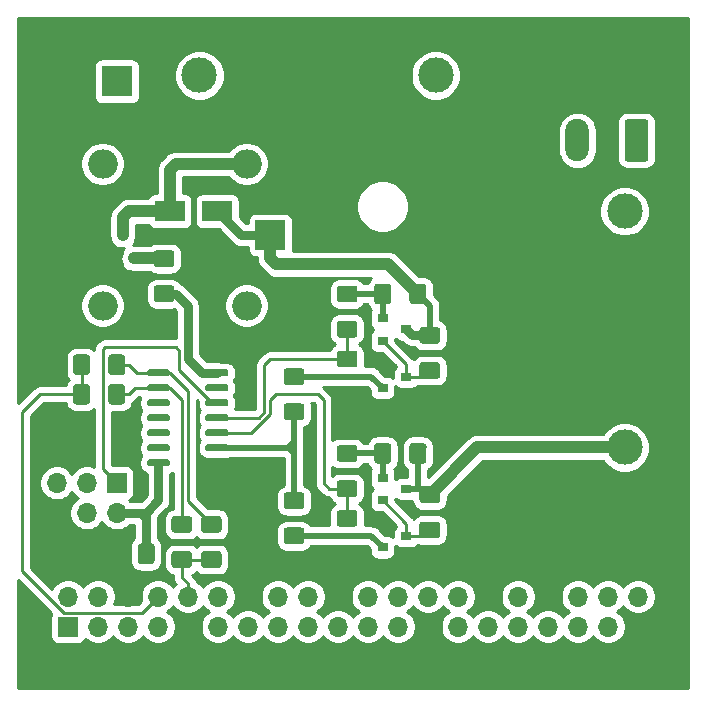
<source format=gbr>
%TF.GenerationSoftware,KiCad,Pcbnew,(5.1.6)-1*%
%TF.CreationDate,2020-09-02T14:56:51+09:00*%
%TF.ProjectId,attiny1614_accsupervisor,61747469-6e79-4313-9631-345f61636373,r01*%
%TF.SameCoordinates,Original*%
%TF.FileFunction,Copper,L2,Bot*%
%TF.FilePolarity,Positive*%
%FSLAX46Y46*%
G04 Gerber Fmt 4.6, Leading zero omitted, Abs format (unit mm)*
G04 Created by KiCad (PCBNEW (5.1.6)-1) date 2020-09-02 14:56:51*
%MOMM*%
%LPD*%
G01*
G04 APERTURE LIST*
%TA.AperFunction,SMDPad,CuDef*%
%ADD10R,2.500000X1.800000*%
%TD*%
%TA.AperFunction,ComponentPad*%
%ADD11C,3.000000*%
%TD*%
%TA.AperFunction,ComponentPad*%
%ADD12O,2.000000X3.600000*%
%TD*%
%TA.AperFunction,ComponentPad*%
%ADD13R,2.600000X2.600000*%
%TD*%
%TA.AperFunction,ComponentPad*%
%ADD14C,2.600000*%
%TD*%
%TA.AperFunction,ComponentPad*%
%ADD15R,1.700000X1.700000*%
%TD*%
%TA.AperFunction,ComponentPad*%
%ADD16O,1.700000X1.700000*%
%TD*%
%TA.AperFunction,ComponentPad*%
%ADD17R,2.500000X2.500000*%
%TD*%
%TA.AperFunction,ComponentPad*%
%ADD18O,2.500000X2.500000*%
%TD*%
%TA.AperFunction,SMDPad,CuDef*%
%ADD19R,0.800000X0.900000*%
%TD*%
%TA.AperFunction,SMDPad,CuDef*%
%ADD20R,0.900000X0.800000*%
%TD*%
%TA.AperFunction,ViaPad*%
%ADD21C,0.800000*%
%TD*%
%TA.AperFunction,Conductor*%
%ADD22C,0.500000*%
%TD*%
%TA.AperFunction,Conductor*%
%ADD23C,0.750000*%
%TD*%
%TA.AperFunction,Conductor*%
%ADD24C,1.000000*%
%TD*%
%TA.AperFunction,Conductor*%
%ADD25C,0.250000*%
%TD*%
%TA.AperFunction,Conductor*%
%ADD26C,0.254000*%
%TD*%
G04 APERTURE END LIST*
%TO.P,C3,1*%
%TO.N,/3V3*%
%TA.AperFunction,SMDPad,CuDef*%
G36*
G01*
X202200000Y-92375000D02*
X202200000Y-93625000D01*
G75*
G02*
X201950000Y-93875000I-250000J0D01*
G01*
X201025000Y-93875000D01*
G75*
G02*
X200775000Y-93625000I0J250000D01*
G01*
X200775000Y-92375000D01*
G75*
G02*
X201025000Y-92125000I250000J0D01*
G01*
X201950000Y-92125000D01*
G75*
G02*
X202200000Y-92375000I0J-250000D01*
G01*
G37*
%TD.AperFunction*%
%TO.P,C3,2*%
%TO.N,GND*%
%TA.AperFunction,SMDPad,CuDef*%
G36*
G01*
X199225000Y-92375000D02*
X199225000Y-93625000D01*
G75*
G02*
X198975000Y-93875000I-250000J0D01*
G01*
X198050000Y-93875000D01*
G75*
G02*
X197800000Y-93625000I0J250000D01*
G01*
X197800000Y-92375000D01*
G75*
G02*
X198050000Y-92125000I250000J0D01*
G01*
X198975000Y-92125000D01*
G75*
G02*
X199225000Y-92375000I0J-250000D01*
G01*
G37*
%TD.AperFunction*%
%TD*%
D10*
%TO.P,D1,1*%
%TO.N,/12V*%
X207500000Y-64000000D03*
%TO.P,D1,2*%
%TO.N,Net-(D1-Pad2)*%
X203500000Y-64000000D03*
%TD*%
D11*
%TO.P,F1,1*%
%TO.N,/12V_IN*%
X226000000Y-52500000D03*
%TO.P,F1,2*%
%TO.N,/12V*%
X206000000Y-52500000D03*
%TD*%
%TO.P,F2,2*%
%TO.N,/ACC*%
X242000000Y-84000000D03*
%TO.P,F2,1*%
%TO.N,/ACC_IN*%
X242000000Y-64000000D03*
%TD*%
%TO.P,J2,1*%
%TO.N,/12V_IN*%
%TA.AperFunction,ComponentPad*%
G36*
G01*
X244000000Y-56450000D02*
X244000000Y-59550000D01*
G75*
G02*
X243750000Y-59800000I-250000J0D01*
G01*
X242250000Y-59800000D01*
G75*
G02*
X242000000Y-59550000I0J250000D01*
G01*
X242000000Y-56450000D01*
G75*
G02*
X242250000Y-56200000I250000J0D01*
G01*
X243750000Y-56200000D01*
G75*
G02*
X244000000Y-56450000I0J-250000D01*
G01*
G37*
%TD.AperFunction*%
D12*
%TO.P,J2,2*%
%TO.N,/ACC_IN*%
X238000000Y-58000000D03*
%TO.P,J2,3*%
%TO.N,GND*%
X233000000Y-58000000D03*
%TD*%
D13*
%TO.P,J3,1*%
%TO.N,/JST_12V*%
X199000000Y-53000000D03*
D14*
%TO.P,J3,2*%
%TO.N,GND*%
X194000000Y-53000000D03*
%TD*%
D15*
%TO.P,J4,1*%
%TO.N,N/C*%
X194870000Y-99170000D03*
D16*
%TO.P,J4,2*%
X194870000Y-96630000D03*
%TO.P,J4,3*%
X197410000Y-99170000D03*
%TO.P,J4,4*%
X197410000Y-96630000D03*
%TO.P,J4,5*%
X199950000Y-99170000D03*
%TO.P,J4,6*%
%TO.N,GND*%
X199950000Y-96630000D03*
%TO.P,J4,7*%
%TO.N,N/C*%
X202490000Y-99170000D03*
%TO.P,J4,8*%
%TO.N,/JST_TX*%
X202490000Y-96630000D03*
%TO.P,J4,9*%
%TO.N,GND*%
X205030000Y-99170000D03*
%TO.P,J4,10*%
%TO.N,/JST_RX*%
X205030000Y-96630000D03*
%TO.P,J4,11*%
%TO.N,N/C*%
X207570000Y-99170000D03*
%TO.P,J4,12*%
X207570000Y-96630000D03*
%TO.P,J4,13*%
X210110000Y-99170000D03*
%TO.P,J4,14*%
%TO.N,GND*%
X210110000Y-96630000D03*
%TO.P,J4,15*%
%TO.N,N/C*%
X212650000Y-99170000D03*
%TO.P,J4,16*%
X212650000Y-96630000D03*
%TO.P,J4,17*%
X215190000Y-99170000D03*
%TO.P,J4,18*%
X215190000Y-96630000D03*
%TO.P,J4,19*%
X217730000Y-99170000D03*
%TO.P,J4,20*%
%TO.N,GND*%
X217730000Y-96630000D03*
%TO.P,J4,21*%
%TO.N,N/C*%
X220270000Y-99170000D03*
%TO.P,J4,22*%
X220270000Y-96630000D03*
%TO.P,J4,23*%
X222810000Y-99170000D03*
%TO.P,J4,24*%
X222810000Y-96630000D03*
%TO.P,J4,25*%
%TO.N,GND*%
X225350000Y-99170000D03*
%TO.P,J4,26*%
%TO.N,N/C*%
X225350000Y-96630000D03*
%TO.P,J4,27*%
X227890000Y-99170000D03*
%TO.P,J4,28*%
X227890000Y-96630000D03*
%TO.P,J4,29*%
X230430000Y-99170000D03*
%TO.P,J4,30*%
%TO.N,GND*%
X230430000Y-96630000D03*
%TO.P,J4,31*%
%TO.N,N/C*%
X232970000Y-99170000D03*
%TO.P,J4,32*%
X232970000Y-96630000D03*
%TO.P,J4,33*%
X235510000Y-99170000D03*
%TO.P,J4,34*%
%TO.N,GND*%
X235510000Y-96630000D03*
%TO.P,J4,35*%
%TO.N,N/C*%
X238050000Y-99170000D03*
%TO.P,J4,36*%
X238050000Y-96630000D03*
%TO.P,J4,37*%
X240590000Y-99170000D03*
%TO.P,J4,38*%
X240590000Y-96630000D03*
%TO.P,J4,39*%
%TO.N,GND*%
X243130000Y-99170000D03*
%TO.P,J4,40*%
%TO.N,N/C*%
X243130000Y-96630000D03*
%TD*%
D15*
%TO.P,J5,1*%
%TO.N,/UPDI_DATA*%
X199000000Y-87000000D03*
D16*
%TO.P,J5,2*%
%TO.N,/3V3*%
X199000000Y-89540000D03*
%TO.P,J5,3*%
%TO.N,N/C*%
X196460000Y-87000000D03*
%TO.P,J5,4*%
X196460000Y-89540000D03*
%TO.P,J5,5*%
X193920000Y-87000000D03*
%TO.P,J5,6*%
%TO.N,GND*%
X193920000Y-89540000D03*
%TD*%
D17*
%TO.P,K1,1*%
%TO.N,/12V*%
X212000000Y-66000000D03*
D18*
%TO.P,K1,2*%
%TO.N,Net-(D1-Pad2)*%
X210000000Y-60000000D03*
%TO.P,K1,3*%
%TO.N,/JST_12V*%
X197800000Y-60000000D03*
%TO.P,K1,4*%
%TO.N,N/C*%
X197800000Y-72000000D03*
%TO.P,K1,5*%
%TO.N,/12V*%
X210000000Y-72000000D03*
%TD*%
D19*
%TO.P,Q1,1*%
%TO.N,Net-(Q1-Pad1)*%
X200450000Y-68000000D03*
%TO.P,Q1,2*%
%TO.N,GND*%
X198550000Y-68000000D03*
%TO.P,Q1,3*%
%TO.N,Net-(D1-Pad2)*%
X199500000Y-66000000D03*
%TD*%
D20*
%TO.P,Q2,3*%
%TO.N,Net-(Q2-Pad3)*%
X223500000Y-78000000D03*
%TO.P,Q2,2*%
%TO.N,GND*%
X221500000Y-77050000D03*
%TO.P,Q2,1*%
%TO.N,Net-(Q2-Pad1)*%
X221500000Y-78950000D03*
%TD*%
%TO.P,Q3,1*%
%TO.N,Net-(Q3-Pad1)*%
X221500000Y-92450000D03*
%TO.P,Q3,2*%
%TO.N,GND*%
X221500000Y-90550000D03*
%TO.P,Q3,3*%
%TO.N,Net-(Q3-Pad3)*%
X223500000Y-91500000D03*
%TD*%
%TO.P,Q4,1*%
%TO.N,Net-(Q2-Pad3)*%
X221500000Y-74950000D03*
%TO.P,Q4,2*%
%TO.N,Net-(Q4-Pad2)*%
X221500000Y-73050000D03*
%TO.P,Q4,3*%
%TO.N,/12V*%
X223500000Y-74000000D03*
%TD*%
%TO.P,Q5,3*%
%TO.N,/ACC*%
X223500000Y-87500000D03*
%TO.P,Q5,2*%
%TO.N,Net-(Q5-Pad2)*%
X221500000Y-86550000D03*
%TO.P,Q5,1*%
%TO.N,Net-(Q3-Pad3)*%
X221500000Y-88450000D03*
%TD*%
%TO.P,R1,1*%
%TO.N,Net-(Q1-Pad1)*%
%TA.AperFunction,SMDPad,CuDef*%
G36*
G01*
X202375000Y-67300000D02*
X203625000Y-67300000D01*
G75*
G02*
X203875000Y-67550000I0J-250000D01*
G01*
X203875000Y-68475000D01*
G75*
G02*
X203625000Y-68725000I-250000J0D01*
G01*
X202375000Y-68725000D01*
G75*
G02*
X202125000Y-68475000I0J250000D01*
G01*
X202125000Y-67550000D01*
G75*
G02*
X202375000Y-67300000I250000J0D01*
G01*
G37*
%TD.AperFunction*%
%TO.P,R1,2*%
%TO.N,/RLY_ON*%
%TA.AperFunction,SMDPad,CuDef*%
G36*
G01*
X202375000Y-70275000D02*
X203625000Y-70275000D01*
G75*
G02*
X203875000Y-70525000I0J-250000D01*
G01*
X203875000Y-71450000D01*
G75*
G02*
X203625000Y-71700000I-250000J0D01*
G01*
X202375000Y-71700000D01*
G75*
G02*
X202125000Y-71450000I0J250000D01*
G01*
X202125000Y-70525000D01*
G75*
G02*
X202375000Y-70275000I250000J0D01*
G01*
G37*
%TD.AperFunction*%
%TD*%
%TO.P,R2,2*%
%TO.N,/ADC_ON*%
%TA.AperFunction,SMDPad,CuDef*%
G36*
G01*
X213375000Y-80275000D02*
X214625000Y-80275000D01*
G75*
G02*
X214875000Y-80525000I0J-250000D01*
G01*
X214875000Y-81450000D01*
G75*
G02*
X214625000Y-81700000I-250000J0D01*
G01*
X213375000Y-81700000D01*
G75*
G02*
X213125000Y-81450000I0J250000D01*
G01*
X213125000Y-80525000D01*
G75*
G02*
X213375000Y-80275000I250000J0D01*
G01*
G37*
%TD.AperFunction*%
%TO.P,R2,1*%
%TO.N,Net-(Q2-Pad1)*%
%TA.AperFunction,SMDPad,CuDef*%
G36*
G01*
X213375000Y-77300000D02*
X214625000Y-77300000D01*
G75*
G02*
X214875000Y-77550000I0J-250000D01*
G01*
X214875000Y-78475000D01*
G75*
G02*
X214625000Y-78725000I-250000J0D01*
G01*
X213375000Y-78725000D01*
G75*
G02*
X213125000Y-78475000I0J250000D01*
G01*
X213125000Y-77550000D01*
G75*
G02*
X213375000Y-77300000I250000J0D01*
G01*
G37*
%TD.AperFunction*%
%TD*%
%TO.P,R3,1*%
%TO.N,Net-(Q3-Pad1)*%
%TA.AperFunction,SMDPad,CuDef*%
G36*
G01*
X214625000Y-92200000D02*
X213375000Y-92200000D01*
G75*
G02*
X213125000Y-91950000I0J250000D01*
G01*
X213125000Y-91025000D01*
G75*
G02*
X213375000Y-90775000I250000J0D01*
G01*
X214625000Y-90775000D01*
G75*
G02*
X214875000Y-91025000I0J-250000D01*
G01*
X214875000Y-91950000D01*
G75*
G02*
X214625000Y-92200000I-250000J0D01*
G01*
G37*
%TD.AperFunction*%
%TO.P,R3,2*%
%TO.N,/ADC_ON*%
%TA.AperFunction,SMDPad,CuDef*%
G36*
G01*
X214625000Y-89225000D02*
X213375000Y-89225000D01*
G75*
G02*
X213125000Y-88975000I0J250000D01*
G01*
X213125000Y-88050000D01*
G75*
G02*
X213375000Y-87800000I250000J0D01*
G01*
X214625000Y-87800000D01*
G75*
G02*
X214875000Y-88050000I0J-250000D01*
G01*
X214875000Y-88975000D01*
G75*
G02*
X214625000Y-89225000I-250000J0D01*
G01*
G37*
%TD.AperFunction*%
%TD*%
%TO.P,R4,1*%
%TO.N,Net-(Q2-Pad3)*%
%TA.AperFunction,SMDPad,CuDef*%
G36*
G01*
X226125000Y-78200000D02*
X224875000Y-78200000D01*
G75*
G02*
X224625000Y-77950000I0J250000D01*
G01*
X224625000Y-77025000D01*
G75*
G02*
X224875000Y-76775000I250000J0D01*
G01*
X226125000Y-76775000D01*
G75*
G02*
X226375000Y-77025000I0J-250000D01*
G01*
X226375000Y-77950000D01*
G75*
G02*
X226125000Y-78200000I-250000J0D01*
G01*
G37*
%TD.AperFunction*%
%TO.P,R4,2*%
%TO.N,/12V*%
%TA.AperFunction,SMDPad,CuDef*%
G36*
G01*
X226125000Y-75225000D02*
X224875000Y-75225000D01*
G75*
G02*
X224625000Y-74975000I0J250000D01*
G01*
X224625000Y-74050000D01*
G75*
G02*
X224875000Y-73800000I250000J0D01*
G01*
X226125000Y-73800000D01*
G75*
G02*
X226375000Y-74050000I0J-250000D01*
G01*
X226375000Y-74975000D01*
G75*
G02*
X226125000Y-75225000I-250000J0D01*
G01*
G37*
%TD.AperFunction*%
%TD*%
%TO.P,R5,2*%
%TO.N,/ACC*%
%TA.AperFunction,SMDPad,CuDef*%
G36*
G01*
X226125000Y-88725000D02*
X224875000Y-88725000D01*
G75*
G02*
X224625000Y-88475000I0J250000D01*
G01*
X224625000Y-87550000D01*
G75*
G02*
X224875000Y-87300000I250000J0D01*
G01*
X226125000Y-87300000D01*
G75*
G02*
X226375000Y-87550000I0J-250000D01*
G01*
X226375000Y-88475000D01*
G75*
G02*
X226125000Y-88725000I-250000J0D01*
G01*
G37*
%TD.AperFunction*%
%TO.P,R5,1*%
%TO.N,Net-(Q3-Pad3)*%
%TA.AperFunction,SMDPad,CuDef*%
G36*
G01*
X226125000Y-91700000D02*
X224875000Y-91700000D01*
G75*
G02*
X224625000Y-91450000I0J250000D01*
G01*
X224625000Y-90525000D01*
G75*
G02*
X224875000Y-90275000I250000J0D01*
G01*
X226125000Y-90275000D01*
G75*
G02*
X226375000Y-90525000I0J-250000D01*
G01*
X226375000Y-91450000D01*
G75*
G02*
X226125000Y-91700000I-250000J0D01*
G01*
G37*
%TD.AperFunction*%
%TD*%
%TO.P,R6,1*%
%TO.N,Net-(Q4-Pad2)*%
%TA.AperFunction,SMDPad,CuDef*%
G36*
G01*
X220800000Y-71625000D02*
X220800000Y-70375000D01*
G75*
G02*
X221050000Y-70125000I250000J0D01*
G01*
X221975000Y-70125000D01*
G75*
G02*
X222225000Y-70375000I0J-250000D01*
G01*
X222225000Y-71625000D01*
G75*
G02*
X221975000Y-71875000I-250000J0D01*
G01*
X221050000Y-71875000D01*
G75*
G02*
X220800000Y-71625000I0J250000D01*
G01*
G37*
%TD.AperFunction*%
%TO.P,R6,2*%
%TO.N,/12V*%
%TA.AperFunction,SMDPad,CuDef*%
G36*
G01*
X223775000Y-71625000D02*
X223775000Y-70375000D01*
G75*
G02*
X224025000Y-70125000I250000J0D01*
G01*
X224950000Y-70125000D01*
G75*
G02*
X225200000Y-70375000I0J-250000D01*
G01*
X225200000Y-71625000D01*
G75*
G02*
X224950000Y-71875000I-250000J0D01*
G01*
X224025000Y-71875000D01*
G75*
G02*
X223775000Y-71625000I0J250000D01*
G01*
G37*
%TD.AperFunction*%
%TD*%
%TO.P,R7,2*%
%TO.N,/ACC*%
%TA.AperFunction,SMDPad,CuDef*%
G36*
G01*
X223775000Y-85125000D02*
X223775000Y-83875000D01*
G75*
G02*
X224025000Y-83625000I250000J0D01*
G01*
X224950000Y-83625000D01*
G75*
G02*
X225200000Y-83875000I0J-250000D01*
G01*
X225200000Y-85125000D01*
G75*
G02*
X224950000Y-85375000I-250000J0D01*
G01*
X224025000Y-85375000D01*
G75*
G02*
X223775000Y-85125000I0J250000D01*
G01*
G37*
%TD.AperFunction*%
%TO.P,R7,1*%
%TO.N,Net-(Q5-Pad2)*%
%TA.AperFunction,SMDPad,CuDef*%
G36*
G01*
X220800000Y-85125000D02*
X220800000Y-83875000D01*
G75*
G02*
X221050000Y-83625000I250000J0D01*
G01*
X221975000Y-83625000D01*
G75*
G02*
X222225000Y-83875000I0J-250000D01*
G01*
X222225000Y-85125000D01*
G75*
G02*
X221975000Y-85375000I-250000J0D01*
G01*
X221050000Y-85375000D01*
G75*
G02*
X220800000Y-85125000I0J250000D01*
G01*
G37*
%TD.AperFunction*%
%TD*%
%TO.P,R8,1*%
%TO.N,/ADC1_VIN*%
%TA.AperFunction,SMDPad,CuDef*%
G36*
G01*
X219125000Y-74700000D02*
X217875000Y-74700000D01*
G75*
G02*
X217625000Y-74450000I0J250000D01*
G01*
X217625000Y-73525000D01*
G75*
G02*
X217875000Y-73275000I250000J0D01*
G01*
X219125000Y-73275000D01*
G75*
G02*
X219375000Y-73525000I0J-250000D01*
G01*
X219375000Y-74450000D01*
G75*
G02*
X219125000Y-74700000I-250000J0D01*
G01*
G37*
%TD.AperFunction*%
%TO.P,R8,2*%
%TO.N,Net-(Q4-Pad2)*%
%TA.AperFunction,SMDPad,CuDef*%
G36*
G01*
X219125000Y-71725000D02*
X217875000Y-71725000D01*
G75*
G02*
X217625000Y-71475000I0J250000D01*
G01*
X217625000Y-70550000D01*
G75*
G02*
X217875000Y-70300000I250000J0D01*
G01*
X219125000Y-70300000D01*
G75*
G02*
X219375000Y-70550000I0J-250000D01*
G01*
X219375000Y-71475000D01*
G75*
G02*
X219125000Y-71725000I-250000J0D01*
G01*
G37*
%TD.AperFunction*%
%TD*%
%TO.P,R9,2*%
%TO.N,Net-(Q5-Pad2)*%
%TA.AperFunction,SMDPad,CuDef*%
G36*
G01*
X219125000Y-85225000D02*
X217875000Y-85225000D01*
G75*
G02*
X217625000Y-84975000I0J250000D01*
G01*
X217625000Y-84050000D01*
G75*
G02*
X217875000Y-83800000I250000J0D01*
G01*
X219125000Y-83800000D01*
G75*
G02*
X219375000Y-84050000I0J-250000D01*
G01*
X219375000Y-84975000D01*
G75*
G02*
X219125000Y-85225000I-250000J0D01*
G01*
G37*
%TD.AperFunction*%
%TO.P,R9,1*%
%TO.N,/ADC2_ACC*%
%TA.AperFunction,SMDPad,CuDef*%
G36*
G01*
X219125000Y-88200000D02*
X217875000Y-88200000D01*
G75*
G02*
X217625000Y-87950000I0J250000D01*
G01*
X217625000Y-87025000D01*
G75*
G02*
X217875000Y-86775000I250000J0D01*
G01*
X219125000Y-86775000D01*
G75*
G02*
X219375000Y-87025000I0J-250000D01*
G01*
X219375000Y-87950000D01*
G75*
G02*
X219125000Y-88200000I-250000J0D01*
G01*
G37*
%TD.AperFunction*%
%TD*%
%TO.P,R10,2*%
%TO.N,/ADC1_VIN*%
%TA.AperFunction,SMDPad,CuDef*%
G36*
G01*
X219125000Y-77225000D02*
X217875000Y-77225000D01*
G75*
G02*
X217625000Y-76975000I0J250000D01*
G01*
X217625000Y-76050000D01*
G75*
G02*
X217875000Y-75800000I250000J0D01*
G01*
X219125000Y-75800000D01*
G75*
G02*
X219375000Y-76050000I0J-250000D01*
G01*
X219375000Y-76975000D01*
G75*
G02*
X219125000Y-77225000I-250000J0D01*
G01*
G37*
%TD.AperFunction*%
%TO.P,R10,1*%
%TO.N,GND*%
%TA.AperFunction,SMDPad,CuDef*%
G36*
G01*
X219125000Y-80200000D02*
X217875000Y-80200000D01*
G75*
G02*
X217625000Y-79950000I0J250000D01*
G01*
X217625000Y-79025000D01*
G75*
G02*
X217875000Y-78775000I250000J0D01*
G01*
X219125000Y-78775000D01*
G75*
G02*
X219375000Y-79025000I0J-250000D01*
G01*
X219375000Y-79950000D01*
G75*
G02*
X219125000Y-80200000I-250000J0D01*
G01*
G37*
%TD.AperFunction*%
%TD*%
%TO.P,R11,1*%
%TO.N,GND*%
%TA.AperFunction,SMDPad,CuDef*%
G36*
G01*
X219125000Y-93700000D02*
X217875000Y-93700000D01*
G75*
G02*
X217625000Y-93450000I0J250000D01*
G01*
X217625000Y-92525000D01*
G75*
G02*
X217875000Y-92275000I250000J0D01*
G01*
X219125000Y-92275000D01*
G75*
G02*
X219375000Y-92525000I0J-250000D01*
G01*
X219375000Y-93450000D01*
G75*
G02*
X219125000Y-93700000I-250000J0D01*
G01*
G37*
%TD.AperFunction*%
%TO.P,R11,2*%
%TO.N,/ADC2_ACC*%
%TA.AperFunction,SMDPad,CuDef*%
G36*
G01*
X219125000Y-90725000D02*
X217875000Y-90725000D01*
G75*
G02*
X217625000Y-90475000I0J250000D01*
G01*
X217625000Y-89550000D01*
G75*
G02*
X217875000Y-89300000I250000J0D01*
G01*
X219125000Y-89300000D01*
G75*
G02*
X219375000Y-89550000I0J-250000D01*
G01*
X219375000Y-90475000D01*
G75*
G02*
X219125000Y-90725000I-250000J0D01*
G01*
G37*
%TD.AperFunction*%
%TD*%
%TO.P,R12,1*%
%TO.N,/JST_RX*%
%TA.AperFunction,SMDPad,CuDef*%
G36*
G01*
X207625000Y-94200000D02*
X206375000Y-94200000D01*
G75*
G02*
X206125000Y-93950000I0J250000D01*
G01*
X206125000Y-93025000D01*
G75*
G02*
X206375000Y-92775000I250000J0D01*
G01*
X207625000Y-92775000D01*
G75*
G02*
X207875000Y-93025000I0J-250000D01*
G01*
X207875000Y-93950000D01*
G75*
G02*
X207625000Y-94200000I-250000J0D01*
G01*
G37*
%TD.AperFunction*%
%TO.P,R12,2*%
%TO.N,/AVR_TX*%
%TA.AperFunction,SMDPad,CuDef*%
G36*
G01*
X207625000Y-91225000D02*
X206375000Y-91225000D01*
G75*
G02*
X206125000Y-90975000I0J250000D01*
G01*
X206125000Y-90050000D01*
G75*
G02*
X206375000Y-89800000I250000J0D01*
G01*
X207625000Y-89800000D01*
G75*
G02*
X207875000Y-90050000I0J-250000D01*
G01*
X207875000Y-90975000D01*
G75*
G02*
X207625000Y-91225000I-250000J0D01*
G01*
G37*
%TD.AperFunction*%
%TD*%
%TO.P,R13,2*%
%TO.N,/AVR_TX*%
%TA.AperFunction,SMDPad,CuDef*%
G36*
G01*
X198275000Y-77625000D02*
X198275000Y-76375000D01*
G75*
G02*
X198525000Y-76125000I250000J0D01*
G01*
X199450000Y-76125000D01*
G75*
G02*
X199700000Y-76375000I0J-250000D01*
G01*
X199700000Y-77625000D01*
G75*
G02*
X199450000Y-77875000I-250000J0D01*
G01*
X198525000Y-77875000D01*
G75*
G02*
X198275000Y-77625000I0J250000D01*
G01*
G37*
%TD.AperFunction*%
%TO.P,R13,1*%
%TO.N,/JST_TX*%
%TA.AperFunction,SMDPad,CuDef*%
G36*
G01*
X195300000Y-77625000D02*
X195300000Y-76375000D01*
G75*
G02*
X195550000Y-76125000I250000J0D01*
G01*
X196475000Y-76125000D01*
G75*
G02*
X196725000Y-76375000I0J-250000D01*
G01*
X196725000Y-77625000D01*
G75*
G02*
X196475000Y-77875000I-250000J0D01*
G01*
X195550000Y-77875000D01*
G75*
G02*
X195300000Y-77625000I0J250000D01*
G01*
G37*
%TD.AperFunction*%
%TD*%
%TO.P,R14,1*%
%TO.N,/JST_TX*%
%TA.AperFunction,SMDPad,CuDef*%
G36*
G01*
X195300000Y-80125000D02*
X195300000Y-78875000D01*
G75*
G02*
X195550000Y-78625000I250000J0D01*
G01*
X196475000Y-78625000D01*
G75*
G02*
X196725000Y-78875000I0J-250000D01*
G01*
X196725000Y-80125000D01*
G75*
G02*
X196475000Y-80375000I-250000J0D01*
G01*
X195550000Y-80375000D01*
G75*
G02*
X195300000Y-80125000I0J250000D01*
G01*
G37*
%TD.AperFunction*%
%TO.P,R14,2*%
%TO.N,/AVR_RX*%
%TA.AperFunction,SMDPad,CuDef*%
G36*
G01*
X198275000Y-80125000D02*
X198275000Y-78875000D01*
G75*
G02*
X198525000Y-78625000I250000J0D01*
G01*
X199450000Y-78625000D01*
G75*
G02*
X199700000Y-78875000I0J-250000D01*
G01*
X199700000Y-80125000D01*
G75*
G02*
X199450000Y-80375000I-250000J0D01*
G01*
X198525000Y-80375000D01*
G75*
G02*
X198275000Y-80125000I0J250000D01*
G01*
G37*
%TD.AperFunction*%
%TD*%
%TO.P,R15,2*%
%TO.N,/AVR_RX*%
%TA.AperFunction,SMDPad,CuDef*%
G36*
G01*
X205125000Y-91225000D02*
X203875000Y-91225000D01*
G75*
G02*
X203625000Y-90975000I0J250000D01*
G01*
X203625000Y-90050000D01*
G75*
G02*
X203875000Y-89800000I250000J0D01*
G01*
X205125000Y-89800000D01*
G75*
G02*
X205375000Y-90050000I0J-250000D01*
G01*
X205375000Y-90975000D01*
G75*
G02*
X205125000Y-91225000I-250000J0D01*
G01*
G37*
%TD.AperFunction*%
%TO.P,R15,1*%
%TO.N,/JST_RX*%
%TA.AperFunction,SMDPad,CuDef*%
G36*
G01*
X205125000Y-94200000D02*
X203875000Y-94200000D01*
G75*
G02*
X203625000Y-93950000I0J250000D01*
G01*
X203625000Y-93025000D01*
G75*
G02*
X203875000Y-92775000I250000J0D01*
G01*
X205125000Y-92775000D01*
G75*
G02*
X205375000Y-93025000I0J-250000D01*
G01*
X205375000Y-93950000D01*
G75*
G02*
X205125000Y-94200000I-250000J0D01*
G01*
G37*
%TD.AperFunction*%
%TD*%
%TO.P,U1,1*%
%TO.N,/3V3*%
%TA.AperFunction,SMDPad,CuDef*%
G36*
G01*
X201550000Y-85460000D02*
X201550000Y-85160000D01*
G75*
G02*
X201700000Y-85010000I150000J0D01*
G01*
X203350000Y-85010000D01*
G75*
G02*
X203500000Y-85160000I0J-150000D01*
G01*
X203500000Y-85460000D01*
G75*
G02*
X203350000Y-85610000I-150000J0D01*
G01*
X201700000Y-85610000D01*
G75*
G02*
X201550000Y-85460000I0J150000D01*
G01*
G37*
%TD.AperFunction*%
%TO.P,U1,2*%
%TO.N,N/C*%
%TA.AperFunction,SMDPad,CuDef*%
G36*
G01*
X201550000Y-84190000D02*
X201550000Y-83890000D01*
G75*
G02*
X201700000Y-83740000I150000J0D01*
G01*
X203350000Y-83740000D01*
G75*
G02*
X203500000Y-83890000I0J-150000D01*
G01*
X203500000Y-84190000D01*
G75*
G02*
X203350000Y-84340000I-150000J0D01*
G01*
X201700000Y-84340000D01*
G75*
G02*
X201550000Y-84190000I0J150000D01*
G01*
G37*
%TD.AperFunction*%
%TO.P,U1,3*%
%TA.AperFunction,SMDPad,CuDef*%
G36*
G01*
X201550000Y-82920000D02*
X201550000Y-82620000D01*
G75*
G02*
X201700000Y-82470000I150000J0D01*
G01*
X203350000Y-82470000D01*
G75*
G02*
X203500000Y-82620000I0J-150000D01*
G01*
X203500000Y-82920000D01*
G75*
G02*
X203350000Y-83070000I-150000J0D01*
G01*
X201700000Y-83070000D01*
G75*
G02*
X201550000Y-82920000I0J150000D01*
G01*
G37*
%TD.AperFunction*%
%TO.P,U1,4*%
%TA.AperFunction,SMDPad,CuDef*%
G36*
G01*
X201550000Y-81650000D02*
X201550000Y-81350000D01*
G75*
G02*
X201700000Y-81200000I150000J0D01*
G01*
X203350000Y-81200000D01*
G75*
G02*
X203500000Y-81350000I0J-150000D01*
G01*
X203500000Y-81650000D01*
G75*
G02*
X203350000Y-81800000I-150000J0D01*
G01*
X201700000Y-81800000D01*
G75*
G02*
X201550000Y-81650000I0J150000D01*
G01*
G37*
%TD.AperFunction*%
%TO.P,U1,5*%
%TA.AperFunction,SMDPad,CuDef*%
G36*
G01*
X201550000Y-80380000D02*
X201550000Y-80080000D01*
G75*
G02*
X201700000Y-79930000I150000J0D01*
G01*
X203350000Y-79930000D01*
G75*
G02*
X203500000Y-80080000I0J-150000D01*
G01*
X203500000Y-80380000D01*
G75*
G02*
X203350000Y-80530000I-150000J0D01*
G01*
X201700000Y-80530000D01*
G75*
G02*
X201550000Y-80380000I0J150000D01*
G01*
G37*
%TD.AperFunction*%
%TO.P,U1,6*%
%TO.N,/AVR_RX*%
%TA.AperFunction,SMDPad,CuDef*%
G36*
G01*
X201550000Y-79110000D02*
X201550000Y-78810000D01*
G75*
G02*
X201700000Y-78660000I150000J0D01*
G01*
X203350000Y-78660000D01*
G75*
G02*
X203500000Y-78810000I0J-150000D01*
G01*
X203500000Y-79110000D01*
G75*
G02*
X203350000Y-79260000I-150000J0D01*
G01*
X201700000Y-79260000D01*
G75*
G02*
X201550000Y-79110000I0J150000D01*
G01*
G37*
%TD.AperFunction*%
%TO.P,U1,7*%
%TO.N,/AVR_TX*%
%TA.AperFunction,SMDPad,CuDef*%
G36*
G01*
X201550000Y-77840000D02*
X201550000Y-77540000D01*
G75*
G02*
X201700000Y-77390000I150000J0D01*
G01*
X203350000Y-77390000D01*
G75*
G02*
X203500000Y-77540000I0J-150000D01*
G01*
X203500000Y-77840000D01*
G75*
G02*
X203350000Y-77990000I-150000J0D01*
G01*
X201700000Y-77990000D01*
G75*
G02*
X201550000Y-77840000I0J150000D01*
G01*
G37*
%TD.AperFunction*%
%TO.P,U1,8*%
%TO.N,/RLY_ON*%
%TA.AperFunction,SMDPad,CuDef*%
G36*
G01*
X206500000Y-77840000D02*
X206500000Y-77540000D01*
G75*
G02*
X206650000Y-77390000I150000J0D01*
G01*
X208300000Y-77390000D01*
G75*
G02*
X208450000Y-77540000I0J-150000D01*
G01*
X208450000Y-77840000D01*
G75*
G02*
X208300000Y-77990000I-150000J0D01*
G01*
X206650000Y-77990000D01*
G75*
G02*
X206500000Y-77840000I0J150000D01*
G01*
G37*
%TD.AperFunction*%
%TO.P,U1,9*%
%TO.N,N/C*%
%TA.AperFunction,SMDPad,CuDef*%
G36*
G01*
X206500000Y-79110000D02*
X206500000Y-78810000D01*
G75*
G02*
X206650000Y-78660000I150000J0D01*
G01*
X208300000Y-78660000D01*
G75*
G02*
X208450000Y-78810000I0J-150000D01*
G01*
X208450000Y-79110000D01*
G75*
G02*
X208300000Y-79260000I-150000J0D01*
G01*
X206650000Y-79260000D01*
G75*
G02*
X206500000Y-79110000I0J150000D01*
G01*
G37*
%TD.AperFunction*%
%TO.P,U1,10*%
%TO.N,/UPDI_DATA*%
%TA.AperFunction,SMDPad,CuDef*%
G36*
G01*
X206500000Y-80380000D02*
X206500000Y-80080000D01*
G75*
G02*
X206650000Y-79930000I150000J0D01*
G01*
X208300000Y-79930000D01*
G75*
G02*
X208450000Y-80080000I0J-150000D01*
G01*
X208450000Y-80380000D01*
G75*
G02*
X208300000Y-80530000I-150000J0D01*
G01*
X206650000Y-80530000D01*
G75*
G02*
X206500000Y-80380000I0J150000D01*
G01*
G37*
%TD.AperFunction*%
%TO.P,U1,11*%
%TO.N,/ADC1_VIN*%
%TA.AperFunction,SMDPad,CuDef*%
G36*
G01*
X206500000Y-81650000D02*
X206500000Y-81350000D01*
G75*
G02*
X206650000Y-81200000I150000J0D01*
G01*
X208300000Y-81200000D01*
G75*
G02*
X208450000Y-81350000I0J-150000D01*
G01*
X208450000Y-81650000D01*
G75*
G02*
X208300000Y-81800000I-150000J0D01*
G01*
X206650000Y-81800000D01*
G75*
G02*
X206500000Y-81650000I0J150000D01*
G01*
G37*
%TD.AperFunction*%
%TO.P,U1,12*%
%TO.N,/ADC2_ACC*%
%TA.AperFunction,SMDPad,CuDef*%
G36*
G01*
X206500000Y-82920000D02*
X206500000Y-82620000D01*
G75*
G02*
X206650000Y-82470000I150000J0D01*
G01*
X208300000Y-82470000D01*
G75*
G02*
X208450000Y-82620000I0J-150000D01*
G01*
X208450000Y-82920000D01*
G75*
G02*
X208300000Y-83070000I-150000J0D01*
G01*
X206650000Y-83070000D01*
G75*
G02*
X206500000Y-82920000I0J150000D01*
G01*
G37*
%TD.AperFunction*%
%TO.P,U1,13*%
%TO.N,/ADC_ON*%
%TA.AperFunction,SMDPad,CuDef*%
G36*
G01*
X206500000Y-84190000D02*
X206500000Y-83890000D01*
G75*
G02*
X206650000Y-83740000I150000J0D01*
G01*
X208300000Y-83740000D01*
G75*
G02*
X208450000Y-83890000I0J-150000D01*
G01*
X208450000Y-84190000D01*
G75*
G02*
X208300000Y-84340000I-150000J0D01*
G01*
X206650000Y-84340000D01*
G75*
G02*
X206500000Y-84190000I0J150000D01*
G01*
G37*
%TD.AperFunction*%
%TO.P,U1,14*%
%TO.N,GND*%
%TA.AperFunction,SMDPad,CuDef*%
G36*
G01*
X206500000Y-85460000D02*
X206500000Y-85160000D01*
G75*
G02*
X206650000Y-85010000I150000J0D01*
G01*
X208300000Y-85010000D01*
G75*
G02*
X208450000Y-85160000I0J-150000D01*
G01*
X208450000Y-85460000D01*
G75*
G02*
X208300000Y-85610000I-150000J0D01*
G01*
X206650000Y-85610000D01*
G75*
G02*
X206500000Y-85460000I0J150000D01*
G01*
G37*
%TD.AperFunction*%
%TD*%
D21*
%TO.N,GND*%
X234500000Y-69500000D03*
X235500000Y-69500000D03*
X236500000Y-69500000D03*
X237500000Y-69500000D03*
X238500000Y-69500000D03*
X235000000Y-70500000D03*
X236000000Y-70500000D03*
X237000000Y-70500000D03*
X238000000Y-70500000D03*
X239000000Y-70500000D03*
X234500000Y-71500000D03*
X235500000Y-71500000D03*
X236500000Y-71500000D03*
X237500000Y-71500000D03*
X238500000Y-71500000D03*
X235000000Y-72500000D03*
X236000000Y-72500000D03*
X237000000Y-72500000D03*
X238000000Y-72500000D03*
X239000000Y-72500000D03*
X234500000Y-73500000D03*
X235500000Y-73500000D03*
X236500000Y-73500000D03*
X237500000Y-73500000D03*
X238500000Y-73500000D03*
X218500000Y-51000000D03*
X219500000Y-51000000D03*
X220500000Y-51000000D03*
X219000000Y-52000000D03*
X220000000Y-52000000D03*
X219500000Y-53000000D03*
X220500000Y-53000000D03*
X221000000Y-52000000D03*
X221500000Y-53000000D03*
X232500000Y-86500000D03*
X233500000Y-86500000D03*
X234500000Y-86500000D03*
X235500000Y-86500000D03*
X236500000Y-86500000D03*
X233000000Y-87500000D03*
X234000000Y-87500000D03*
X235000000Y-87500000D03*
X236000000Y-87500000D03*
X237000000Y-87500000D03*
X237500000Y-86500000D03*
X238000000Y-87500000D03*
X238500000Y-86500000D03*
X239000000Y-87500000D03*
X194500000Y-93000000D03*
X194500000Y-92000000D03*
X195500000Y-92000000D03*
X195500000Y-93000000D03*
X195500000Y-94000000D03*
X196500000Y-92000000D03*
X196500000Y-93000000D03*
X196500000Y-94000000D03*
X193500000Y-82000000D03*
X194500000Y-82000000D03*
X195500000Y-82000000D03*
X195500000Y-83000000D03*
X194500000Y-83000000D03*
X193500000Y-83000000D03*
X193500000Y-84000000D03*
X194500000Y-84000000D03*
X195500000Y-84000000D03*
X193500000Y-63500000D03*
X194500000Y-63500000D03*
X195500000Y-63500000D03*
X195500000Y-64500000D03*
X194500000Y-64500000D03*
X193500000Y-64500000D03*
X193500000Y-65500000D03*
X194500000Y-65500000D03*
X195500000Y-65500000D03*
X213500000Y-71500000D03*
X214500000Y-71500000D03*
X215500000Y-71500000D03*
X215500000Y-72500000D03*
X214500000Y-72500000D03*
X213500000Y-72500000D03*
X213500000Y-73500000D03*
X214500000Y-73500000D03*
X215500000Y-73500000D03*
X205500000Y-66500000D03*
X206500000Y-66500000D03*
X207500000Y-66500000D03*
X207500000Y-67500000D03*
X206500000Y-67500000D03*
X205500000Y-67500000D03*
X205500000Y-68500000D03*
X206500000Y-68500000D03*
X207500000Y-68500000D03*
X199000000Y-82000000D03*
X200000000Y-82000000D03*
X199500000Y-83000000D03*
X200500000Y-83000000D03*
X199000000Y-84000000D03*
X200000000Y-84000000D03*
X220000000Y-86000000D03*
X220400000Y-90200000D03*
X222400000Y-90700000D03*
X220100000Y-88700000D03*
X212000000Y-94000000D03*
X214000000Y-94000000D03*
X216000000Y-94000000D03*
X224000000Y-94000000D03*
X226000000Y-94000000D03*
X228000000Y-94000000D03*
X235000000Y-94000000D03*
X237000000Y-94000000D03*
X239000000Y-94000000D03*
%TD*%
D22*
%TO.N,/12V*%
X225487500Y-72000000D02*
X224487500Y-71000000D01*
X225500000Y-72000000D02*
X225487500Y-72000000D01*
X225500000Y-72000000D02*
X225500000Y-74512500D01*
D23*
X209500000Y-66000000D02*
X207500000Y-64000000D01*
X212000000Y-66000000D02*
X209500000Y-66000000D01*
D24*
X212000000Y-66000000D02*
X212000000Y-68000000D01*
X212000000Y-68000000D02*
X212500000Y-68500000D01*
X221987500Y-68500000D02*
X224487500Y-71000000D01*
X212500000Y-68500000D02*
X221987500Y-68500000D01*
D23*
X224012500Y-74512500D02*
X223500000Y-74000000D01*
X225500000Y-74512500D02*
X224012500Y-74512500D01*
%TO.N,/3V3*%
X199000000Y-89540000D02*
X201040000Y-89540000D01*
X201040000Y-89540000D02*
X201487500Y-89987500D01*
X199000000Y-89540000D02*
X201460000Y-89540000D01*
X202525000Y-88475000D02*
X202525000Y-85310000D01*
X201460000Y-89540000D02*
X202525000Y-88475000D01*
X201487500Y-90512500D02*
X201487500Y-89567500D01*
X201487500Y-90512500D02*
X201487500Y-93000000D01*
X201487500Y-89567500D02*
X201460000Y-89540000D01*
X201487500Y-89987500D02*
X201487500Y-90512500D01*
D24*
%TO.N,Net-(D1-Pad2)*%
X199500000Y-66000000D02*
X199500000Y-64500000D01*
X200000000Y-64000000D02*
X203500000Y-64000000D01*
X199500000Y-64500000D02*
X200000000Y-64000000D01*
X210000000Y-60000000D02*
X204000000Y-60000000D01*
X203500000Y-60500000D02*
X203500000Y-64000000D01*
X204000000Y-60000000D02*
X203500000Y-60500000D01*
D22*
%TO.N,/ACC*%
X224987500Y-84000000D02*
X224487500Y-84500000D01*
X224987500Y-87500000D02*
X225500000Y-88012500D01*
X224487500Y-87487500D02*
X224500000Y-87500000D01*
X224487500Y-84500000D02*
X224487500Y-87487500D01*
X223500000Y-87500000D02*
X224500000Y-87500000D01*
X224500000Y-87500000D02*
X224987500Y-87500000D01*
D24*
X229512500Y-84000000D02*
X225500000Y-88012500D01*
X242000000Y-84000000D02*
X229512500Y-84000000D01*
D25*
%TO.N,/JST_TX*%
X194495997Y-97994999D02*
X191000000Y-94499002D01*
X202490000Y-96630000D02*
X201125001Y-97994999D01*
X201125001Y-97994999D02*
X194495997Y-97994999D01*
X191000000Y-94499002D02*
X191000000Y-81000000D01*
X192500000Y-79500000D02*
X196012500Y-79500000D01*
X191000000Y-81000000D02*
X192500000Y-79500000D01*
X196012500Y-77000000D02*
X196012500Y-79500000D01*
%TO.N,/JST_RX*%
X204500000Y-93487500D02*
X207000000Y-93487500D01*
X205030000Y-96630000D02*
X205030000Y-95530000D01*
X204500000Y-95000000D02*
X204500000Y-93487500D01*
X205030000Y-95530000D02*
X204500000Y-95000000D01*
%TO.N,/UPDI_DATA*%
X204299990Y-76789953D02*
X204299990Y-75799990D01*
X204299990Y-75799990D02*
X204000000Y-75500000D01*
X204000000Y-75500000D02*
X198000000Y-75500000D01*
X197824999Y-75675001D02*
X197824999Y-85824999D01*
X197824999Y-85824999D02*
X199000000Y-87000000D01*
X198000000Y-75500000D02*
X197824999Y-75675001D01*
X204299990Y-77431758D02*
X204299990Y-76789953D01*
X207098232Y-80230000D02*
X204299990Y-77431758D01*
X207475000Y-80230000D02*
X207098232Y-80230000D01*
D24*
%TO.N,Net-(Q1-Pad1)*%
X202987500Y-68000000D02*
X203000000Y-68012500D01*
X200450000Y-68000000D02*
X202987500Y-68000000D01*
D25*
%TO.N,Net-(Q2-Pad3)*%
X223500000Y-76950000D02*
X223500000Y-78000000D01*
X221500000Y-74950000D02*
X223500000Y-76950000D01*
X224987500Y-78000000D02*
X225500000Y-77487500D01*
X223500000Y-78000000D02*
X224987500Y-78000000D01*
D22*
%TO.N,Net-(Q2-Pad1)*%
X220562500Y-78012500D02*
X221500000Y-78950000D01*
X214000000Y-78012500D02*
X220562500Y-78012500D01*
%TO.N,Net-(Q3-Pad1)*%
X220537500Y-91487500D02*
X221500000Y-92450000D01*
X214000000Y-91487500D02*
X220537500Y-91487500D01*
D25*
%TO.N,Net-(Q3-Pad3)*%
X224987500Y-91500000D02*
X225500000Y-90987500D01*
X223500000Y-91500000D02*
X224987500Y-91500000D01*
X223500000Y-90450000D02*
X223500000Y-91500000D01*
X221500000Y-88450000D02*
X223500000Y-90450000D01*
D22*
%TO.N,Net-(Q4-Pad2)*%
X218512500Y-71000000D02*
X218500000Y-71012500D01*
X221512500Y-71000000D02*
X218512500Y-71000000D01*
X221512500Y-73037500D02*
X221500000Y-73050000D01*
X221512500Y-71000000D02*
X221512500Y-73037500D01*
D25*
%TO.N,Net-(Q5-Pad2)*%
X221500000Y-84512500D02*
X221512500Y-84500000D01*
D22*
X218512500Y-84500000D02*
X218500000Y-84512500D01*
X221512500Y-84500000D02*
X218512500Y-84500000D01*
X221512500Y-86537500D02*
X221500000Y-86550000D01*
X221512500Y-84500000D02*
X221512500Y-86537500D01*
D23*
%TO.N,/RLY_ON*%
X207475000Y-77690000D02*
X206190000Y-77690000D01*
X206190000Y-77690000D02*
X205000000Y-76500000D01*
X205000000Y-76500000D02*
X205000000Y-72000000D01*
X203987500Y-70987500D02*
X203000000Y-70987500D01*
X205000000Y-72000000D02*
X203987500Y-70987500D01*
D22*
%TO.N,/ADC_ON*%
X213960000Y-84040000D02*
X214000000Y-84000000D01*
X207475000Y-84040000D02*
X213540000Y-84040000D01*
X213540000Y-84040000D02*
X213960000Y-84040000D01*
X213540000Y-83960000D02*
X214000000Y-83500000D01*
X214000000Y-80987500D02*
X214000000Y-83500000D01*
X214000000Y-83500000D02*
X214000000Y-84000000D01*
X213540000Y-84040000D02*
X214000000Y-84500000D01*
X213540000Y-83960000D02*
X213540000Y-84040000D01*
X214000000Y-84000000D02*
X214000000Y-84500000D01*
X214000000Y-84500000D02*
X214000000Y-88512500D01*
D25*
%TO.N,/ADC1_VIN*%
X218500000Y-73987500D02*
X218500000Y-76512500D01*
X218500000Y-76512500D02*
X211987500Y-76512500D01*
X211987500Y-76512500D02*
X211500000Y-77000000D01*
X211500000Y-77000000D02*
X211500000Y-81000000D01*
X211000000Y-81500000D02*
X207475000Y-81500000D01*
X211500000Y-81000000D02*
X211000000Y-81500000D01*
%TO.N,/ADC2_ACC*%
X218500000Y-87487500D02*
X218500000Y-90012500D01*
X210366410Y-82770000D02*
X212000000Y-81136410D01*
X207475000Y-82770000D02*
X210366410Y-82770000D01*
X212000000Y-81136410D02*
X212000000Y-80000000D01*
X212000000Y-80000000D02*
X212500000Y-79500000D01*
X212500000Y-79500000D02*
X216000000Y-79500000D01*
X216000000Y-79500000D02*
X216500000Y-80000000D01*
X216500000Y-80000000D02*
X216500000Y-87000000D01*
X216987500Y-87487500D02*
X218500000Y-87487500D01*
X216500000Y-87000000D02*
X216987500Y-87487500D01*
%TO.N,/AVR_TX*%
X198987500Y-77000000D02*
X200000000Y-77000000D01*
X200690000Y-77690000D02*
X202525000Y-77690000D01*
X200000000Y-77000000D02*
X200690000Y-77690000D01*
X205000000Y-88512500D02*
X207000000Y-90512500D01*
X205000000Y-79190000D02*
X205000000Y-88512500D01*
X203500000Y-77690000D02*
X205000000Y-79190000D01*
X202525000Y-77690000D02*
X203500000Y-77690000D01*
%TO.N,/AVR_RX*%
X198987500Y-79500000D02*
X200000000Y-79500000D01*
X200540000Y-78960000D02*
X202525000Y-78960000D01*
X200000000Y-79500000D02*
X200540000Y-78960000D01*
X204500000Y-79960000D02*
X203500000Y-78960000D01*
X203500000Y-78960000D02*
X202525000Y-78960000D01*
X204500000Y-90512500D02*
X204500000Y-79960000D01*
%TD*%
D26*
%TO.N,GND*%
G36*
X247340001Y-104340000D02*
G01*
X190660000Y-104340000D01*
X190660000Y-95233803D01*
X193455410Y-98029214D01*
X193430498Y-98075820D01*
X193394188Y-98195518D01*
X193381928Y-98320000D01*
X193381928Y-100020000D01*
X193394188Y-100144482D01*
X193430498Y-100264180D01*
X193489463Y-100374494D01*
X193568815Y-100471185D01*
X193665506Y-100550537D01*
X193775820Y-100609502D01*
X193895518Y-100645812D01*
X194020000Y-100658072D01*
X195720000Y-100658072D01*
X195844482Y-100645812D01*
X195964180Y-100609502D01*
X196074494Y-100550537D01*
X196171185Y-100471185D01*
X196250537Y-100374494D01*
X196309502Y-100264180D01*
X196331513Y-100191620D01*
X196463368Y-100323475D01*
X196706589Y-100485990D01*
X196976842Y-100597932D01*
X197263740Y-100655000D01*
X197556260Y-100655000D01*
X197843158Y-100597932D01*
X198113411Y-100485990D01*
X198356632Y-100323475D01*
X198563475Y-100116632D01*
X198680000Y-99942240D01*
X198796525Y-100116632D01*
X199003368Y-100323475D01*
X199246589Y-100485990D01*
X199516842Y-100597932D01*
X199803740Y-100655000D01*
X200096260Y-100655000D01*
X200383158Y-100597932D01*
X200653411Y-100485990D01*
X200896632Y-100323475D01*
X201103475Y-100116632D01*
X201220000Y-99942240D01*
X201336525Y-100116632D01*
X201543368Y-100323475D01*
X201786589Y-100485990D01*
X202056842Y-100597932D01*
X202343740Y-100655000D01*
X202636260Y-100655000D01*
X202923158Y-100597932D01*
X203193411Y-100485990D01*
X203436632Y-100323475D01*
X203643475Y-100116632D01*
X203805990Y-99873411D01*
X203917932Y-99603158D01*
X203975000Y-99316260D01*
X203975000Y-99023740D01*
X203917932Y-98736842D01*
X203805990Y-98466589D01*
X203643475Y-98223368D01*
X203436632Y-98016525D01*
X203262240Y-97900000D01*
X203436632Y-97783475D01*
X203643475Y-97576632D01*
X203760000Y-97402240D01*
X203876525Y-97576632D01*
X204083368Y-97783475D01*
X204326589Y-97945990D01*
X204596842Y-98057932D01*
X204883740Y-98115000D01*
X205176260Y-98115000D01*
X205463158Y-98057932D01*
X205733411Y-97945990D01*
X205976632Y-97783475D01*
X206183475Y-97576632D01*
X206300000Y-97402240D01*
X206416525Y-97576632D01*
X206623368Y-97783475D01*
X206797760Y-97900000D01*
X206623368Y-98016525D01*
X206416525Y-98223368D01*
X206254010Y-98466589D01*
X206142068Y-98736842D01*
X206085000Y-99023740D01*
X206085000Y-99316260D01*
X206142068Y-99603158D01*
X206254010Y-99873411D01*
X206416525Y-100116632D01*
X206623368Y-100323475D01*
X206866589Y-100485990D01*
X207136842Y-100597932D01*
X207423740Y-100655000D01*
X207716260Y-100655000D01*
X208003158Y-100597932D01*
X208273411Y-100485990D01*
X208516632Y-100323475D01*
X208723475Y-100116632D01*
X208840000Y-99942240D01*
X208956525Y-100116632D01*
X209163368Y-100323475D01*
X209406589Y-100485990D01*
X209676842Y-100597932D01*
X209963740Y-100655000D01*
X210256260Y-100655000D01*
X210543158Y-100597932D01*
X210813411Y-100485990D01*
X211056632Y-100323475D01*
X211263475Y-100116632D01*
X211380000Y-99942240D01*
X211496525Y-100116632D01*
X211703368Y-100323475D01*
X211946589Y-100485990D01*
X212216842Y-100597932D01*
X212503740Y-100655000D01*
X212796260Y-100655000D01*
X213083158Y-100597932D01*
X213353411Y-100485990D01*
X213596632Y-100323475D01*
X213803475Y-100116632D01*
X213920000Y-99942240D01*
X214036525Y-100116632D01*
X214243368Y-100323475D01*
X214486589Y-100485990D01*
X214756842Y-100597932D01*
X215043740Y-100655000D01*
X215336260Y-100655000D01*
X215623158Y-100597932D01*
X215893411Y-100485990D01*
X216136632Y-100323475D01*
X216343475Y-100116632D01*
X216460000Y-99942240D01*
X216576525Y-100116632D01*
X216783368Y-100323475D01*
X217026589Y-100485990D01*
X217296842Y-100597932D01*
X217583740Y-100655000D01*
X217876260Y-100655000D01*
X218163158Y-100597932D01*
X218433411Y-100485990D01*
X218676632Y-100323475D01*
X218883475Y-100116632D01*
X219000000Y-99942240D01*
X219116525Y-100116632D01*
X219323368Y-100323475D01*
X219566589Y-100485990D01*
X219836842Y-100597932D01*
X220123740Y-100655000D01*
X220416260Y-100655000D01*
X220703158Y-100597932D01*
X220973411Y-100485990D01*
X221216632Y-100323475D01*
X221423475Y-100116632D01*
X221540000Y-99942240D01*
X221656525Y-100116632D01*
X221863368Y-100323475D01*
X222106589Y-100485990D01*
X222376842Y-100597932D01*
X222663740Y-100655000D01*
X222956260Y-100655000D01*
X223243158Y-100597932D01*
X223513411Y-100485990D01*
X223756632Y-100323475D01*
X223963475Y-100116632D01*
X224125990Y-99873411D01*
X224237932Y-99603158D01*
X224295000Y-99316260D01*
X224295000Y-99023740D01*
X224237932Y-98736842D01*
X224125990Y-98466589D01*
X223963475Y-98223368D01*
X223756632Y-98016525D01*
X223582240Y-97900000D01*
X223756632Y-97783475D01*
X223963475Y-97576632D01*
X224080000Y-97402240D01*
X224196525Y-97576632D01*
X224403368Y-97783475D01*
X224646589Y-97945990D01*
X224916842Y-98057932D01*
X225203740Y-98115000D01*
X225496260Y-98115000D01*
X225783158Y-98057932D01*
X226053411Y-97945990D01*
X226296632Y-97783475D01*
X226503475Y-97576632D01*
X226620000Y-97402240D01*
X226736525Y-97576632D01*
X226943368Y-97783475D01*
X227117760Y-97900000D01*
X226943368Y-98016525D01*
X226736525Y-98223368D01*
X226574010Y-98466589D01*
X226462068Y-98736842D01*
X226405000Y-99023740D01*
X226405000Y-99316260D01*
X226462068Y-99603158D01*
X226574010Y-99873411D01*
X226736525Y-100116632D01*
X226943368Y-100323475D01*
X227186589Y-100485990D01*
X227456842Y-100597932D01*
X227743740Y-100655000D01*
X228036260Y-100655000D01*
X228323158Y-100597932D01*
X228593411Y-100485990D01*
X228836632Y-100323475D01*
X229043475Y-100116632D01*
X229160000Y-99942240D01*
X229276525Y-100116632D01*
X229483368Y-100323475D01*
X229726589Y-100485990D01*
X229996842Y-100597932D01*
X230283740Y-100655000D01*
X230576260Y-100655000D01*
X230863158Y-100597932D01*
X231133411Y-100485990D01*
X231376632Y-100323475D01*
X231583475Y-100116632D01*
X231700000Y-99942240D01*
X231816525Y-100116632D01*
X232023368Y-100323475D01*
X232266589Y-100485990D01*
X232536842Y-100597932D01*
X232823740Y-100655000D01*
X233116260Y-100655000D01*
X233403158Y-100597932D01*
X233673411Y-100485990D01*
X233916632Y-100323475D01*
X234123475Y-100116632D01*
X234240000Y-99942240D01*
X234356525Y-100116632D01*
X234563368Y-100323475D01*
X234806589Y-100485990D01*
X235076842Y-100597932D01*
X235363740Y-100655000D01*
X235656260Y-100655000D01*
X235943158Y-100597932D01*
X236213411Y-100485990D01*
X236456632Y-100323475D01*
X236663475Y-100116632D01*
X236780000Y-99942240D01*
X236896525Y-100116632D01*
X237103368Y-100323475D01*
X237346589Y-100485990D01*
X237616842Y-100597932D01*
X237903740Y-100655000D01*
X238196260Y-100655000D01*
X238483158Y-100597932D01*
X238753411Y-100485990D01*
X238996632Y-100323475D01*
X239203475Y-100116632D01*
X239320000Y-99942240D01*
X239436525Y-100116632D01*
X239643368Y-100323475D01*
X239886589Y-100485990D01*
X240156842Y-100597932D01*
X240443740Y-100655000D01*
X240736260Y-100655000D01*
X241023158Y-100597932D01*
X241293411Y-100485990D01*
X241536632Y-100323475D01*
X241743475Y-100116632D01*
X241905990Y-99873411D01*
X242017932Y-99603158D01*
X242075000Y-99316260D01*
X242075000Y-99023740D01*
X242017932Y-98736842D01*
X241905990Y-98466589D01*
X241743475Y-98223368D01*
X241536632Y-98016525D01*
X241362240Y-97900000D01*
X241536632Y-97783475D01*
X241743475Y-97576632D01*
X241860000Y-97402240D01*
X241976525Y-97576632D01*
X242183368Y-97783475D01*
X242426589Y-97945990D01*
X242696842Y-98057932D01*
X242983740Y-98115000D01*
X243276260Y-98115000D01*
X243563158Y-98057932D01*
X243833411Y-97945990D01*
X244076632Y-97783475D01*
X244283475Y-97576632D01*
X244445990Y-97333411D01*
X244557932Y-97063158D01*
X244615000Y-96776260D01*
X244615000Y-96483740D01*
X244557932Y-96196842D01*
X244445990Y-95926589D01*
X244283475Y-95683368D01*
X244076632Y-95476525D01*
X243833411Y-95314010D01*
X243563158Y-95202068D01*
X243276260Y-95145000D01*
X242983740Y-95145000D01*
X242696842Y-95202068D01*
X242426589Y-95314010D01*
X242183368Y-95476525D01*
X241976525Y-95683368D01*
X241860000Y-95857760D01*
X241743475Y-95683368D01*
X241536632Y-95476525D01*
X241293411Y-95314010D01*
X241023158Y-95202068D01*
X240736260Y-95145000D01*
X240443740Y-95145000D01*
X240156842Y-95202068D01*
X239886589Y-95314010D01*
X239643368Y-95476525D01*
X239436525Y-95683368D01*
X239320000Y-95857760D01*
X239203475Y-95683368D01*
X238996632Y-95476525D01*
X238753411Y-95314010D01*
X238483158Y-95202068D01*
X238196260Y-95145000D01*
X237903740Y-95145000D01*
X237616842Y-95202068D01*
X237346589Y-95314010D01*
X237103368Y-95476525D01*
X236896525Y-95683368D01*
X236734010Y-95926589D01*
X236622068Y-96196842D01*
X236565000Y-96483740D01*
X236565000Y-96776260D01*
X236622068Y-97063158D01*
X236734010Y-97333411D01*
X236896525Y-97576632D01*
X237103368Y-97783475D01*
X237277760Y-97900000D01*
X237103368Y-98016525D01*
X236896525Y-98223368D01*
X236780000Y-98397760D01*
X236663475Y-98223368D01*
X236456632Y-98016525D01*
X236213411Y-97854010D01*
X235943158Y-97742068D01*
X235656260Y-97685000D01*
X235363740Y-97685000D01*
X235076842Y-97742068D01*
X234806589Y-97854010D01*
X234563368Y-98016525D01*
X234356525Y-98223368D01*
X234240000Y-98397760D01*
X234123475Y-98223368D01*
X233916632Y-98016525D01*
X233742240Y-97900000D01*
X233916632Y-97783475D01*
X234123475Y-97576632D01*
X234285990Y-97333411D01*
X234397932Y-97063158D01*
X234455000Y-96776260D01*
X234455000Y-96483740D01*
X234397932Y-96196842D01*
X234285990Y-95926589D01*
X234123475Y-95683368D01*
X233916632Y-95476525D01*
X233673411Y-95314010D01*
X233403158Y-95202068D01*
X233116260Y-95145000D01*
X232823740Y-95145000D01*
X232536842Y-95202068D01*
X232266589Y-95314010D01*
X232023368Y-95476525D01*
X231816525Y-95683368D01*
X231654010Y-95926589D01*
X231542068Y-96196842D01*
X231485000Y-96483740D01*
X231485000Y-96776260D01*
X231542068Y-97063158D01*
X231654010Y-97333411D01*
X231816525Y-97576632D01*
X232023368Y-97783475D01*
X232197760Y-97900000D01*
X232023368Y-98016525D01*
X231816525Y-98223368D01*
X231700000Y-98397760D01*
X231583475Y-98223368D01*
X231376632Y-98016525D01*
X231133411Y-97854010D01*
X230863158Y-97742068D01*
X230576260Y-97685000D01*
X230283740Y-97685000D01*
X229996842Y-97742068D01*
X229726589Y-97854010D01*
X229483368Y-98016525D01*
X229276525Y-98223368D01*
X229160000Y-98397760D01*
X229043475Y-98223368D01*
X228836632Y-98016525D01*
X228662240Y-97900000D01*
X228836632Y-97783475D01*
X229043475Y-97576632D01*
X229205990Y-97333411D01*
X229317932Y-97063158D01*
X229375000Y-96776260D01*
X229375000Y-96483740D01*
X229317932Y-96196842D01*
X229205990Y-95926589D01*
X229043475Y-95683368D01*
X228836632Y-95476525D01*
X228593411Y-95314010D01*
X228323158Y-95202068D01*
X228036260Y-95145000D01*
X227743740Y-95145000D01*
X227456842Y-95202068D01*
X227186589Y-95314010D01*
X226943368Y-95476525D01*
X226736525Y-95683368D01*
X226620000Y-95857760D01*
X226503475Y-95683368D01*
X226296632Y-95476525D01*
X226053411Y-95314010D01*
X225783158Y-95202068D01*
X225496260Y-95145000D01*
X225203740Y-95145000D01*
X224916842Y-95202068D01*
X224646589Y-95314010D01*
X224403368Y-95476525D01*
X224196525Y-95683368D01*
X224080000Y-95857760D01*
X223963475Y-95683368D01*
X223756632Y-95476525D01*
X223513411Y-95314010D01*
X223243158Y-95202068D01*
X222956260Y-95145000D01*
X222663740Y-95145000D01*
X222376842Y-95202068D01*
X222106589Y-95314010D01*
X221863368Y-95476525D01*
X221656525Y-95683368D01*
X221540000Y-95857760D01*
X221423475Y-95683368D01*
X221216632Y-95476525D01*
X220973411Y-95314010D01*
X220703158Y-95202068D01*
X220416260Y-95145000D01*
X220123740Y-95145000D01*
X219836842Y-95202068D01*
X219566589Y-95314010D01*
X219323368Y-95476525D01*
X219116525Y-95683368D01*
X218954010Y-95926589D01*
X218842068Y-96196842D01*
X218785000Y-96483740D01*
X218785000Y-96776260D01*
X218842068Y-97063158D01*
X218954010Y-97333411D01*
X219116525Y-97576632D01*
X219323368Y-97783475D01*
X219497760Y-97900000D01*
X219323368Y-98016525D01*
X219116525Y-98223368D01*
X219000000Y-98397760D01*
X218883475Y-98223368D01*
X218676632Y-98016525D01*
X218433411Y-97854010D01*
X218163158Y-97742068D01*
X217876260Y-97685000D01*
X217583740Y-97685000D01*
X217296842Y-97742068D01*
X217026589Y-97854010D01*
X216783368Y-98016525D01*
X216576525Y-98223368D01*
X216460000Y-98397760D01*
X216343475Y-98223368D01*
X216136632Y-98016525D01*
X215962240Y-97900000D01*
X216136632Y-97783475D01*
X216343475Y-97576632D01*
X216505990Y-97333411D01*
X216617932Y-97063158D01*
X216675000Y-96776260D01*
X216675000Y-96483740D01*
X216617932Y-96196842D01*
X216505990Y-95926589D01*
X216343475Y-95683368D01*
X216136632Y-95476525D01*
X215893411Y-95314010D01*
X215623158Y-95202068D01*
X215336260Y-95145000D01*
X215043740Y-95145000D01*
X214756842Y-95202068D01*
X214486589Y-95314010D01*
X214243368Y-95476525D01*
X214036525Y-95683368D01*
X213920000Y-95857760D01*
X213803475Y-95683368D01*
X213596632Y-95476525D01*
X213353411Y-95314010D01*
X213083158Y-95202068D01*
X212796260Y-95145000D01*
X212503740Y-95145000D01*
X212216842Y-95202068D01*
X211946589Y-95314010D01*
X211703368Y-95476525D01*
X211496525Y-95683368D01*
X211334010Y-95926589D01*
X211222068Y-96196842D01*
X211165000Y-96483740D01*
X211165000Y-96776260D01*
X211222068Y-97063158D01*
X211334010Y-97333411D01*
X211496525Y-97576632D01*
X211703368Y-97783475D01*
X211877760Y-97900000D01*
X211703368Y-98016525D01*
X211496525Y-98223368D01*
X211380000Y-98397760D01*
X211263475Y-98223368D01*
X211056632Y-98016525D01*
X210813411Y-97854010D01*
X210543158Y-97742068D01*
X210256260Y-97685000D01*
X209963740Y-97685000D01*
X209676842Y-97742068D01*
X209406589Y-97854010D01*
X209163368Y-98016525D01*
X208956525Y-98223368D01*
X208840000Y-98397760D01*
X208723475Y-98223368D01*
X208516632Y-98016525D01*
X208342240Y-97900000D01*
X208516632Y-97783475D01*
X208723475Y-97576632D01*
X208885990Y-97333411D01*
X208997932Y-97063158D01*
X209055000Y-96776260D01*
X209055000Y-96483740D01*
X208997932Y-96196842D01*
X208885990Y-95926589D01*
X208723475Y-95683368D01*
X208516632Y-95476525D01*
X208273411Y-95314010D01*
X208003158Y-95202068D01*
X207716260Y-95145000D01*
X207423740Y-95145000D01*
X207136842Y-95202068D01*
X206866589Y-95314010D01*
X206623368Y-95476525D01*
X206416525Y-95683368D01*
X206300000Y-95857760D01*
X206183475Y-95683368D01*
X205976632Y-95476525D01*
X205765101Y-95335185D01*
X205735546Y-95237753D01*
X205664974Y-95105724D01*
X205570001Y-94989999D01*
X205541002Y-94966200D01*
X205373104Y-94798303D01*
X205464850Y-94770472D01*
X205618386Y-94688405D01*
X205750000Y-94580393D01*
X205881614Y-94688405D01*
X206035150Y-94770472D01*
X206201746Y-94821008D01*
X206375000Y-94838072D01*
X207625000Y-94838072D01*
X207798254Y-94821008D01*
X207964850Y-94770472D01*
X208118386Y-94688405D01*
X208252962Y-94577962D01*
X208363405Y-94443386D01*
X208445472Y-94289850D01*
X208496008Y-94123254D01*
X208513072Y-93950000D01*
X208513072Y-93025000D01*
X208496008Y-92851746D01*
X208445472Y-92685150D01*
X208363405Y-92531614D01*
X208252962Y-92397038D01*
X208118386Y-92286595D01*
X207964850Y-92204528D01*
X207798254Y-92153992D01*
X207625000Y-92136928D01*
X206375000Y-92136928D01*
X206201746Y-92153992D01*
X206035150Y-92204528D01*
X205881614Y-92286595D01*
X205750000Y-92394607D01*
X205618386Y-92286595D01*
X205464850Y-92204528D01*
X205298254Y-92153992D01*
X205125000Y-92136928D01*
X203875000Y-92136928D01*
X203701746Y-92153992D01*
X203535150Y-92204528D01*
X203381614Y-92286595D01*
X203247038Y-92397038D01*
X203136595Y-92531614D01*
X203054528Y-92685150D01*
X203003992Y-92851746D01*
X202986928Y-93025000D01*
X202986928Y-93950000D01*
X203003992Y-94123254D01*
X203054528Y-94289850D01*
X203136595Y-94443386D01*
X203247038Y-94577962D01*
X203381614Y-94688405D01*
X203535150Y-94770472D01*
X203701746Y-94821008D01*
X203740000Y-94824776D01*
X203740000Y-94962677D01*
X203736324Y-95000000D01*
X203740000Y-95037322D01*
X203740000Y-95037332D01*
X203750997Y-95148985D01*
X203767852Y-95204548D01*
X203794454Y-95292246D01*
X203865026Y-95424276D01*
X203904871Y-95472826D01*
X203959999Y-95540001D01*
X203989002Y-95563803D01*
X203992546Y-95567347D01*
X203876525Y-95683368D01*
X203760000Y-95857760D01*
X203643475Y-95683368D01*
X203436632Y-95476525D01*
X203193411Y-95314010D01*
X202923158Y-95202068D01*
X202636260Y-95145000D01*
X202343740Y-95145000D01*
X202056842Y-95202068D01*
X201786589Y-95314010D01*
X201543368Y-95476525D01*
X201336525Y-95683368D01*
X201174010Y-95926589D01*
X201062068Y-96196842D01*
X201005000Y-96483740D01*
X201005000Y-96776260D01*
X201048791Y-96996408D01*
X200810200Y-97234999D01*
X198766753Y-97234999D01*
X198837932Y-97063158D01*
X198895000Y-96776260D01*
X198895000Y-96483740D01*
X198837932Y-96196842D01*
X198725990Y-95926589D01*
X198563475Y-95683368D01*
X198356632Y-95476525D01*
X198113411Y-95314010D01*
X197843158Y-95202068D01*
X197556260Y-95145000D01*
X197263740Y-95145000D01*
X196976842Y-95202068D01*
X196706589Y-95314010D01*
X196463368Y-95476525D01*
X196256525Y-95683368D01*
X196140000Y-95857760D01*
X196023475Y-95683368D01*
X195816632Y-95476525D01*
X195573411Y-95314010D01*
X195303158Y-95202068D01*
X195016260Y-95145000D01*
X194723740Y-95145000D01*
X194436842Y-95202068D01*
X194166589Y-95314010D01*
X193923368Y-95476525D01*
X193716525Y-95683368D01*
X193554010Y-95926589D01*
X193538890Y-95963091D01*
X191760000Y-94184201D01*
X191760000Y-81314801D01*
X192814802Y-80260000D01*
X194675224Y-80260000D01*
X194678992Y-80298254D01*
X194729528Y-80464850D01*
X194811595Y-80618386D01*
X194922038Y-80752962D01*
X195056614Y-80863405D01*
X195210150Y-80945472D01*
X195376746Y-80996008D01*
X195550000Y-81013072D01*
X196475000Y-81013072D01*
X196648254Y-80996008D01*
X196814850Y-80945472D01*
X196968386Y-80863405D01*
X197065000Y-80784117D01*
X197065000Y-85643247D01*
X196893158Y-85572068D01*
X196606260Y-85515000D01*
X196313740Y-85515000D01*
X196026842Y-85572068D01*
X195756589Y-85684010D01*
X195513368Y-85846525D01*
X195306525Y-86053368D01*
X195190000Y-86227760D01*
X195073475Y-86053368D01*
X194866632Y-85846525D01*
X194623411Y-85684010D01*
X194353158Y-85572068D01*
X194066260Y-85515000D01*
X193773740Y-85515000D01*
X193486842Y-85572068D01*
X193216589Y-85684010D01*
X192973368Y-85846525D01*
X192766525Y-86053368D01*
X192604010Y-86296589D01*
X192492068Y-86566842D01*
X192435000Y-86853740D01*
X192435000Y-87146260D01*
X192492068Y-87433158D01*
X192604010Y-87703411D01*
X192766525Y-87946632D01*
X192973368Y-88153475D01*
X193216589Y-88315990D01*
X193486842Y-88427932D01*
X193773740Y-88485000D01*
X194066260Y-88485000D01*
X194353158Y-88427932D01*
X194623411Y-88315990D01*
X194866632Y-88153475D01*
X195073475Y-87946632D01*
X195190000Y-87772240D01*
X195306525Y-87946632D01*
X195513368Y-88153475D01*
X195687760Y-88270000D01*
X195513368Y-88386525D01*
X195306525Y-88593368D01*
X195144010Y-88836589D01*
X195032068Y-89106842D01*
X194975000Y-89393740D01*
X194975000Y-89686260D01*
X195032068Y-89973158D01*
X195144010Y-90243411D01*
X195306525Y-90486632D01*
X195513368Y-90693475D01*
X195756589Y-90855990D01*
X196026842Y-90967932D01*
X196313740Y-91025000D01*
X196606260Y-91025000D01*
X196893158Y-90967932D01*
X197163411Y-90855990D01*
X197406632Y-90693475D01*
X197613475Y-90486632D01*
X197730000Y-90312240D01*
X197846525Y-90486632D01*
X198053368Y-90693475D01*
X198296589Y-90855990D01*
X198566842Y-90967932D01*
X198853740Y-91025000D01*
X199146260Y-91025000D01*
X199433158Y-90967932D01*
X199703411Y-90855990D01*
X199946632Y-90693475D01*
X200090107Y-90550000D01*
X200477500Y-90550000D01*
X200477500Y-91681005D01*
X200397038Y-91747038D01*
X200286595Y-91881614D01*
X200204528Y-92035150D01*
X200153992Y-92201746D01*
X200136928Y-92375000D01*
X200136928Y-93625000D01*
X200153992Y-93798254D01*
X200204528Y-93964850D01*
X200286595Y-94118386D01*
X200397038Y-94252962D01*
X200531614Y-94363405D01*
X200685150Y-94445472D01*
X200851746Y-94496008D01*
X201025000Y-94513072D01*
X201950000Y-94513072D01*
X202123254Y-94496008D01*
X202289850Y-94445472D01*
X202443386Y-94363405D01*
X202577962Y-94252962D01*
X202688405Y-94118386D01*
X202770472Y-93964850D01*
X202821008Y-93798254D01*
X202838072Y-93625000D01*
X202838072Y-92375000D01*
X202821008Y-92201746D01*
X202770472Y-92035150D01*
X202688405Y-91881614D01*
X202577962Y-91747038D01*
X202497500Y-91681005D01*
X202497500Y-90037108D01*
X202502386Y-89987500D01*
X202497500Y-89937892D01*
X202497500Y-89930855D01*
X203204099Y-89224257D01*
X203242633Y-89192633D01*
X203368847Y-89038840D01*
X203462632Y-88863380D01*
X203520385Y-88672994D01*
X203535000Y-88524608D01*
X203535000Y-88524606D01*
X203539886Y-88475001D01*
X203535000Y-88425396D01*
X203535000Y-86223448D01*
X203651582Y-86188084D01*
X203740000Y-86140823D01*
X203740000Y-89175224D01*
X203701746Y-89178992D01*
X203535150Y-89229528D01*
X203381614Y-89311595D01*
X203247038Y-89422038D01*
X203136595Y-89556614D01*
X203054528Y-89710150D01*
X203003992Y-89876746D01*
X202986928Y-90050000D01*
X202986928Y-90975000D01*
X203003992Y-91148254D01*
X203054528Y-91314850D01*
X203136595Y-91468386D01*
X203247038Y-91602962D01*
X203381614Y-91713405D01*
X203535150Y-91795472D01*
X203701746Y-91846008D01*
X203875000Y-91863072D01*
X205125000Y-91863072D01*
X205298254Y-91846008D01*
X205464850Y-91795472D01*
X205618386Y-91713405D01*
X205750000Y-91605393D01*
X205881614Y-91713405D01*
X206035150Y-91795472D01*
X206201746Y-91846008D01*
X206375000Y-91863072D01*
X207625000Y-91863072D01*
X207798254Y-91846008D01*
X207964850Y-91795472D01*
X208118386Y-91713405D01*
X208252962Y-91602962D01*
X208363405Y-91468386D01*
X208445472Y-91314850D01*
X208496008Y-91148254D01*
X208513072Y-90975000D01*
X208513072Y-90050000D01*
X208496008Y-89876746D01*
X208445472Y-89710150D01*
X208363405Y-89556614D01*
X208252962Y-89422038D01*
X208118386Y-89311595D01*
X207964850Y-89229528D01*
X207798254Y-89178992D01*
X207625000Y-89161928D01*
X206724230Y-89161928D01*
X205760000Y-88197699D01*
X205760000Y-79966570D01*
X205862959Y-80069529D01*
X205861928Y-80080000D01*
X205861928Y-80380000D01*
X205877071Y-80533745D01*
X205921916Y-80681582D01*
X205994742Y-80817829D01*
X206033454Y-80865000D01*
X205994742Y-80912171D01*
X205921916Y-81048418D01*
X205877071Y-81196255D01*
X205861928Y-81350000D01*
X205861928Y-81650000D01*
X205877071Y-81803745D01*
X205921916Y-81951582D01*
X205994742Y-82087829D01*
X206033454Y-82135000D01*
X205994742Y-82182171D01*
X205921916Y-82318418D01*
X205877071Y-82466255D01*
X205861928Y-82620000D01*
X205861928Y-82920000D01*
X205877071Y-83073745D01*
X205921916Y-83221582D01*
X205994742Y-83357829D01*
X206033454Y-83405000D01*
X205994742Y-83452171D01*
X205921916Y-83588418D01*
X205877071Y-83736255D01*
X205861928Y-83890000D01*
X205861928Y-84190000D01*
X205877071Y-84343745D01*
X205921916Y-84491582D01*
X205994742Y-84627829D01*
X206092749Y-84747251D01*
X206212171Y-84845258D01*
X206348418Y-84918084D01*
X206496255Y-84962929D01*
X206650000Y-84978072D01*
X208300000Y-84978072D01*
X208453745Y-84962929D01*
X208578783Y-84925000D01*
X213115000Y-84925000D01*
X213115001Y-87205306D01*
X213035150Y-87229528D01*
X212881614Y-87311595D01*
X212747038Y-87422038D01*
X212636595Y-87556614D01*
X212554528Y-87710150D01*
X212503992Y-87876746D01*
X212486928Y-88050000D01*
X212486928Y-88975000D01*
X212503992Y-89148254D01*
X212554528Y-89314850D01*
X212636595Y-89468386D01*
X212747038Y-89602962D01*
X212881614Y-89713405D01*
X213035150Y-89795472D01*
X213201746Y-89846008D01*
X213375000Y-89863072D01*
X214625000Y-89863072D01*
X214798254Y-89846008D01*
X214964850Y-89795472D01*
X215118386Y-89713405D01*
X215252962Y-89602962D01*
X215363405Y-89468386D01*
X215445472Y-89314850D01*
X215496008Y-89148254D01*
X215513072Y-88975000D01*
X215513072Y-88050000D01*
X215496008Y-87876746D01*
X215445472Y-87710150D01*
X215363405Y-87556614D01*
X215252962Y-87422038D01*
X215118386Y-87311595D01*
X214964850Y-87229528D01*
X214885000Y-87205306D01*
X214885000Y-84543465D01*
X214889281Y-84499999D01*
X214885000Y-84456533D01*
X214885000Y-84043469D01*
X214889281Y-84000000D01*
X214885000Y-83956531D01*
X214885000Y-83543467D01*
X214889281Y-83500001D01*
X214885000Y-83456535D01*
X214885000Y-82294694D01*
X214964850Y-82270472D01*
X215118386Y-82188405D01*
X215252962Y-82077962D01*
X215363405Y-81943386D01*
X215445472Y-81789850D01*
X215496008Y-81623254D01*
X215513072Y-81450000D01*
X215513072Y-80525000D01*
X215496008Y-80351746D01*
X215468177Y-80260000D01*
X215685199Y-80260000D01*
X215740000Y-80314801D01*
X215740001Y-86962668D01*
X215736324Y-87000000D01*
X215740001Y-87037333D01*
X215740664Y-87044059D01*
X215750998Y-87148985D01*
X215794454Y-87292246D01*
X215865026Y-87424276D01*
X215927172Y-87500000D01*
X215960000Y-87540001D01*
X215988998Y-87563799D01*
X216423696Y-87998497D01*
X216447499Y-88027501D01*
X216514572Y-88082546D01*
X216563223Y-88122474D01*
X216626941Y-88156532D01*
X216695253Y-88193046D01*
X216838514Y-88236503D01*
X216950167Y-88247500D01*
X216950176Y-88247500D01*
X216987499Y-88251176D01*
X217024822Y-88247500D01*
X217041681Y-88247500D01*
X217054528Y-88289850D01*
X217136595Y-88443386D01*
X217247038Y-88577962D01*
X217381614Y-88688405D01*
X217496850Y-88750000D01*
X217381614Y-88811595D01*
X217247038Y-88922038D01*
X217136595Y-89056614D01*
X217054528Y-89210150D01*
X217003992Y-89376746D01*
X216986928Y-89550000D01*
X216986928Y-90475000D01*
X216999486Y-90602500D01*
X215401294Y-90602500D01*
X215363405Y-90531614D01*
X215252962Y-90397038D01*
X215118386Y-90286595D01*
X214964850Y-90204528D01*
X214798254Y-90153992D01*
X214625000Y-90136928D01*
X213375000Y-90136928D01*
X213201746Y-90153992D01*
X213035150Y-90204528D01*
X212881614Y-90286595D01*
X212747038Y-90397038D01*
X212636595Y-90531614D01*
X212554528Y-90685150D01*
X212503992Y-90851746D01*
X212486928Y-91025000D01*
X212486928Y-91950000D01*
X212503992Y-92123254D01*
X212554528Y-92289850D01*
X212636595Y-92443386D01*
X212747038Y-92577962D01*
X212881614Y-92688405D01*
X213035150Y-92770472D01*
X213201746Y-92821008D01*
X213375000Y-92838072D01*
X214625000Y-92838072D01*
X214798254Y-92821008D01*
X214964850Y-92770472D01*
X215118386Y-92688405D01*
X215252962Y-92577962D01*
X215363405Y-92443386D01*
X215401294Y-92372500D01*
X220170922Y-92372500D01*
X220411928Y-92613507D01*
X220411928Y-92850000D01*
X220424188Y-92974482D01*
X220460498Y-93094180D01*
X220519463Y-93204494D01*
X220598815Y-93301185D01*
X220695506Y-93380537D01*
X220805820Y-93439502D01*
X220925518Y-93475812D01*
X221050000Y-93488072D01*
X221950000Y-93488072D01*
X222074482Y-93475812D01*
X222194180Y-93439502D01*
X222304494Y-93380537D01*
X222401185Y-93301185D01*
X222480537Y-93204494D01*
X222539502Y-93094180D01*
X222575812Y-92974482D01*
X222588072Y-92850000D01*
X222588072Y-92338095D01*
X222598815Y-92351185D01*
X222695506Y-92430537D01*
X222805820Y-92489502D01*
X222925518Y-92525812D01*
X223050000Y-92538072D01*
X223950000Y-92538072D01*
X224074482Y-92525812D01*
X224194180Y-92489502D01*
X224304494Y-92430537D01*
X224401185Y-92351185D01*
X224476018Y-92260000D01*
X224515558Y-92260000D01*
X224535150Y-92270472D01*
X224701746Y-92321008D01*
X224875000Y-92338072D01*
X226125000Y-92338072D01*
X226298254Y-92321008D01*
X226464850Y-92270472D01*
X226618386Y-92188405D01*
X226752962Y-92077962D01*
X226863405Y-91943386D01*
X226945472Y-91789850D01*
X226996008Y-91623254D01*
X227013072Y-91450000D01*
X227013072Y-90525000D01*
X226996008Y-90351746D01*
X226945472Y-90185150D01*
X226863405Y-90031614D01*
X226752962Y-89897038D01*
X226618386Y-89786595D01*
X226464850Y-89704528D01*
X226298254Y-89653992D01*
X226125000Y-89636928D01*
X224875000Y-89636928D01*
X224701746Y-89653992D01*
X224535150Y-89704528D01*
X224381614Y-89786595D01*
X224247038Y-89897038D01*
X224137520Y-90030487D01*
X224134974Y-90025723D01*
X224063799Y-89938997D01*
X224040001Y-89909999D01*
X224011004Y-89886202D01*
X222588072Y-88463271D01*
X222588072Y-88338095D01*
X222598815Y-88351185D01*
X222695506Y-88430537D01*
X222805820Y-88489502D01*
X222925518Y-88525812D01*
X223050000Y-88538072D01*
X223950000Y-88538072D01*
X223992726Y-88533864D01*
X224003992Y-88648254D01*
X224054528Y-88814850D01*
X224136595Y-88968386D01*
X224247038Y-89102962D01*
X224381614Y-89213405D01*
X224535150Y-89295472D01*
X224701746Y-89346008D01*
X224875000Y-89363072D01*
X226125000Y-89363072D01*
X226298254Y-89346008D01*
X226464850Y-89295472D01*
X226618386Y-89213405D01*
X226752962Y-89102962D01*
X226863405Y-88968386D01*
X226945472Y-88814850D01*
X226996008Y-88648254D01*
X227013072Y-88475000D01*
X227013072Y-88104559D01*
X229982632Y-85135000D01*
X240190640Y-85135000D01*
X240341637Y-85360983D01*
X240639017Y-85658363D01*
X240988698Y-85892012D01*
X241377244Y-86052953D01*
X241789721Y-86135000D01*
X242210279Y-86135000D01*
X242622756Y-86052953D01*
X243011302Y-85892012D01*
X243360983Y-85658363D01*
X243658363Y-85360983D01*
X243892012Y-85011302D01*
X244052953Y-84622756D01*
X244135000Y-84210279D01*
X244135000Y-83789721D01*
X244052953Y-83377244D01*
X243892012Y-82988698D01*
X243658363Y-82639017D01*
X243360983Y-82341637D01*
X243011302Y-82107988D01*
X242622756Y-81947047D01*
X242210279Y-81865000D01*
X241789721Y-81865000D01*
X241377244Y-81947047D01*
X240988698Y-82107988D01*
X240639017Y-82341637D01*
X240341637Y-82639017D01*
X240190640Y-82865000D01*
X229568251Y-82865000D01*
X229512500Y-82859509D01*
X229456748Y-82865000D01*
X229290001Y-82881423D01*
X229076053Y-82946324D01*
X228878877Y-83051716D01*
X228706051Y-83193551D01*
X228670509Y-83236859D01*
X225372500Y-86534869D01*
X225372500Y-85901294D01*
X225443386Y-85863405D01*
X225577962Y-85752962D01*
X225688405Y-85618386D01*
X225770472Y-85464850D01*
X225821008Y-85298254D01*
X225838072Y-85125000D01*
X225838072Y-84244769D01*
X225859695Y-84173490D01*
X225876781Y-84000000D01*
X225859695Y-83826510D01*
X225809088Y-83659687D01*
X225807149Y-83656060D01*
X225770472Y-83535150D01*
X225688405Y-83381614D01*
X225577962Y-83247038D01*
X225443386Y-83136595D01*
X225289850Y-83054528D01*
X225123254Y-83003992D01*
X224950000Y-82986928D01*
X224025000Y-82986928D01*
X223851746Y-83003992D01*
X223685150Y-83054528D01*
X223531614Y-83136595D01*
X223397038Y-83247038D01*
X223286595Y-83381614D01*
X223204528Y-83535150D01*
X223153992Y-83701746D01*
X223136928Y-83875000D01*
X223136928Y-85125000D01*
X223153992Y-85298254D01*
X223204528Y-85464850D01*
X223286595Y-85618386D01*
X223397038Y-85752962D01*
X223531614Y-85863405D01*
X223602500Y-85901295D01*
X223602501Y-86461928D01*
X223050000Y-86461928D01*
X222925518Y-86474188D01*
X222805820Y-86510498D01*
X222695506Y-86569463D01*
X222598815Y-86648815D01*
X222588072Y-86661905D01*
X222588072Y-86150000D01*
X222575812Y-86025518D01*
X222539502Y-85905820D01*
X222502059Y-85835770D01*
X222602962Y-85752962D01*
X222713405Y-85618386D01*
X222795472Y-85464850D01*
X222846008Y-85298254D01*
X222863072Y-85125000D01*
X222863072Y-83875000D01*
X222846008Y-83701746D01*
X222795472Y-83535150D01*
X222713405Y-83381614D01*
X222602962Y-83247038D01*
X222468386Y-83136595D01*
X222314850Y-83054528D01*
X222148254Y-83003992D01*
X221975000Y-82986928D01*
X221050000Y-82986928D01*
X220876746Y-83003992D01*
X220710150Y-83054528D01*
X220556614Y-83136595D01*
X220422038Y-83247038D01*
X220311595Y-83381614D01*
X220229528Y-83535150D01*
X220205306Y-83615000D01*
X219894613Y-83615000D01*
X219863405Y-83556614D01*
X219752962Y-83422038D01*
X219618386Y-83311595D01*
X219464850Y-83229528D01*
X219298254Y-83178992D01*
X219125000Y-83161928D01*
X217875000Y-83161928D01*
X217701746Y-83178992D01*
X217535150Y-83229528D01*
X217381614Y-83311595D01*
X217260000Y-83411400D01*
X217260000Y-80037325D01*
X217263676Y-80000000D01*
X217260000Y-79962675D01*
X217260000Y-79962667D01*
X217249003Y-79851014D01*
X217205546Y-79707753D01*
X217134974Y-79575724D01*
X217040001Y-79459999D01*
X217010998Y-79436197D01*
X216563804Y-78989003D01*
X216540001Y-78959999D01*
X216463846Y-78897500D01*
X220195922Y-78897500D01*
X220411928Y-79113507D01*
X220411928Y-79350000D01*
X220424188Y-79474482D01*
X220460498Y-79594180D01*
X220519463Y-79704494D01*
X220598815Y-79801185D01*
X220695506Y-79880537D01*
X220805820Y-79939502D01*
X220925518Y-79975812D01*
X221050000Y-79988072D01*
X221950000Y-79988072D01*
X222074482Y-79975812D01*
X222194180Y-79939502D01*
X222304494Y-79880537D01*
X222401185Y-79801185D01*
X222480537Y-79704494D01*
X222539502Y-79594180D01*
X222575812Y-79474482D01*
X222588072Y-79350000D01*
X222588072Y-78838095D01*
X222598815Y-78851185D01*
X222695506Y-78930537D01*
X222805820Y-78989502D01*
X222925518Y-79025812D01*
X223050000Y-79038072D01*
X223950000Y-79038072D01*
X224074482Y-79025812D01*
X224194180Y-78989502D01*
X224304494Y-78930537D01*
X224401185Y-78851185D01*
X224476018Y-78760000D01*
X224515558Y-78760000D01*
X224535150Y-78770472D01*
X224701746Y-78821008D01*
X224875000Y-78838072D01*
X226125000Y-78838072D01*
X226298254Y-78821008D01*
X226464850Y-78770472D01*
X226618386Y-78688405D01*
X226752962Y-78577962D01*
X226863405Y-78443386D01*
X226945472Y-78289850D01*
X226996008Y-78123254D01*
X227013072Y-77950000D01*
X227013072Y-77025000D01*
X226996008Y-76851746D01*
X226945472Y-76685150D01*
X226863405Y-76531614D01*
X226752962Y-76397038D01*
X226618386Y-76286595D01*
X226464850Y-76204528D01*
X226298254Y-76153992D01*
X226125000Y-76136928D01*
X224875000Y-76136928D01*
X224701746Y-76153992D01*
X224535150Y-76204528D01*
X224381614Y-76286595D01*
X224247038Y-76397038D01*
X224137520Y-76530487D01*
X224134974Y-76525723D01*
X224063799Y-76438997D01*
X224040001Y-76409999D01*
X224011004Y-76386202D01*
X222588072Y-74963271D01*
X222588072Y-74838095D01*
X222598815Y-74851185D01*
X222695506Y-74930537D01*
X222805820Y-74989502D01*
X222925518Y-75025812D01*
X223050000Y-75038072D01*
X223109717Y-75038072D01*
X223263239Y-75191594D01*
X223294867Y-75230133D01*
X223448660Y-75356347D01*
X223624120Y-75450132D01*
X223814506Y-75507885D01*
X223962892Y-75522500D01*
X223962894Y-75522500D01*
X224012499Y-75527386D01*
X224062104Y-75522500D01*
X224181005Y-75522500D01*
X224247038Y-75602962D01*
X224381614Y-75713405D01*
X224535150Y-75795472D01*
X224701746Y-75846008D01*
X224875000Y-75863072D01*
X226125000Y-75863072D01*
X226298254Y-75846008D01*
X226464850Y-75795472D01*
X226618386Y-75713405D01*
X226752962Y-75602962D01*
X226863405Y-75468386D01*
X226945472Y-75314850D01*
X226996008Y-75148254D01*
X227013072Y-74975000D01*
X227013072Y-74050000D01*
X226996008Y-73876746D01*
X226945472Y-73710150D01*
X226863405Y-73556614D01*
X226752962Y-73422038D01*
X226618386Y-73311595D01*
X226464850Y-73229528D01*
X226385000Y-73205306D01*
X226385000Y-72043477D01*
X226389282Y-72000000D01*
X226372195Y-71826510D01*
X226321589Y-71659687D01*
X226239411Y-71505941D01*
X226128817Y-71371183D01*
X226025339Y-71286260D01*
X225838072Y-71098993D01*
X225838072Y-70375000D01*
X225821008Y-70201746D01*
X225770472Y-70035150D01*
X225688405Y-69881614D01*
X225577962Y-69747038D01*
X225443386Y-69636595D01*
X225289850Y-69554528D01*
X225123254Y-69503992D01*
X224950000Y-69486928D01*
X224579560Y-69486928D01*
X222829496Y-67736865D01*
X222793949Y-67693551D01*
X222621123Y-67551716D01*
X222423947Y-67446324D01*
X222209999Y-67381423D01*
X222043252Y-67365000D01*
X222043251Y-67365000D01*
X221987500Y-67359509D01*
X221931749Y-67365000D01*
X213876746Y-67365000D01*
X213888072Y-67250000D01*
X213888072Y-64750000D01*
X213875812Y-64625518D01*
X213839502Y-64505820D01*
X213780537Y-64395506D01*
X213701185Y-64298815D01*
X213604494Y-64219463D01*
X213494180Y-64160498D01*
X213374482Y-64124188D01*
X213250000Y-64111928D01*
X210750000Y-64111928D01*
X210625518Y-64124188D01*
X210505820Y-64160498D01*
X210395506Y-64219463D01*
X210298815Y-64298815D01*
X210219463Y-64395506D01*
X210160498Y-64505820D01*
X210124188Y-64625518D01*
X210111928Y-64750000D01*
X210111928Y-64990000D01*
X209918355Y-64990000D01*
X209388072Y-64459717D01*
X209388072Y-63379872D01*
X219265000Y-63379872D01*
X219265000Y-63820128D01*
X219350890Y-64251925D01*
X219519369Y-64658669D01*
X219763962Y-65024729D01*
X220075271Y-65336038D01*
X220441331Y-65580631D01*
X220848075Y-65749110D01*
X221279872Y-65835000D01*
X221720128Y-65835000D01*
X222151925Y-65749110D01*
X222558669Y-65580631D01*
X222924729Y-65336038D01*
X223236038Y-65024729D01*
X223480631Y-64658669D01*
X223649110Y-64251925D01*
X223735000Y-63820128D01*
X223735000Y-63789721D01*
X239865000Y-63789721D01*
X239865000Y-64210279D01*
X239947047Y-64622756D01*
X240107988Y-65011302D01*
X240341637Y-65360983D01*
X240639017Y-65658363D01*
X240988698Y-65892012D01*
X241377244Y-66052953D01*
X241789721Y-66135000D01*
X242210279Y-66135000D01*
X242622756Y-66052953D01*
X243011302Y-65892012D01*
X243360983Y-65658363D01*
X243658363Y-65360983D01*
X243892012Y-65011302D01*
X244052953Y-64622756D01*
X244135000Y-64210279D01*
X244135000Y-63789721D01*
X244052953Y-63377244D01*
X243892012Y-62988698D01*
X243658363Y-62639017D01*
X243360983Y-62341637D01*
X243011302Y-62107988D01*
X242622756Y-61947047D01*
X242210279Y-61865000D01*
X241789721Y-61865000D01*
X241377244Y-61947047D01*
X240988698Y-62107988D01*
X240639017Y-62341637D01*
X240341637Y-62639017D01*
X240107988Y-62988698D01*
X239947047Y-63377244D01*
X239865000Y-63789721D01*
X223735000Y-63789721D01*
X223735000Y-63379872D01*
X223649110Y-62948075D01*
X223480631Y-62541331D01*
X223236038Y-62175271D01*
X222924729Y-61863962D01*
X222558669Y-61619369D01*
X222151925Y-61450890D01*
X221720128Y-61365000D01*
X221279872Y-61365000D01*
X220848075Y-61450890D01*
X220441331Y-61619369D01*
X220075271Y-61863962D01*
X219763962Y-62175271D01*
X219519369Y-62541331D01*
X219350890Y-62948075D01*
X219265000Y-63379872D01*
X209388072Y-63379872D01*
X209388072Y-63100000D01*
X209375812Y-62975518D01*
X209339502Y-62855820D01*
X209280537Y-62745506D01*
X209201185Y-62648815D01*
X209104494Y-62569463D01*
X208994180Y-62510498D01*
X208874482Y-62474188D01*
X208750000Y-62461928D01*
X206250000Y-62461928D01*
X206125518Y-62474188D01*
X206005820Y-62510498D01*
X205895506Y-62569463D01*
X205798815Y-62648815D01*
X205719463Y-62745506D01*
X205660498Y-62855820D01*
X205624188Y-62975518D01*
X205611928Y-63100000D01*
X205611928Y-64900000D01*
X205624188Y-65024482D01*
X205660498Y-65144180D01*
X205719463Y-65254494D01*
X205798815Y-65351185D01*
X205895506Y-65430537D01*
X206005820Y-65489502D01*
X206125518Y-65525812D01*
X206250000Y-65538072D01*
X207609717Y-65538072D01*
X208750739Y-66679094D01*
X208782367Y-66717633D01*
X208936160Y-66843847D01*
X209111620Y-66937632D01*
X209302006Y-66995385D01*
X209450392Y-67010000D01*
X209450394Y-67010000D01*
X209499999Y-67014886D01*
X209549604Y-67010000D01*
X210111928Y-67010000D01*
X210111928Y-67250000D01*
X210124188Y-67374482D01*
X210160498Y-67494180D01*
X210219463Y-67604494D01*
X210298815Y-67701185D01*
X210395506Y-67780537D01*
X210505820Y-67839502D01*
X210625518Y-67875812D01*
X210750000Y-67888072D01*
X210865001Y-67888072D01*
X210865001Y-67944239D01*
X210859509Y-68000000D01*
X210881423Y-68222498D01*
X210946324Y-68436446D01*
X210995384Y-68528230D01*
X211051717Y-68633623D01*
X211193552Y-68806449D01*
X211236860Y-68841991D01*
X211658004Y-69263135D01*
X211693551Y-69306449D01*
X211866377Y-69448284D01*
X212063553Y-69553676D01*
X212277501Y-69618577D01*
X212500000Y-69640491D01*
X212555752Y-69635000D01*
X220559598Y-69635000D01*
X220556614Y-69636595D01*
X220422038Y-69747038D01*
X220311595Y-69881614D01*
X220229528Y-70035150D01*
X220205306Y-70115000D01*
X219894613Y-70115000D01*
X219863405Y-70056614D01*
X219752962Y-69922038D01*
X219618386Y-69811595D01*
X219464850Y-69729528D01*
X219298254Y-69678992D01*
X219125000Y-69661928D01*
X217875000Y-69661928D01*
X217701746Y-69678992D01*
X217535150Y-69729528D01*
X217381614Y-69811595D01*
X217247038Y-69922038D01*
X217136595Y-70056614D01*
X217054528Y-70210150D01*
X217003992Y-70376746D01*
X216986928Y-70550000D01*
X216986928Y-71475000D01*
X217003992Y-71648254D01*
X217054528Y-71814850D01*
X217136595Y-71968386D01*
X217247038Y-72102962D01*
X217381614Y-72213405D01*
X217535150Y-72295472D01*
X217701746Y-72346008D01*
X217875000Y-72363072D01*
X219125000Y-72363072D01*
X219298254Y-72346008D01*
X219464850Y-72295472D01*
X219618386Y-72213405D01*
X219752962Y-72102962D01*
X219863405Y-71968386D01*
X219907976Y-71885000D01*
X220205306Y-71885000D01*
X220229528Y-71964850D01*
X220311595Y-72118386D01*
X220422038Y-72252962D01*
X220505564Y-72321509D01*
X220460498Y-72405820D01*
X220424188Y-72525518D01*
X220411928Y-72650000D01*
X220411928Y-73450000D01*
X220424188Y-73574482D01*
X220460498Y-73694180D01*
X220519463Y-73804494D01*
X220598815Y-73901185D01*
X220695506Y-73980537D01*
X220731918Y-74000000D01*
X220695506Y-74019463D01*
X220598815Y-74098815D01*
X220519463Y-74195506D01*
X220460498Y-74305820D01*
X220424188Y-74425518D01*
X220411928Y-74550000D01*
X220411928Y-75350000D01*
X220424188Y-75474482D01*
X220460498Y-75594180D01*
X220519463Y-75704494D01*
X220598815Y-75801185D01*
X220695506Y-75880537D01*
X220805820Y-75939502D01*
X220925518Y-75975812D01*
X221050000Y-75988072D01*
X221463271Y-75988072D01*
X222612655Y-77137457D01*
X222598815Y-77148815D01*
X222519463Y-77245506D01*
X222460498Y-77355820D01*
X222424188Y-77475518D01*
X222411928Y-77600000D01*
X222411928Y-78111905D01*
X222401185Y-78098815D01*
X222304494Y-78019463D01*
X222194180Y-77960498D01*
X222074482Y-77924188D01*
X221950000Y-77911928D01*
X221713507Y-77911928D01*
X221219034Y-77417456D01*
X221191317Y-77383683D01*
X221056559Y-77273089D01*
X220902813Y-77190911D01*
X220735990Y-77140305D01*
X220605977Y-77127500D01*
X220605969Y-77127500D01*
X220562500Y-77123219D01*
X220519031Y-77127500D01*
X219998052Y-77127500D01*
X220013072Y-76975000D01*
X220013072Y-76050000D01*
X219996008Y-75876746D01*
X219945472Y-75710150D01*
X219863405Y-75556614D01*
X219752962Y-75422038D01*
X219618386Y-75311595D01*
X219503150Y-75250000D01*
X219618386Y-75188405D01*
X219752962Y-75077962D01*
X219863405Y-74943386D01*
X219945472Y-74789850D01*
X219996008Y-74623254D01*
X220013072Y-74450000D01*
X220013072Y-73525000D01*
X219996008Y-73351746D01*
X219945472Y-73185150D01*
X219863405Y-73031614D01*
X219752962Y-72897038D01*
X219618386Y-72786595D01*
X219464850Y-72704528D01*
X219298254Y-72653992D01*
X219125000Y-72636928D01*
X217875000Y-72636928D01*
X217701746Y-72653992D01*
X217535150Y-72704528D01*
X217381614Y-72786595D01*
X217247038Y-72897038D01*
X217136595Y-73031614D01*
X217054528Y-73185150D01*
X217003992Y-73351746D01*
X216986928Y-73525000D01*
X216986928Y-74450000D01*
X217003992Y-74623254D01*
X217054528Y-74789850D01*
X217136595Y-74943386D01*
X217247038Y-75077962D01*
X217381614Y-75188405D01*
X217496850Y-75250000D01*
X217381614Y-75311595D01*
X217247038Y-75422038D01*
X217136595Y-75556614D01*
X217054528Y-75710150D01*
X217041681Y-75752500D01*
X212024822Y-75752500D01*
X211987499Y-75748824D01*
X211950176Y-75752500D01*
X211950167Y-75752500D01*
X211838514Y-75763497D01*
X211733105Y-75795472D01*
X211695253Y-75806954D01*
X211563223Y-75877526D01*
X211520646Y-75912469D01*
X211447499Y-75972499D01*
X211423696Y-76001503D01*
X210989003Y-76436196D01*
X210959999Y-76459999D01*
X210922628Y-76505536D01*
X210865026Y-76575724D01*
X210818949Y-76661928D01*
X210794454Y-76707754D01*
X210750997Y-76851015D01*
X210740000Y-76962668D01*
X210740000Y-76962678D01*
X210736324Y-77000000D01*
X210740000Y-77037323D01*
X210740001Y-80685198D01*
X210685199Y-80740000D01*
X208996859Y-80740000D01*
X209028084Y-80681582D01*
X209072929Y-80533745D01*
X209088072Y-80380000D01*
X209088072Y-80080000D01*
X209072929Y-79926255D01*
X209028084Y-79778418D01*
X208955258Y-79642171D01*
X208916546Y-79595000D01*
X208955258Y-79547829D01*
X209028084Y-79411582D01*
X209072929Y-79263745D01*
X209088072Y-79110000D01*
X209088072Y-78810000D01*
X209072929Y-78656255D01*
X209028084Y-78508418D01*
X208955258Y-78372171D01*
X208916546Y-78325000D01*
X208955258Y-78277829D01*
X209028084Y-78141582D01*
X209072929Y-77993745D01*
X209088072Y-77840000D01*
X209088072Y-77540000D01*
X209072929Y-77386255D01*
X209028084Y-77238418D01*
X208955258Y-77102171D01*
X208857251Y-76982749D01*
X208737829Y-76884742D01*
X208601582Y-76811916D01*
X208453745Y-76767071D01*
X208300000Y-76751928D01*
X207861930Y-76751928D01*
X207672994Y-76694615D01*
X207524608Y-76680000D01*
X206608355Y-76680000D01*
X206010000Y-76081645D01*
X206010000Y-72049604D01*
X206014886Y-71999999D01*
X206002298Y-71872195D01*
X205996601Y-71814344D01*
X208115000Y-71814344D01*
X208115000Y-72185656D01*
X208187439Y-72549834D01*
X208329534Y-72892882D01*
X208535825Y-73201618D01*
X208798382Y-73464175D01*
X209107118Y-73670466D01*
X209450166Y-73812561D01*
X209814344Y-73885000D01*
X210185656Y-73885000D01*
X210549834Y-73812561D01*
X210892882Y-73670466D01*
X211201618Y-73464175D01*
X211464175Y-73201618D01*
X211670466Y-72892882D01*
X211812561Y-72549834D01*
X211885000Y-72185656D01*
X211885000Y-71814344D01*
X211812561Y-71450166D01*
X211670466Y-71107118D01*
X211464175Y-70798382D01*
X211201618Y-70535825D01*
X210892882Y-70329534D01*
X210549834Y-70187439D01*
X210185656Y-70115000D01*
X209814344Y-70115000D01*
X209450166Y-70187439D01*
X209107118Y-70329534D01*
X208798382Y-70535825D01*
X208535825Y-70798382D01*
X208329534Y-71107118D01*
X208187439Y-71450166D01*
X208115000Y-71814344D01*
X205996601Y-71814344D01*
X205995385Y-71802006D01*
X205937632Y-71611620D01*
X205843847Y-71436160D01*
X205717633Y-71282367D01*
X205679094Y-71250739D01*
X204736761Y-70308406D01*
X204705133Y-70269867D01*
X204551340Y-70143653D01*
X204375880Y-70049868D01*
X204372636Y-70048884D01*
X204363405Y-70031614D01*
X204252962Y-69897038D01*
X204118386Y-69786595D01*
X203964850Y-69704528D01*
X203798254Y-69653992D01*
X203625000Y-69636928D01*
X202375000Y-69636928D01*
X202201746Y-69653992D01*
X202035150Y-69704528D01*
X201881614Y-69786595D01*
X201747038Y-69897038D01*
X201636595Y-70031614D01*
X201554528Y-70185150D01*
X201503992Y-70351746D01*
X201486928Y-70525000D01*
X201486928Y-71450000D01*
X201503992Y-71623254D01*
X201554528Y-71789850D01*
X201636595Y-71943386D01*
X201747038Y-72077962D01*
X201881614Y-72188405D01*
X202035150Y-72270472D01*
X202201746Y-72321008D01*
X202375000Y-72338072D01*
X203625000Y-72338072D01*
X203798254Y-72321008D01*
X203870682Y-72299037D01*
X203990001Y-72418356D01*
X203990000Y-74737309D01*
X203962678Y-74740000D01*
X198037325Y-74740000D01*
X198000000Y-74736324D01*
X197962675Y-74740000D01*
X197962667Y-74740000D01*
X197851014Y-74750997D01*
X197707753Y-74794454D01*
X197575724Y-74865026D01*
X197459999Y-74959999D01*
X197436196Y-74989003D01*
X197314002Y-75111197D01*
X197284998Y-75135000D01*
X197260365Y-75165016D01*
X197190025Y-75250725D01*
X197123985Y-75374276D01*
X197119453Y-75382755D01*
X197075996Y-75526016D01*
X197064999Y-75637669D01*
X197064999Y-75637679D01*
X197061323Y-75675001D01*
X197064999Y-75712323D01*
X197064999Y-75715883D01*
X196968386Y-75636595D01*
X196814850Y-75554528D01*
X196648254Y-75503992D01*
X196475000Y-75486928D01*
X195550000Y-75486928D01*
X195376746Y-75503992D01*
X195210150Y-75554528D01*
X195056614Y-75636595D01*
X194922038Y-75747038D01*
X194811595Y-75881614D01*
X194729528Y-76035150D01*
X194678992Y-76201746D01*
X194661928Y-76375000D01*
X194661928Y-77625000D01*
X194678992Y-77798254D01*
X194729528Y-77964850D01*
X194811595Y-78118386D01*
X194919607Y-78250000D01*
X194811595Y-78381614D01*
X194729528Y-78535150D01*
X194678992Y-78701746D01*
X194675224Y-78740000D01*
X192537322Y-78740000D01*
X192499999Y-78736324D01*
X192462676Y-78740000D01*
X192462667Y-78740000D01*
X192351014Y-78750997D01*
X192207753Y-78794454D01*
X192075724Y-78865026D01*
X191959999Y-78959999D01*
X191936201Y-78988997D01*
X190660000Y-80265199D01*
X190660000Y-71814344D01*
X195915000Y-71814344D01*
X195915000Y-72185656D01*
X195987439Y-72549834D01*
X196129534Y-72892882D01*
X196335825Y-73201618D01*
X196598382Y-73464175D01*
X196907118Y-73670466D01*
X197250166Y-73812561D01*
X197614344Y-73885000D01*
X197985656Y-73885000D01*
X198349834Y-73812561D01*
X198692882Y-73670466D01*
X199001618Y-73464175D01*
X199264175Y-73201618D01*
X199470466Y-72892882D01*
X199612561Y-72549834D01*
X199685000Y-72185656D01*
X199685000Y-71814344D01*
X199612561Y-71450166D01*
X199470466Y-71107118D01*
X199264175Y-70798382D01*
X199001618Y-70535825D01*
X198692882Y-70329534D01*
X198349834Y-70187439D01*
X197985656Y-70115000D01*
X197614344Y-70115000D01*
X197250166Y-70187439D01*
X196907118Y-70329534D01*
X196598382Y-70535825D01*
X196335825Y-70798382D01*
X196129534Y-71107118D01*
X195987439Y-71450166D01*
X195915000Y-71814344D01*
X190660000Y-71814344D01*
X190660000Y-64500000D01*
X198359509Y-64500000D01*
X198365000Y-64555751D01*
X198365000Y-66055751D01*
X198381423Y-66222498D01*
X198446324Y-66436446D01*
X198463816Y-66469172D01*
X198474188Y-66574482D01*
X198510498Y-66694180D01*
X198569463Y-66804494D01*
X198648815Y-66901185D01*
X198745506Y-66980537D01*
X198855820Y-67039502D01*
X198975518Y-67075812D01*
X199100000Y-67088072D01*
X199176940Y-67088072D01*
X199277501Y-67118577D01*
X199500000Y-67140491D01*
X199570294Y-67133568D01*
X199519463Y-67195506D01*
X199460498Y-67305820D01*
X199424188Y-67425518D01*
X199413816Y-67530827D01*
X199396324Y-67563553D01*
X199331423Y-67777501D01*
X199309509Y-68000000D01*
X199331423Y-68222499D01*
X199396324Y-68436447D01*
X199413816Y-68469173D01*
X199424188Y-68574482D01*
X199460498Y-68694180D01*
X199519463Y-68804494D01*
X199598815Y-68901185D01*
X199695506Y-68980537D01*
X199805820Y-69039502D01*
X199925518Y-69075812D01*
X200050000Y-69088072D01*
X200126940Y-69088072D01*
X200227501Y-69118577D01*
X200394248Y-69135000D01*
X201786077Y-69135000D01*
X201881614Y-69213405D01*
X202035150Y-69295472D01*
X202201746Y-69346008D01*
X202375000Y-69363072D01*
X203625000Y-69363072D01*
X203798254Y-69346008D01*
X203964850Y-69295472D01*
X204118386Y-69213405D01*
X204252962Y-69102962D01*
X204363405Y-68968386D01*
X204445472Y-68814850D01*
X204496008Y-68648254D01*
X204513072Y-68475000D01*
X204513072Y-67550000D01*
X204496008Y-67376746D01*
X204445472Y-67210150D01*
X204363405Y-67056614D01*
X204252962Y-66922038D01*
X204118386Y-66811595D01*
X203964850Y-66729528D01*
X203798254Y-66678992D01*
X203625000Y-66661928D01*
X202375000Y-66661928D01*
X202201746Y-66678992D01*
X202035150Y-66729528D01*
X201881614Y-66811595D01*
X201816539Y-66865000D01*
X200394248Y-66865000D01*
X200379706Y-66866432D01*
X200430537Y-66804494D01*
X200489502Y-66694180D01*
X200525812Y-66574482D01*
X200536184Y-66469173D01*
X200553676Y-66436447D01*
X200618577Y-66222499D01*
X200635000Y-66055752D01*
X200635000Y-65135000D01*
X201657713Y-65135000D01*
X201660498Y-65144180D01*
X201719463Y-65254494D01*
X201798815Y-65351185D01*
X201895506Y-65430537D01*
X202005820Y-65489502D01*
X202125518Y-65525812D01*
X202250000Y-65538072D01*
X204750000Y-65538072D01*
X204874482Y-65525812D01*
X204994180Y-65489502D01*
X205104494Y-65430537D01*
X205201185Y-65351185D01*
X205280537Y-65254494D01*
X205339502Y-65144180D01*
X205375812Y-65024482D01*
X205388072Y-64900000D01*
X205388072Y-63100000D01*
X205375812Y-62975518D01*
X205339502Y-62855820D01*
X205280537Y-62745506D01*
X205201185Y-62648815D01*
X205104494Y-62569463D01*
X204994180Y-62510498D01*
X204874482Y-62474188D01*
X204750000Y-62461928D01*
X204635000Y-62461928D01*
X204635000Y-61135000D01*
X208491312Y-61135000D01*
X208535825Y-61201618D01*
X208798382Y-61464175D01*
X209107118Y-61670466D01*
X209450166Y-61812561D01*
X209814344Y-61885000D01*
X210185656Y-61885000D01*
X210549834Y-61812561D01*
X210892882Y-61670466D01*
X211201618Y-61464175D01*
X211464175Y-61201618D01*
X211670466Y-60892882D01*
X211812561Y-60549834D01*
X211885000Y-60185656D01*
X211885000Y-59814344D01*
X211812561Y-59450166D01*
X211670466Y-59107118D01*
X211464175Y-58798382D01*
X211201618Y-58535825D01*
X210892882Y-58329534D01*
X210549834Y-58187439D01*
X210185656Y-58115000D01*
X209814344Y-58115000D01*
X209450166Y-58187439D01*
X209107118Y-58329534D01*
X208798382Y-58535825D01*
X208535825Y-58798382D01*
X208491312Y-58865000D01*
X204055752Y-58865000D01*
X204000000Y-58859509D01*
X203944248Y-58865000D01*
X203777501Y-58881423D01*
X203563553Y-58946324D01*
X203366377Y-59051716D01*
X203193551Y-59193551D01*
X203158004Y-59236865D01*
X202736865Y-59658004D01*
X202693551Y-59693551D01*
X202551716Y-59866377D01*
X202480294Y-60000000D01*
X202446324Y-60063554D01*
X202381423Y-60277502D01*
X202359509Y-60500000D01*
X202365000Y-60555752D01*
X202365001Y-62461928D01*
X202250000Y-62461928D01*
X202125518Y-62474188D01*
X202005820Y-62510498D01*
X201895506Y-62569463D01*
X201798815Y-62648815D01*
X201719463Y-62745506D01*
X201660498Y-62855820D01*
X201657713Y-62865000D01*
X200055752Y-62865000D01*
X200000000Y-62859509D01*
X199944248Y-62865000D01*
X199777501Y-62881423D01*
X199563553Y-62946324D01*
X199366377Y-63051716D01*
X199193551Y-63193551D01*
X199158004Y-63236865D01*
X198736860Y-63658009D01*
X198693552Y-63693551D01*
X198551717Y-63866377D01*
X198495384Y-63971770D01*
X198446324Y-64063554D01*
X198381423Y-64277502D01*
X198359509Y-64500000D01*
X190660000Y-64500000D01*
X190660000Y-59814344D01*
X195915000Y-59814344D01*
X195915000Y-60185656D01*
X195987439Y-60549834D01*
X196129534Y-60892882D01*
X196335825Y-61201618D01*
X196598382Y-61464175D01*
X196907118Y-61670466D01*
X197250166Y-61812561D01*
X197614344Y-61885000D01*
X197985656Y-61885000D01*
X198349834Y-61812561D01*
X198692882Y-61670466D01*
X199001618Y-61464175D01*
X199264175Y-61201618D01*
X199470466Y-60892882D01*
X199612561Y-60549834D01*
X199685000Y-60185656D01*
X199685000Y-59814344D01*
X199612561Y-59450166D01*
X199470466Y-59107118D01*
X199264175Y-58798382D01*
X199001618Y-58535825D01*
X198692882Y-58329534D01*
X198349834Y-58187439D01*
X197985656Y-58115000D01*
X197614344Y-58115000D01*
X197250166Y-58187439D01*
X196907118Y-58329534D01*
X196598382Y-58535825D01*
X196335825Y-58798382D01*
X196129534Y-59107118D01*
X195987439Y-59450166D01*
X195915000Y-59814344D01*
X190660000Y-59814344D01*
X190660000Y-57119678D01*
X236365000Y-57119678D01*
X236365000Y-58880321D01*
X236388657Y-59120515D01*
X236482148Y-59428714D01*
X236633969Y-59712751D01*
X236838286Y-59961714D01*
X237087248Y-60166031D01*
X237371285Y-60317852D01*
X237679484Y-60411343D01*
X238000000Y-60442911D01*
X238320515Y-60411343D01*
X238628714Y-60317852D01*
X238912751Y-60166031D01*
X239161714Y-59961714D01*
X239366031Y-59712752D01*
X239517852Y-59428715D01*
X239611343Y-59120516D01*
X239635000Y-58880322D01*
X239635000Y-57119678D01*
X239611343Y-56879484D01*
X239517852Y-56571285D01*
X239453024Y-56450000D01*
X241361928Y-56450000D01*
X241361928Y-59550000D01*
X241378992Y-59723254D01*
X241429528Y-59889850D01*
X241511595Y-60043386D01*
X241622038Y-60177962D01*
X241756614Y-60288405D01*
X241910150Y-60370472D01*
X242076746Y-60421008D01*
X242250000Y-60438072D01*
X243750000Y-60438072D01*
X243923254Y-60421008D01*
X244089850Y-60370472D01*
X244243386Y-60288405D01*
X244377962Y-60177962D01*
X244488405Y-60043386D01*
X244570472Y-59889850D01*
X244621008Y-59723254D01*
X244638072Y-59550000D01*
X244638072Y-56450000D01*
X244621008Y-56276746D01*
X244570472Y-56110150D01*
X244488405Y-55956614D01*
X244377962Y-55822038D01*
X244243386Y-55711595D01*
X244089850Y-55629528D01*
X243923254Y-55578992D01*
X243750000Y-55561928D01*
X242250000Y-55561928D01*
X242076746Y-55578992D01*
X241910150Y-55629528D01*
X241756614Y-55711595D01*
X241622038Y-55822038D01*
X241511595Y-55956614D01*
X241429528Y-56110150D01*
X241378992Y-56276746D01*
X241361928Y-56450000D01*
X239453024Y-56450000D01*
X239366031Y-56287248D01*
X239161714Y-56038286D01*
X238912752Y-55833969D01*
X238628715Y-55682148D01*
X238320516Y-55588657D01*
X238000000Y-55557089D01*
X237679485Y-55588657D01*
X237371286Y-55682148D01*
X237087249Y-55833969D01*
X236838287Y-56038286D01*
X236633970Y-56287248D01*
X236482149Y-56571285D01*
X236388658Y-56879484D01*
X236365000Y-57119678D01*
X190660000Y-57119678D01*
X190660000Y-51700000D01*
X197061928Y-51700000D01*
X197061928Y-54300000D01*
X197074188Y-54424482D01*
X197110498Y-54544180D01*
X197169463Y-54654494D01*
X197248815Y-54751185D01*
X197345506Y-54830537D01*
X197455820Y-54889502D01*
X197575518Y-54925812D01*
X197700000Y-54938072D01*
X200300000Y-54938072D01*
X200424482Y-54925812D01*
X200544180Y-54889502D01*
X200654494Y-54830537D01*
X200751185Y-54751185D01*
X200830537Y-54654494D01*
X200889502Y-54544180D01*
X200925812Y-54424482D01*
X200938072Y-54300000D01*
X200938072Y-52289721D01*
X203865000Y-52289721D01*
X203865000Y-52710279D01*
X203947047Y-53122756D01*
X204107988Y-53511302D01*
X204341637Y-53860983D01*
X204639017Y-54158363D01*
X204988698Y-54392012D01*
X205377244Y-54552953D01*
X205789721Y-54635000D01*
X206210279Y-54635000D01*
X206622756Y-54552953D01*
X207011302Y-54392012D01*
X207360983Y-54158363D01*
X207658363Y-53860983D01*
X207892012Y-53511302D01*
X208052953Y-53122756D01*
X208135000Y-52710279D01*
X208135000Y-52289721D01*
X223865000Y-52289721D01*
X223865000Y-52710279D01*
X223947047Y-53122756D01*
X224107988Y-53511302D01*
X224341637Y-53860983D01*
X224639017Y-54158363D01*
X224988698Y-54392012D01*
X225377244Y-54552953D01*
X225789721Y-54635000D01*
X226210279Y-54635000D01*
X226622756Y-54552953D01*
X227011302Y-54392012D01*
X227360983Y-54158363D01*
X227658363Y-53860983D01*
X227892012Y-53511302D01*
X228052953Y-53122756D01*
X228135000Y-52710279D01*
X228135000Y-52289721D01*
X228052953Y-51877244D01*
X227892012Y-51488698D01*
X227658363Y-51139017D01*
X227360983Y-50841637D01*
X227011302Y-50607988D01*
X226622756Y-50447047D01*
X226210279Y-50365000D01*
X225789721Y-50365000D01*
X225377244Y-50447047D01*
X224988698Y-50607988D01*
X224639017Y-50841637D01*
X224341637Y-51139017D01*
X224107988Y-51488698D01*
X223947047Y-51877244D01*
X223865000Y-52289721D01*
X208135000Y-52289721D01*
X208052953Y-51877244D01*
X207892012Y-51488698D01*
X207658363Y-51139017D01*
X207360983Y-50841637D01*
X207011302Y-50607988D01*
X206622756Y-50447047D01*
X206210279Y-50365000D01*
X205789721Y-50365000D01*
X205377244Y-50447047D01*
X204988698Y-50607988D01*
X204639017Y-50841637D01*
X204341637Y-51139017D01*
X204107988Y-51488698D01*
X203947047Y-51877244D01*
X203865000Y-52289721D01*
X200938072Y-52289721D01*
X200938072Y-51700000D01*
X200925812Y-51575518D01*
X200889502Y-51455820D01*
X200830537Y-51345506D01*
X200751185Y-51248815D01*
X200654494Y-51169463D01*
X200544180Y-51110498D01*
X200424482Y-51074188D01*
X200300000Y-51061928D01*
X197700000Y-51061928D01*
X197575518Y-51074188D01*
X197455820Y-51110498D01*
X197345506Y-51169463D01*
X197248815Y-51248815D01*
X197169463Y-51345506D01*
X197110498Y-51455820D01*
X197074188Y-51575518D01*
X197061928Y-51700000D01*
X190660000Y-51700000D01*
X190660000Y-47660000D01*
X247340000Y-47660000D01*
X247340001Y-104340000D01*
G37*
X247340001Y-104340000D02*
X190660000Y-104340000D01*
X190660000Y-95233803D01*
X193455410Y-98029214D01*
X193430498Y-98075820D01*
X193394188Y-98195518D01*
X193381928Y-98320000D01*
X193381928Y-100020000D01*
X193394188Y-100144482D01*
X193430498Y-100264180D01*
X193489463Y-100374494D01*
X193568815Y-100471185D01*
X193665506Y-100550537D01*
X193775820Y-100609502D01*
X193895518Y-100645812D01*
X194020000Y-100658072D01*
X195720000Y-100658072D01*
X195844482Y-100645812D01*
X195964180Y-100609502D01*
X196074494Y-100550537D01*
X196171185Y-100471185D01*
X196250537Y-100374494D01*
X196309502Y-100264180D01*
X196331513Y-100191620D01*
X196463368Y-100323475D01*
X196706589Y-100485990D01*
X196976842Y-100597932D01*
X197263740Y-100655000D01*
X197556260Y-100655000D01*
X197843158Y-100597932D01*
X198113411Y-100485990D01*
X198356632Y-100323475D01*
X198563475Y-100116632D01*
X198680000Y-99942240D01*
X198796525Y-100116632D01*
X199003368Y-100323475D01*
X199246589Y-100485990D01*
X199516842Y-100597932D01*
X199803740Y-100655000D01*
X200096260Y-100655000D01*
X200383158Y-100597932D01*
X200653411Y-100485990D01*
X200896632Y-100323475D01*
X201103475Y-100116632D01*
X201220000Y-99942240D01*
X201336525Y-100116632D01*
X201543368Y-100323475D01*
X201786589Y-100485990D01*
X202056842Y-100597932D01*
X202343740Y-100655000D01*
X202636260Y-100655000D01*
X202923158Y-100597932D01*
X203193411Y-100485990D01*
X203436632Y-100323475D01*
X203643475Y-100116632D01*
X203805990Y-99873411D01*
X203917932Y-99603158D01*
X203975000Y-99316260D01*
X203975000Y-99023740D01*
X203917932Y-98736842D01*
X203805990Y-98466589D01*
X203643475Y-98223368D01*
X203436632Y-98016525D01*
X203262240Y-97900000D01*
X203436632Y-97783475D01*
X203643475Y-97576632D01*
X203760000Y-97402240D01*
X203876525Y-97576632D01*
X204083368Y-97783475D01*
X204326589Y-97945990D01*
X204596842Y-98057932D01*
X204883740Y-98115000D01*
X205176260Y-98115000D01*
X205463158Y-98057932D01*
X205733411Y-97945990D01*
X205976632Y-97783475D01*
X206183475Y-97576632D01*
X206300000Y-97402240D01*
X206416525Y-97576632D01*
X206623368Y-97783475D01*
X206797760Y-97900000D01*
X206623368Y-98016525D01*
X206416525Y-98223368D01*
X206254010Y-98466589D01*
X206142068Y-98736842D01*
X206085000Y-99023740D01*
X206085000Y-99316260D01*
X206142068Y-99603158D01*
X206254010Y-99873411D01*
X206416525Y-100116632D01*
X206623368Y-100323475D01*
X206866589Y-100485990D01*
X207136842Y-100597932D01*
X207423740Y-100655000D01*
X207716260Y-100655000D01*
X208003158Y-100597932D01*
X208273411Y-100485990D01*
X208516632Y-100323475D01*
X208723475Y-100116632D01*
X208840000Y-99942240D01*
X208956525Y-100116632D01*
X209163368Y-100323475D01*
X209406589Y-100485990D01*
X209676842Y-100597932D01*
X209963740Y-100655000D01*
X210256260Y-100655000D01*
X210543158Y-100597932D01*
X210813411Y-100485990D01*
X211056632Y-100323475D01*
X211263475Y-100116632D01*
X211380000Y-99942240D01*
X211496525Y-100116632D01*
X211703368Y-100323475D01*
X211946589Y-100485990D01*
X212216842Y-100597932D01*
X212503740Y-100655000D01*
X212796260Y-100655000D01*
X213083158Y-100597932D01*
X213353411Y-100485990D01*
X213596632Y-100323475D01*
X213803475Y-100116632D01*
X213920000Y-99942240D01*
X214036525Y-100116632D01*
X214243368Y-100323475D01*
X214486589Y-100485990D01*
X214756842Y-100597932D01*
X215043740Y-100655000D01*
X215336260Y-100655000D01*
X215623158Y-100597932D01*
X215893411Y-100485990D01*
X216136632Y-100323475D01*
X216343475Y-100116632D01*
X216460000Y-99942240D01*
X216576525Y-100116632D01*
X216783368Y-100323475D01*
X217026589Y-100485990D01*
X217296842Y-100597932D01*
X217583740Y-100655000D01*
X217876260Y-100655000D01*
X218163158Y-100597932D01*
X218433411Y-100485990D01*
X218676632Y-100323475D01*
X218883475Y-100116632D01*
X219000000Y-99942240D01*
X219116525Y-100116632D01*
X219323368Y-100323475D01*
X219566589Y-100485990D01*
X219836842Y-100597932D01*
X220123740Y-100655000D01*
X220416260Y-100655000D01*
X220703158Y-100597932D01*
X220973411Y-100485990D01*
X221216632Y-100323475D01*
X221423475Y-100116632D01*
X221540000Y-99942240D01*
X221656525Y-100116632D01*
X221863368Y-100323475D01*
X222106589Y-100485990D01*
X222376842Y-100597932D01*
X222663740Y-100655000D01*
X222956260Y-100655000D01*
X223243158Y-100597932D01*
X223513411Y-100485990D01*
X223756632Y-100323475D01*
X223963475Y-100116632D01*
X224125990Y-99873411D01*
X224237932Y-99603158D01*
X224295000Y-99316260D01*
X224295000Y-99023740D01*
X224237932Y-98736842D01*
X224125990Y-98466589D01*
X223963475Y-98223368D01*
X223756632Y-98016525D01*
X223582240Y-97900000D01*
X223756632Y-97783475D01*
X223963475Y-97576632D01*
X224080000Y-97402240D01*
X224196525Y-97576632D01*
X224403368Y-97783475D01*
X224646589Y-97945990D01*
X224916842Y-98057932D01*
X225203740Y-98115000D01*
X225496260Y-98115000D01*
X225783158Y-98057932D01*
X226053411Y-97945990D01*
X226296632Y-97783475D01*
X226503475Y-97576632D01*
X226620000Y-97402240D01*
X226736525Y-97576632D01*
X226943368Y-97783475D01*
X227117760Y-97900000D01*
X226943368Y-98016525D01*
X226736525Y-98223368D01*
X226574010Y-98466589D01*
X226462068Y-98736842D01*
X226405000Y-99023740D01*
X226405000Y-99316260D01*
X226462068Y-99603158D01*
X226574010Y-99873411D01*
X226736525Y-100116632D01*
X226943368Y-100323475D01*
X227186589Y-100485990D01*
X227456842Y-100597932D01*
X227743740Y-100655000D01*
X228036260Y-100655000D01*
X228323158Y-100597932D01*
X228593411Y-100485990D01*
X228836632Y-100323475D01*
X229043475Y-100116632D01*
X229160000Y-99942240D01*
X229276525Y-100116632D01*
X229483368Y-100323475D01*
X229726589Y-100485990D01*
X229996842Y-100597932D01*
X230283740Y-100655000D01*
X230576260Y-100655000D01*
X230863158Y-100597932D01*
X231133411Y-100485990D01*
X231376632Y-100323475D01*
X231583475Y-100116632D01*
X231700000Y-99942240D01*
X231816525Y-100116632D01*
X232023368Y-100323475D01*
X232266589Y-100485990D01*
X232536842Y-100597932D01*
X232823740Y-100655000D01*
X233116260Y-100655000D01*
X233403158Y-100597932D01*
X233673411Y-100485990D01*
X233916632Y-100323475D01*
X234123475Y-100116632D01*
X234240000Y-99942240D01*
X234356525Y-100116632D01*
X234563368Y-100323475D01*
X234806589Y-100485990D01*
X235076842Y-100597932D01*
X235363740Y-100655000D01*
X235656260Y-100655000D01*
X235943158Y-100597932D01*
X236213411Y-100485990D01*
X236456632Y-100323475D01*
X236663475Y-100116632D01*
X236780000Y-99942240D01*
X236896525Y-100116632D01*
X237103368Y-100323475D01*
X237346589Y-100485990D01*
X237616842Y-100597932D01*
X237903740Y-100655000D01*
X238196260Y-100655000D01*
X238483158Y-100597932D01*
X238753411Y-100485990D01*
X238996632Y-100323475D01*
X239203475Y-100116632D01*
X239320000Y-99942240D01*
X239436525Y-100116632D01*
X239643368Y-100323475D01*
X239886589Y-100485990D01*
X240156842Y-100597932D01*
X240443740Y-100655000D01*
X240736260Y-100655000D01*
X241023158Y-100597932D01*
X241293411Y-100485990D01*
X241536632Y-100323475D01*
X241743475Y-100116632D01*
X241905990Y-99873411D01*
X242017932Y-99603158D01*
X242075000Y-99316260D01*
X242075000Y-99023740D01*
X242017932Y-98736842D01*
X241905990Y-98466589D01*
X241743475Y-98223368D01*
X241536632Y-98016525D01*
X241362240Y-97900000D01*
X241536632Y-97783475D01*
X241743475Y-97576632D01*
X241860000Y-97402240D01*
X241976525Y-97576632D01*
X242183368Y-97783475D01*
X242426589Y-97945990D01*
X242696842Y-98057932D01*
X242983740Y-98115000D01*
X243276260Y-98115000D01*
X243563158Y-98057932D01*
X243833411Y-97945990D01*
X244076632Y-97783475D01*
X244283475Y-97576632D01*
X244445990Y-97333411D01*
X244557932Y-97063158D01*
X244615000Y-96776260D01*
X244615000Y-96483740D01*
X244557932Y-96196842D01*
X244445990Y-95926589D01*
X244283475Y-95683368D01*
X244076632Y-95476525D01*
X243833411Y-95314010D01*
X243563158Y-95202068D01*
X243276260Y-95145000D01*
X242983740Y-95145000D01*
X242696842Y-95202068D01*
X242426589Y-95314010D01*
X242183368Y-95476525D01*
X241976525Y-95683368D01*
X241860000Y-95857760D01*
X241743475Y-95683368D01*
X241536632Y-95476525D01*
X241293411Y-95314010D01*
X241023158Y-95202068D01*
X240736260Y-95145000D01*
X240443740Y-95145000D01*
X240156842Y-95202068D01*
X239886589Y-95314010D01*
X239643368Y-95476525D01*
X239436525Y-95683368D01*
X239320000Y-95857760D01*
X239203475Y-95683368D01*
X238996632Y-95476525D01*
X238753411Y-95314010D01*
X238483158Y-95202068D01*
X238196260Y-95145000D01*
X237903740Y-95145000D01*
X237616842Y-95202068D01*
X237346589Y-95314010D01*
X237103368Y-95476525D01*
X236896525Y-95683368D01*
X236734010Y-95926589D01*
X236622068Y-96196842D01*
X236565000Y-96483740D01*
X236565000Y-96776260D01*
X236622068Y-97063158D01*
X236734010Y-97333411D01*
X236896525Y-97576632D01*
X237103368Y-97783475D01*
X237277760Y-97900000D01*
X237103368Y-98016525D01*
X236896525Y-98223368D01*
X236780000Y-98397760D01*
X236663475Y-98223368D01*
X236456632Y-98016525D01*
X236213411Y-97854010D01*
X235943158Y-97742068D01*
X235656260Y-97685000D01*
X235363740Y-97685000D01*
X235076842Y-97742068D01*
X234806589Y-97854010D01*
X234563368Y-98016525D01*
X234356525Y-98223368D01*
X234240000Y-98397760D01*
X234123475Y-98223368D01*
X233916632Y-98016525D01*
X233742240Y-97900000D01*
X233916632Y-97783475D01*
X234123475Y-97576632D01*
X234285990Y-97333411D01*
X234397932Y-97063158D01*
X234455000Y-96776260D01*
X234455000Y-96483740D01*
X234397932Y-96196842D01*
X234285990Y-95926589D01*
X234123475Y-95683368D01*
X233916632Y-95476525D01*
X233673411Y-95314010D01*
X233403158Y-95202068D01*
X233116260Y-95145000D01*
X232823740Y-95145000D01*
X232536842Y-95202068D01*
X232266589Y-95314010D01*
X232023368Y-95476525D01*
X231816525Y-95683368D01*
X231654010Y-95926589D01*
X231542068Y-96196842D01*
X231485000Y-96483740D01*
X231485000Y-96776260D01*
X231542068Y-97063158D01*
X231654010Y-97333411D01*
X231816525Y-97576632D01*
X232023368Y-97783475D01*
X232197760Y-97900000D01*
X232023368Y-98016525D01*
X231816525Y-98223368D01*
X231700000Y-98397760D01*
X231583475Y-98223368D01*
X231376632Y-98016525D01*
X231133411Y-97854010D01*
X230863158Y-97742068D01*
X230576260Y-97685000D01*
X230283740Y-97685000D01*
X229996842Y-97742068D01*
X229726589Y-97854010D01*
X229483368Y-98016525D01*
X229276525Y-98223368D01*
X229160000Y-98397760D01*
X229043475Y-98223368D01*
X228836632Y-98016525D01*
X228662240Y-97900000D01*
X228836632Y-97783475D01*
X229043475Y-97576632D01*
X229205990Y-97333411D01*
X229317932Y-97063158D01*
X229375000Y-96776260D01*
X229375000Y-96483740D01*
X229317932Y-96196842D01*
X229205990Y-95926589D01*
X229043475Y-95683368D01*
X228836632Y-95476525D01*
X228593411Y-95314010D01*
X228323158Y-95202068D01*
X228036260Y-95145000D01*
X227743740Y-95145000D01*
X227456842Y-95202068D01*
X227186589Y-95314010D01*
X226943368Y-95476525D01*
X226736525Y-95683368D01*
X226620000Y-95857760D01*
X226503475Y-95683368D01*
X226296632Y-95476525D01*
X226053411Y-95314010D01*
X225783158Y-95202068D01*
X225496260Y-95145000D01*
X225203740Y-95145000D01*
X224916842Y-95202068D01*
X224646589Y-95314010D01*
X224403368Y-95476525D01*
X224196525Y-95683368D01*
X224080000Y-95857760D01*
X223963475Y-95683368D01*
X223756632Y-95476525D01*
X223513411Y-95314010D01*
X223243158Y-95202068D01*
X222956260Y-95145000D01*
X222663740Y-95145000D01*
X222376842Y-95202068D01*
X222106589Y-95314010D01*
X221863368Y-95476525D01*
X221656525Y-95683368D01*
X221540000Y-95857760D01*
X221423475Y-95683368D01*
X221216632Y-95476525D01*
X220973411Y-95314010D01*
X220703158Y-95202068D01*
X220416260Y-95145000D01*
X220123740Y-95145000D01*
X219836842Y-95202068D01*
X219566589Y-95314010D01*
X219323368Y-95476525D01*
X219116525Y-95683368D01*
X218954010Y-95926589D01*
X218842068Y-96196842D01*
X218785000Y-96483740D01*
X218785000Y-96776260D01*
X218842068Y-97063158D01*
X218954010Y-97333411D01*
X219116525Y-97576632D01*
X219323368Y-97783475D01*
X219497760Y-97900000D01*
X219323368Y-98016525D01*
X219116525Y-98223368D01*
X219000000Y-98397760D01*
X218883475Y-98223368D01*
X218676632Y-98016525D01*
X218433411Y-97854010D01*
X218163158Y-97742068D01*
X217876260Y-97685000D01*
X217583740Y-97685000D01*
X217296842Y-97742068D01*
X217026589Y-97854010D01*
X216783368Y-98016525D01*
X216576525Y-98223368D01*
X216460000Y-98397760D01*
X216343475Y-98223368D01*
X216136632Y-98016525D01*
X215962240Y-97900000D01*
X216136632Y-97783475D01*
X216343475Y-97576632D01*
X216505990Y-97333411D01*
X216617932Y-97063158D01*
X216675000Y-96776260D01*
X216675000Y-96483740D01*
X216617932Y-96196842D01*
X216505990Y-95926589D01*
X216343475Y-95683368D01*
X216136632Y-95476525D01*
X215893411Y-95314010D01*
X215623158Y-95202068D01*
X215336260Y-95145000D01*
X215043740Y-95145000D01*
X214756842Y-95202068D01*
X214486589Y-95314010D01*
X214243368Y-95476525D01*
X214036525Y-95683368D01*
X213920000Y-95857760D01*
X213803475Y-95683368D01*
X213596632Y-95476525D01*
X213353411Y-95314010D01*
X213083158Y-95202068D01*
X212796260Y-95145000D01*
X212503740Y-95145000D01*
X212216842Y-95202068D01*
X211946589Y-95314010D01*
X211703368Y-95476525D01*
X211496525Y-95683368D01*
X211334010Y-95926589D01*
X211222068Y-96196842D01*
X211165000Y-96483740D01*
X211165000Y-96776260D01*
X211222068Y-97063158D01*
X211334010Y-97333411D01*
X211496525Y-97576632D01*
X211703368Y-97783475D01*
X211877760Y-97900000D01*
X211703368Y-98016525D01*
X211496525Y-98223368D01*
X211380000Y-98397760D01*
X211263475Y-98223368D01*
X211056632Y-98016525D01*
X210813411Y-97854010D01*
X210543158Y-97742068D01*
X210256260Y-97685000D01*
X209963740Y-97685000D01*
X209676842Y-97742068D01*
X209406589Y-97854010D01*
X209163368Y-98016525D01*
X208956525Y-98223368D01*
X208840000Y-98397760D01*
X208723475Y-98223368D01*
X208516632Y-98016525D01*
X208342240Y-97900000D01*
X208516632Y-97783475D01*
X208723475Y-97576632D01*
X208885990Y-97333411D01*
X208997932Y-97063158D01*
X209055000Y-96776260D01*
X209055000Y-96483740D01*
X208997932Y-96196842D01*
X208885990Y-95926589D01*
X208723475Y-95683368D01*
X208516632Y-95476525D01*
X208273411Y-95314010D01*
X208003158Y-95202068D01*
X207716260Y-95145000D01*
X207423740Y-95145000D01*
X207136842Y-95202068D01*
X206866589Y-95314010D01*
X206623368Y-95476525D01*
X206416525Y-95683368D01*
X206300000Y-95857760D01*
X206183475Y-95683368D01*
X205976632Y-95476525D01*
X205765101Y-95335185D01*
X205735546Y-95237753D01*
X205664974Y-95105724D01*
X205570001Y-94989999D01*
X205541002Y-94966200D01*
X205373104Y-94798303D01*
X205464850Y-94770472D01*
X205618386Y-94688405D01*
X205750000Y-94580393D01*
X205881614Y-94688405D01*
X206035150Y-94770472D01*
X206201746Y-94821008D01*
X206375000Y-94838072D01*
X207625000Y-94838072D01*
X207798254Y-94821008D01*
X207964850Y-94770472D01*
X208118386Y-94688405D01*
X208252962Y-94577962D01*
X208363405Y-94443386D01*
X208445472Y-94289850D01*
X208496008Y-94123254D01*
X208513072Y-93950000D01*
X208513072Y-93025000D01*
X208496008Y-92851746D01*
X208445472Y-92685150D01*
X208363405Y-92531614D01*
X208252962Y-92397038D01*
X208118386Y-92286595D01*
X207964850Y-92204528D01*
X207798254Y-92153992D01*
X207625000Y-92136928D01*
X206375000Y-92136928D01*
X206201746Y-92153992D01*
X206035150Y-92204528D01*
X205881614Y-92286595D01*
X205750000Y-92394607D01*
X205618386Y-92286595D01*
X205464850Y-92204528D01*
X205298254Y-92153992D01*
X205125000Y-92136928D01*
X203875000Y-92136928D01*
X203701746Y-92153992D01*
X203535150Y-92204528D01*
X203381614Y-92286595D01*
X203247038Y-92397038D01*
X203136595Y-92531614D01*
X203054528Y-92685150D01*
X203003992Y-92851746D01*
X202986928Y-93025000D01*
X202986928Y-93950000D01*
X203003992Y-94123254D01*
X203054528Y-94289850D01*
X203136595Y-94443386D01*
X203247038Y-94577962D01*
X203381614Y-94688405D01*
X203535150Y-94770472D01*
X203701746Y-94821008D01*
X203740000Y-94824776D01*
X203740000Y-94962677D01*
X203736324Y-95000000D01*
X203740000Y-95037322D01*
X203740000Y-95037332D01*
X203750997Y-95148985D01*
X203767852Y-95204548D01*
X203794454Y-95292246D01*
X203865026Y-95424276D01*
X203904871Y-95472826D01*
X203959999Y-95540001D01*
X203989002Y-95563803D01*
X203992546Y-95567347D01*
X203876525Y-95683368D01*
X203760000Y-95857760D01*
X203643475Y-95683368D01*
X203436632Y-95476525D01*
X203193411Y-95314010D01*
X202923158Y-95202068D01*
X202636260Y-95145000D01*
X202343740Y-95145000D01*
X202056842Y-95202068D01*
X201786589Y-95314010D01*
X201543368Y-95476525D01*
X201336525Y-95683368D01*
X201174010Y-95926589D01*
X201062068Y-96196842D01*
X201005000Y-96483740D01*
X201005000Y-96776260D01*
X201048791Y-96996408D01*
X200810200Y-97234999D01*
X198766753Y-97234999D01*
X198837932Y-97063158D01*
X198895000Y-96776260D01*
X198895000Y-96483740D01*
X198837932Y-96196842D01*
X198725990Y-95926589D01*
X198563475Y-95683368D01*
X198356632Y-95476525D01*
X198113411Y-95314010D01*
X197843158Y-95202068D01*
X197556260Y-95145000D01*
X197263740Y-95145000D01*
X196976842Y-95202068D01*
X196706589Y-95314010D01*
X196463368Y-95476525D01*
X196256525Y-95683368D01*
X196140000Y-95857760D01*
X196023475Y-95683368D01*
X195816632Y-95476525D01*
X195573411Y-95314010D01*
X195303158Y-95202068D01*
X195016260Y-95145000D01*
X194723740Y-95145000D01*
X194436842Y-95202068D01*
X194166589Y-95314010D01*
X193923368Y-95476525D01*
X193716525Y-95683368D01*
X193554010Y-95926589D01*
X193538890Y-95963091D01*
X191760000Y-94184201D01*
X191760000Y-81314801D01*
X192814802Y-80260000D01*
X194675224Y-80260000D01*
X194678992Y-80298254D01*
X194729528Y-80464850D01*
X194811595Y-80618386D01*
X194922038Y-80752962D01*
X195056614Y-80863405D01*
X195210150Y-80945472D01*
X195376746Y-80996008D01*
X195550000Y-81013072D01*
X196475000Y-81013072D01*
X196648254Y-80996008D01*
X196814850Y-80945472D01*
X196968386Y-80863405D01*
X197065000Y-80784117D01*
X197065000Y-85643247D01*
X196893158Y-85572068D01*
X196606260Y-85515000D01*
X196313740Y-85515000D01*
X196026842Y-85572068D01*
X195756589Y-85684010D01*
X195513368Y-85846525D01*
X195306525Y-86053368D01*
X195190000Y-86227760D01*
X195073475Y-86053368D01*
X194866632Y-85846525D01*
X194623411Y-85684010D01*
X194353158Y-85572068D01*
X194066260Y-85515000D01*
X193773740Y-85515000D01*
X193486842Y-85572068D01*
X193216589Y-85684010D01*
X192973368Y-85846525D01*
X192766525Y-86053368D01*
X192604010Y-86296589D01*
X192492068Y-86566842D01*
X192435000Y-86853740D01*
X192435000Y-87146260D01*
X192492068Y-87433158D01*
X192604010Y-87703411D01*
X192766525Y-87946632D01*
X192973368Y-88153475D01*
X193216589Y-88315990D01*
X193486842Y-88427932D01*
X193773740Y-88485000D01*
X194066260Y-88485000D01*
X194353158Y-88427932D01*
X194623411Y-88315990D01*
X194866632Y-88153475D01*
X195073475Y-87946632D01*
X195190000Y-87772240D01*
X195306525Y-87946632D01*
X195513368Y-88153475D01*
X195687760Y-88270000D01*
X195513368Y-88386525D01*
X195306525Y-88593368D01*
X195144010Y-88836589D01*
X195032068Y-89106842D01*
X194975000Y-89393740D01*
X194975000Y-89686260D01*
X195032068Y-89973158D01*
X195144010Y-90243411D01*
X195306525Y-90486632D01*
X195513368Y-90693475D01*
X195756589Y-90855990D01*
X196026842Y-90967932D01*
X196313740Y-91025000D01*
X196606260Y-91025000D01*
X196893158Y-90967932D01*
X197163411Y-90855990D01*
X197406632Y-90693475D01*
X197613475Y-90486632D01*
X197730000Y-90312240D01*
X197846525Y-90486632D01*
X198053368Y-90693475D01*
X198296589Y-90855990D01*
X198566842Y-90967932D01*
X198853740Y-91025000D01*
X199146260Y-91025000D01*
X199433158Y-90967932D01*
X199703411Y-90855990D01*
X199946632Y-90693475D01*
X200090107Y-90550000D01*
X200477500Y-90550000D01*
X200477500Y-91681005D01*
X200397038Y-91747038D01*
X200286595Y-91881614D01*
X200204528Y-92035150D01*
X200153992Y-92201746D01*
X200136928Y-92375000D01*
X200136928Y-93625000D01*
X200153992Y-93798254D01*
X200204528Y-93964850D01*
X200286595Y-94118386D01*
X200397038Y-94252962D01*
X200531614Y-94363405D01*
X200685150Y-94445472D01*
X200851746Y-94496008D01*
X201025000Y-94513072D01*
X201950000Y-94513072D01*
X202123254Y-94496008D01*
X202289850Y-94445472D01*
X202443386Y-94363405D01*
X202577962Y-94252962D01*
X202688405Y-94118386D01*
X202770472Y-93964850D01*
X202821008Y-93798254D01*
X202838072Y-93625000D01*
X202838072Y-92375000D01*
X202821008Y-92201746D01*
X202770472Y-92035150D01*
X202688405Y-91881614D01*
X202577962Y-91747038D01*
X202497500Y-91681005D01*
X202497500Y-90037108D01*
X202502386Y-89987500D01*
X202497500Y-89937892D01*
X202497500Y-89930855D01*
X203204099Y-89224257D01*
X203242633Y-89192633D01*
X203368847Y-89038840D01*
X203462632Y-88863380D01*
X203520385Y-88672994D01*
X203535000Y-88524608D01*
X203535000Y-88524606D01*
X203539886Y-88475001D01*
X203535000Y-88425396D01*
X203535000Y-86223448D01*
X203651582Y-86188084D01*
X203740000Y-86140823D01*
X203740000Y-89175224D01*
X203701746Y-89178992D01*
X203535150Y-89229528D01*
X203381614Y-89311595D01*
X203247038Y-89422038D01*
X203136595Y-89556614D01*
X203054528Y-89710150D01*
X203003992Y-89876746D01*
X202986928Y-90050000D01*
X202986928Y-90975000D01*
X203003992Y-91148254D01*
X203054528Y-91314850D01*
X203136595Y-91468386D01*
X203247038Y-91602962D01*
X203381614Y-91713405D01*
X203535150Y-91795472D01*
X203701746Y-91846008D01*
X203875000Y-91863072D01*
X205125000Y-91863072D01*
X205298254Y-91846008D01*
X205464850Y-91795472D01*
X205618386Y-91713405D01*
X205750000Y-91605393D01*
X205881614Y-91713405D01*
X206035150Y-91795472D01*
X206201746Y-91846008D01*
X206375000Y-91863072D01*
X207625000Y-91863072D01*
X207798254Y-91846008D01*
X207964850Y-91795472D01*
X208118386Y-91713405D01*
X208252962Y-91602962D01*
X208363405Y-91468386D01*
X208445472Y-91314850D01*
X208496008Y-91148254D01*
X208513072Y-90975000D01*
X208513072Y-90050000D01*
X208496008Y-89876746D01*
X208445472Y-89710150D01*
X208363405Y-89556614D01*
X208252962Y-89422038D01*
X208118386Y-89311595D01*
X207964850Y-89229528D01*
X207798254Y-89178992D01*
X207625000Y-89161928D01*
X206724230Y-89161928D01*
X205760000Y-88197699D01*
X205760000Y-79966570D01*
X205862959Y-80069529D01*
X205861928Y-80080000D01*
X205861928Y-80380000D01*
X205877071Y-80533745D01*
X205921916Y-80681582D01*
X205994742Y-80817829D01*
X206033454Y-80865000D01*
X205994742Y-80912171D01*
X205921916Y-81048418D01*
X205877071Y-81196255D01*
X205861928Y-81350000D01*
X205861928Y-81650000D01*
X205877071Y-81803745D01*
X205921916Y-81951582D01*
X205994742Y-82087829D01*
X206033454Y-82135000D01*
X205994742Y-82182171D01*
X205921916Y-82318418D01*
X205877071Y-82466255D01*
X205861928Y-82620000D01*
X205861928Y-82920000D01*
X205877071Y-83073745D01*
X205921916Y-83221582D01*
X205994742Y-83357829D01*
X206033454Y-83405000D01*
X205994742Y-83452171D01*
X205921916Y-83588418D01*
X205877071Y-83736255D01*
X205861928Y-83890000D01*
X205861928Y-84190000D01*
X205877071Y-84343745D01*
X205921916Y-84491582D01*
X205994742Y-84627829D01*
X206092749Y-84747251D01*
X206212171Y-84845258D01*
X206348418Y-84918084D01*
X206496255Y-84962929D01*
X206650000Y-84978072D01*
X208300000Y-84978072D01*
X208453745Y-84962929D01*
X208578783Y-84925000D01*
X213115000Y-84925000D01*
X213115001Y-87205306D01*
X213035150Y-87229528D01*
X212881614Y-87311595D01*
X212747038Y-87422038D01*
X212636595Y-87556614D01*
X212554528Y-87710150D01*
X212503992Y-87876746D01*
X212486928Y-88050000D01*
X212486928Y-88975000D01*
X212503992Y-89148254D01*
X212554528Y-89314850D01*
X212636595Y-89468386D01*
X212747038Y-89602962D01*
X212881614Y-89713405D01*
X213035150Y-89795472D01*
X213201746Y-89846008D01*
X213375000Y-89863072D01*
X214625000Y-89863072D01*
X214798254Y-89846008D01*
X214964850Y-89795472D01*
X215118386Y-89713405D01*
X215252962Y-89602962D01*
X215363405Y-89468386D01*
X215445472Y-89314850D01*
X215496008Y-89148254D01*
X215513072Y-88975000D01*
X215513072Y-88050000D01*
X215496008Y-87876746D01*
X215445472Y-87710150D01*
X215363405Y-87556614D01*
X215252962Y-87422038D01*
X215118386Y-87311595D01*
X214964850Y-87229528D01*
X214885000Y-87205306D01*
X214885000Y-84543465D01*
X214889281Y-84499999D01*
X214885000Y-84456533D01*
X214885000Y-84043469D01*
X214889281Y-84000000D01*
X214885000Y-83956531D01*
X214885000Y-83543467D01*
X214889281Y-83500001D01*
X214885000Y-83456535D01*
X214885000Y-82294694D01*
X214964850Y-82270472D01*
X215118386Y-82188405D01*
X215252962Y-82077962D01*
X215363405Y-81943386D01*
X215445472Y-81789850D01*
X215496008Y-81623254D01*
X215513072Y-81450000D01*
X215513072Y-80525000D01*
X215496008Y-80351746D01*
X215468177Y-80260000D01*
X215685199Y-80260000D01*
X215740000Y-80314801D01*
X215740001Y-86962668D01*
X215736324Y-87000000D01*
X215740001Y-87037333D01*
X215740664Y-87044059D01*
X215750998Y-87148985D01*
X215794454Y-87292246D01*
X215865026Y-87424276D01*
X215927172Y-87500000D01*
X215960000Y-87540001D01*
X215988998Y-87563799D01*
X216423696Y-87998497D01*
X216447499Y-88027501D01*
X216514572Y-88082546D01*
X216563223Y-88122474D01*
X216626941Y-88156532D01*
X216695253Y-88193046D01*
X216838514Y-88236503D01*
X216950167Y-88247500D01*
X216950176Y-88247500D01*
X216987499Y-88251176D01*
X217024822Y-88247500D01*
X217041681Y-88247500D01*
X217054528Y-88289850D01*
X217136595Y-88443386D01*
X217247038Y-88577962D01*
X217381614Y-88688405D01*
X217496850Y-88750000D01*
X217381614Y-88811595D01*
X217247038Y-88922038D01*
X217136595Y-89056614D01*
X217054528Y-89210150D01*
X217003992Y-89376746D01*
X216986928Y-89550000D01*
X216986928Y-90475000D01*
X216999486Y-90602500D01*
X215401294Y-90602500D01*
X215363405Y-90531614D01*
X215252962Y-90397038D01*
X215118386Y-90286595D01*
X214964850Y-90204528D01*
X214798254Y-90153992D01*
X214625000Y-90136928D01*
X213375000Y-90136928D01*
X213201746Y-90153992D01*
X213035150Y-90204528D01*
X212881614Y-90286595D01*
X212747038Y-90397038D01*
X212636595Y-90531614D01*
X212554528Y-90685150D01*
X212503992Y-90851746D01*
X212486928Y-91025000D01*
X212486928Y-91950000D01*
X212503992Y-92123254D01*
X212554528Y-92289850D01*
X212636595Y-92443386D01*
X212747038Y-92577962D01*
X212881614Y-92688405D01*
X213035150Y-92770472D01*
X213201746Y-92821008D01*
X213375000Y-92838072D01*
X214625000Y-92838072D01*
X214798254Y-92821008D01*
X214964850Y-92770472D01*
X215118386Y-92688405D01*
X215252962Y-92577962D01*
X215363405Y-92443386D01*
X215401294Y-92372500D01*
X220170922Y-92372500D01*
X220411928Y-92613507D01*
X220411928Y-92850000D01*
X220424188Y-92974482D01*
X220460498Y-93094180D01*
X220519463Y-93204494D01*
X220598815Y-93301185D01*
X220695506Y-93380537D01*
X220805820Y-93439502D01*
X220925518Y-93475812D01*
X221050000Y-93488072D01*
X221950000Y-93488072D01*
X222074482Y-93475812D01*
X222194180Y-93439502D01*
X222304494Y-93380537D01*
X222401185Y-93301185D01*
X222480537Y-93204494D01*
X222539502Y-93094180D01*
X222575812Y-92974482D01*
X222588072Y-92850000D01*
X222588072Y-92338095D01*
X222598815Y-92351185D01*
X222695506Y-92430537D01*
X222805820Y-92489502D01*
X222925518Y-92525812D01*
X223050000Y-92538072D01*
X223950000Y-92538072D01*
X224074482Y-92525812D01*
X224194180Y-92489502D01*
X224304494Y-92430537D01*
X224401185Y-92351185D01*
X224476018Y-92260000D01*
X224515558Y-92260000D01*
X224535150Y-92270472D01*
X224701746Y-92321008D01*
X224875000Y-92338072D01*
X226125000Y-92338072D01*
X226298254Y-92321008D01*
X226464850Y-92270472D01*
X226618386Y-92188405D01*
X226752962Y-92077962D01*
X226863405Y-91943386D01*
X226945472Y-91789850D01*
X226996008Y-91623254D01*
X227013072Y-91450000D01*
X227013072Y-90525000D01*
X226996008Y-90351746D01*
X226945472Y-90185150D01*
X226863405Y-90031614D01*
X226752962Y-89897038D01*
X226618386Y-89786595D01*
X226464850Y-89704528D01*
X226298254Y-89653992D01*
X226125000Y-89636928D01*
X224875000Y-89636928D01*
X224701746Y-89653992D01*
X224535150Y-89704528D01*
X224381614Y-89786595D01*
X224247038Y-89897038D01*
X224137520Y-90030487D01*
X224134974Y-90025723D01*
X224063799Y-89938997D01*
X224040001Y-89909999D01*
X224011004Y-89886202D01*
X222588072Y-88463271D01*
X222588072Y-88338095D01*
X222598815Y-88351185D01*
X222695506Y-88430537D01*
X222805820Y-88489502D01*
X222925518Y-88525812D01*
X223050000Y-88538072D01*
X223950000Y-88538072D01*
X223992726Y-88533864D01*
X224003992Y-88648254D01*
X224054528Y-88814850D01*
X224136595Y-88968386D01*
X224247038Y-89102962D01*
X224381614Y-89213405D01*
X224535150Y-89295472D01*
X224701746Y-89346008D01*
X224875000Y-89363072D01*
X226125000Y-89363072D01*
X226298254Y-89346008D01*
X226464850Y-89295472D01*
X226618386Y-89213405D01*
X226752962Y-89102962D01*
X226863405Y-88968386D01*
X226945472Y-88814850D01*
X226996008Y-88648254D01*
X227013072Y-88475000D01*
X227013072Y-88104559D01*
X229982632Y-85135000D01*
X240190640Y-85135000D01*
X240341637Y-85360983D01*
X240639017Y-85658363D01*
X240988698Y-85892012D01*
X241377244Y-86052953D01*
X241789721Y-86135000D01*
X242210279Y-86135000D01*
X242622756Y-86052953D01*
X243011302Y-85892012D01*
X243360983Y-85658363D01*
X243658363Y-85360983D01*
X243892012Y-85011302D01*
X244052953Y-84622756D01*
X244135000Y-84210279D01*
X244135000Y-83789721D01*
X244052953Y-83377244D01*
X243892012Y-82988698D01*
X243658363Y-82639017D01*
X243360983Y-82341637D01*
X243011302Y-82107988D01*
X242622756Y-81947047D01*
X242210279Y-81865000D01*
X241789721Y-81865000D01*
X241377244Y-81947047D01*
X240988698Y-82107988D01*
X240639017Y-82341637D01*
X240341637Y-82639017D01*
X240190640Y-82865000D01*
X229568251Y-82865000D01*
X229512500Y-82859509D01*
X229456748Y-82865000D01*
X229290001Y-82881423D01*
X229076053Y-82946324D01*
X228878877Y-83051716D01*
X228706051Y-83193551D01*
X228670509Y-83236859D01*
X225372500Y-86534869D01*
X225372500Y-85901294D01*
X225443386Y-85863405D01*
X225577962Y-85752962D01*
X225688405Y-85618386D01*
X225770472Y-85464850D01*
X225821008Y-85298254D01*
X225838072Y-85125000D01*
X225838072Y-84244769D01*
X225859695Y-84173490D01*
X225876781Y-84000000D01*
X225859695Y-83826510D01*
X225809088Y-83659687D01*
X225807149Y-83656060D01*
X225770472Y-83535150D01*
X225688405Y-83381614D01*
X225577962Y-83247038D01*
X225443386Y-83136595D01*
X225289850Y-83054528D01*
X225123254Y-83003992D01*
X224950000Y-82986928D01*
X224025000Y-82986928D01*
X223851746Y-83003992D01*
X223685150Y-83054528D01*
X223531614Y-83136595D01*
X223397038Y-83247038D01*
X223286595Y-83381614D01*
X223204528Y-83535150D01*
X223153992Y-83701746D01*
X223136928Y-83875000D01*
X223136928Y-85125000D01*
X223153992Y-85298254D01*
X223204528Y-85464850D01*
X223286595Y-85618386D01*
X223397038Y-85752962D01*
X223531614Y-85863405D01*
X223602500Y-85901295D01*
X223602501Y-86461928D01*
X223050000Y-86461928D01*
X222925518Y-86474188D01*
X222805820Y-86510498D01*
X222695506Y-86569463D01*
X222598815Y-86648815D01*
X222588072Y-86661905D01*
X222588072Y-86150000D01*
X222575812Y-86025518D01*
X222539502Y-85905820D01*
X222502059Y-85835770D01*
X222602962Y-85752962D01*
X222713405Y-85618386D01*
X222795472Y-85464850D01*
X222846008Y-85298254D01*
X222863072Y-85125000D01*
X222863072Y-83875000D01*
X222846008Y-83701746D01*
X222795472Y-83535150D01*
X222713405Y-83381614D01*
X222602962Y-83247038D01*
X222468386Y-83136595D01*
X222314850Y-83054528D01*
X222148254Y-83003992D01*
X221975000Y-82986928D01*
X221050000Y-82986928D01*
X220876746Y-83003992D01*
X220710150Y-83054528D01*
X220556614Y-83136595D01*
X220422038Y-83247038D01*
X220311595Y-83381614D01*
X220229528Y-83535150D01*
X220205306Y-83615000D01*
X219894613Y-83615000D01*
X219863405Y-83556614D01*
X219752962Y-83422038D01*
X219618386Y-83311595D01*
X219464850Y-83229528D01*
X219298254Y-83178992D01*
X219125000Y-83161928D01*
X217875000Y-83161928D01*
X217701746Y-83178992D01*
X217535150Y-83229528D01*
X217381614Y-83311595D01*
X217260000Y-83411400D01*
X217260000Y-80037325D01*
X217263676Y-80000000D01*
X217260000Y-79962675D01*
X217260000Y-79962667D01*
X217249003Y-79851014D01*
X217205546Y-79707753D01*
X217134974Y-79575724D01*
X217040001Y-79459999D01*
X217010998Y-79436197D01*
X216563804Y-78989003D01*
X216540001Y-78959999D01*
X216463846Y-78897500D01*
X220195922Y-78897500D01*
X220411928Y-79113507D01*
X220411928Y-79350000D01*
X220424188Y-79474482D01*
X220460498Y-79594180D01*
X220519463Y-79704494D01*
X220598815Y-79801185D01*
X220695506Y-79880537D01*
X220805820Y-79939502D01*
X220925518Y-79975812D01*
X221050000Y-79988072D01*
X221950000Y-79988072D01*
X222074482Y-79975812D01*
X222194180Y-79939502D01*
X222304494Y-79880537D01*
X222401185Y-79801185D01*
X222480537Y-79704494D01*
X222539502Y-79594180D01*
X222575812Y-79474482D01*
X222588072Y-79350000D01*
X222588072Y-78838095D01*
X222598815Y-78851185D01*
X222695506Y-78930537D01*
X222805820Y-78989502D01*
X222925518Y-79025812D01*
X223050000Y-79038072D01*
X223950000Y-79038072D01*
X224074482Y-79025812D01*
X224194180Y-78989502D01*
X224304494Y-78930537D01*
X224401185Y-78851185D01*
X224476018Y-78760000D01*
X224515558Y-78760000D01*
X224535150Y-78770472D01*
X224701746Y-78821008D01*
X224875000Y-78838072D01*
X226125000Y-78838072D01*
X226298254Y-78821008D01*
X226464850Y-78770472D01*
X226618386Y-78688405D01*
X226752962Y-78577962D01*
X226863405Y-78443386D01*
X226945472Y-78289850D01*
X226996008Y-78123254D01*
X227013072Y-77950000D01*
X227013072Y-77025000D01*
X226996008Y-76851746D01*
X226945472Y-76685150D01*
X226863405Y-76531614D01*
X226752962Y-76397038D01*
X226618386Y-76286595D01*
X226464850Y-76204528D01*
X226298254Y-76153992D01*
X226125000Y-76136928D01*
X224875000Y-76136928D01*
X224701746Y-76153992D01*
X224535150Y-76204528D01*
X224381614Y-76286595D01*
X224247038Y-76397038D01*
X224137520Y-76530487D01*
X224134974Y-76525723D01*
X224063799Y-76438997D01*
X224040001Y-76409999D01*
X224011004Y-76386202D01*
X222588072Y-74963271D01*
X222588072Y-74838095D01*
X222598815Y-74851185D01*
X222695506Y-74930537D01*
X222805820Y-74989502D01*
X222925518Y-75025812D01*
X223050000Y-75038072D01*
X223109717Y-75038072D01*
X223263239Y-75191594D01*
X223294867Y-75230133D01*
X223448660Y-75356347D01*
X223624120Y-75450132D01*
X223814506Y-75507885D01*
X223962892Y-75522500D01*
X223962894Y-75522500D01*
X224012499Y-75527386D01*
X224062104Y-75522500D01*
X224181005Y-75522500D01*
X224247038Y-75602962D01*
X224381614Y-75713405D01*
X224535150Y-75795472D01*
X224701746Y-75846008D01*
X224875000Y-75863072D01*
X226125000Y-75863072D01*
X226298254Y-75846008D01*
X226464850Y-75795472D01*
X226618386Y-75713405D01*
X226752962Y-75602962D01*
X226863405Y-75468386D01*
X226945472Y-75314850D01*
X226996008Y-75148254D01*
X227013072Y-74975000D01*
X227013072Y-74050000D01*
X226996008Y-73876746D01*
X226945472Y-73710150D01*
X226863405Y-73556614D01*
X226752962Y-73422038D01*
X226618386Y-73311595D01*
X226464850Y-73229528D01*
X226385000Y-73205306D01*
X226385000Y-72043477D01*
X226389282Y-72000000D01*
X226372195Y-71826510D01*
X226321589Y-71659687D01*
X226239411Y-71505941D01*
X226128817Y-71371183D01*
X226025339Y-71286260D01*
X225838072Y-71098993D01*
X225838072Y-70375000D01*
X225821008Y-70201746D01*
X225770472Y-70035150D01*
X225688405Y-69881614D01*
X225577962Y-69747038D01*
X225443386Y-69636595D01*
X225289850Y-69554528D01*
X225123254Y-69503992D01*
X224950000Y-69486928D01*
X224579560Y-69486928D01*
X222829496Y-67736865D01*
X222793949Y-67693551D01*
X222621123Y-67551716D01*
X222423947Y-67446324D01*
X222209999Y-67381423D01*
X222043252Y-67365000D01*
X222043251Y-67365000D01*
X221987500Y-67359509D01*
X221931749Y-67365000D01*
X213876746Y-67365000D01*
X213888072Y-67250000D01*
X213888072Y-64750000D01*
X213875812Y-64625518D01*
X213839502Y-64505820D01*
X213780537Y-64395506D01*
X213701185Y-64298815D01*
X213604494Y-64219463D01*
X213494180Y-64160498D01*
X213374482Y-64124188D01*
X213250000Y-64111928D01*
X210750000Y-64111928D01*
X210625518Y-64124188D01*
X210505820Y-64160498D01*
X210395506Y-64219463D01*
X210298815Y-64298815D01*
X210219463Y-64395506D01*
X210160498Y-64505820D01*
X210124188Y-64625518D01*
X210111928Y-64750000D01*
X210111928Y-64990000D01*
X209918355Y-64990000D01*
X209388072Y-64459717D01*
X209388072Y-63379872D01*
X219265000Y-63379872D01*
X219265000Y-63820128D01*
X219350890Y-64251925D01*
X219519369Y-64658669D01*
X219763962Y-65024729D01*
X220075271Y-65336038D01*
X220441331Y-65580631D01*
X220848075Y-65749110D01*
X221279872Y-65835000D01*
X221720128Y-65835000D01*
X222151925Y-65749110D01*
X222558669Y-65580631D01*
X222924729Y-65336038D01*
X223236038Y-65024729D01*
X223480631Y-64658669D01*
X223649110Y-64251925D01*
X223735000Y-63820128D01*
X223735000Y-63789721D01*
X239865000Y-63789721D01*
X239865000Y-64210279D01*
X239947047Y-64622756D01*
X240107988Y-65011302D01*
X240341637Y-65360983D01*
X240639017Y-65658363D01*
X240988698Y-65892012D01*
X241377244Y-66052953D01*
X241789721Y-66135000D01*
X242210279Y-66135000D01*
X242622756Y-66052953D01*
X243011302Y-65892012D01*
X243360983Y-65658363D01*
X243658363Y-65360983D01*
X243892012Y-65011302D01*
X244052953Y-64622756D01*
X244135000Y-64210279D01*
X244135000Y-63789721D01*
X244052953Y-63377244D01*
X243892012Y-62988698D01*
X243658363Y-62639017D01*
X243360983Y-62341637D01*
X243011302Y-62107988D01*
X242622756Y-61947047D01*
X242210279Y-61865000D01*
X241789721Y-61865000D01*
X241377244Y-61947047D01*
X240988698Y-62107988D01*
X240639017Y-62341637D01*
X240341637Y-62639017D01*
X240107988Y-62988698D01*
X239947047Y-63377244D01*
X239865000Y-63789721D01*
X223735000Y-63789721D01*
X223735000Y-63379872D01*
X223649110Y-62948075D01*
X223480631Y-62541331D01*
X223236038Y-62175271D01*
X222924729Y-61863962D01*
X222558669Y-61619369D01*
X222151925Y-61450890D01*
X221720128Y-61365000D01*
X221279872Y-61365000D01*
X220848075Y-61450890D01*
X220441331Y-61619369D01*
X220075271Y-61863962D01*
X219763962Y-62175271D01*
X219519369Y-62541331D01*
X219350890Y-62948075D01*
X219265000Y-63379872D01*
X209388072Y-63379872D01*
X209388072Y-63100000D01*
X209375812Y-62975518D01*
X209339502Y-62855820D01*
X209280537Y-62745506D01*
X209201185Y-62648815D01*
X209104494Y-62569463D01*
X208994180Y-62510498D01*
X208874482Y-62474188D01*
X208750000Y-62461928D01*
X206250000Y-62461928D01*
X206125518Y-62474188D01*
X206005820Y-62510498D01*
X205895506Y-62569463D01*
X205798815Y-62648815D01*
X205719463Y-62745506D01*
X205660498Y-62855820D01*
X205624188Y-62975518D01*
X205611928Y-63100000D01*
X205611928Y-64900000D01*
X205624188Y-65024482D01*
X205660498Y-65144180D01*
X205719463Y-65254494D01*
X205798815Y-65351185D01*
X205895506Y-65430537D01*
X206005820Y-65489502D01*
X206125518Y-65525812D01*
X206250000Y-65538072D01*
X207609717Y-65538072D01*
X208750739Y-66679094D01*
X208782367Y-66717633D01*
X208936160Y-66843847D01*
X209111620Y-66937632D01*
X209302006Y-66995385D01*
X209450392Y-67010000D01*
X209450394Y-67010000D01*
X209499999Y-67014886D01*
X209549604Y-67010000D01*
X210111928Y-67010000D01*
X210111928Y-67250000D01*
X210124188Y-67374482D01*
X210160498Y-67494180D01*
X210219463Y-67604494D01*
X210298815Y-67701185D01*
X210395506Y-67780537D01*
X210505820Y-67839502D01*
X210625518Y-67875812D01*
X210750000Y-67888072D01*
X210865001Y-67888072D01*
X210865001Y-67944239D01*
X210859509Y-68000000D01*
X210881423Y-68222498D01*
X210946324Y-68436446D01*
X210995384Y-68528230D01*
X211051717Y-68633623D01*
X211193552Y-68806449D01*
X211236860Y-68841991D01*
X211658004Y-69263135D01*
X211693551Y-69306449D01*
X211866377Y-69448284D01*
X212063553Y-69553676D01*
X212277501Y-69618577D01*
X212500000Y-69640491D01*
X212555752Y-69635000D01*
X220559598Y-69635000D01*
X220556614Y-69636595D01*
X220422038Y-69747038D01*
X220311595Y-69881614D01*
X220229528Y-70035150D01*
X220205306Y-70115000D01*
X219894613Y-70115000D01*
X219863405Y-70056614D01*
X219752962Y-69922038D01*
X219618386Y-69811595D01*
X219464850Y-69729528D01*
X219298254Y-69678992D01*
X219125000Y-69661928D01*
X217875000Y-69661928D01*
X217701746Y-69678992D01*
X217535150Y-69729528D01*
X217381614Y-69811595D01*
X217247038Y-69922038D01*
X217136595Y-70056614D01*
X217054528Y-70210150D01*
X217003992Y-70376746D01*
X216986928Y-70550000D01*
X216986928Y-71475000D01*
X217003992Y-71648254D01*
X217054528Y-71814850D01*
X217136595Y-71968386D01*
X217247038Y-72102962D01*
X217381614Y-72213405D01*
X217535150Y-72295472D01*
X217701746Y-72346008D01*
X217875000Y-72363072D01*
X219125000Y-72363072D01*
X219298254Y-72346008D01*
X219464850Y-72295472D01*
X219618386Y-72213405D01*
X219752962Y-72102962D01*
X219863405Y-71968386D01*
X219907976Y-71885000D01*
X220205306Y-71885000D01*
X220229528Y-71964850D01*
X220311595Y-72118386D01*
X220422038Y-72252962D01*
X220505564Y-72321509D01*
X220460498Y-72405820D01*
X220424188Y-72525518D01*
X220411928Y-72650000D01*
X220411928Y-73450000D01*
X220424188Y-73574482D01*
X220460498Y-73694180D01*
X220519463Y-73804494D01*
X220598815Y-73901185D01*
X220695506Y-73980537D01*
X220731918Y-74000000D01*
X220695506Y-74019463D01*
X220598815Y-74098815D01*
X220519463Y-74195506D01*
X220460498Y-74305820D01*
X220424188Y-74425518D01*
X220411928Y-74550000D01*
X220411928Y-75350000D01*
X220424188Y-75474482D01*
X220460498Y-75594180D01*
X220519463Y-75704494D01*
X220598815Y-75801185D01*
X220695506Y-75880537D01*
X220805820Y-75939502D01*
X220925518Y-75975812D01*
X221050000Y-75988072D01*
X221463271Y-75988072D01*
X222612655Y-77137457D01*
X222598815Y-77148815D01*
X222519463Y-77245506D01*
X222460498Y-77355820D01*
X222424188Y-77475518D01*
X222411928Y-77600000D01*
X222411928Y-78111905D01*
X222401185Y-78098815D01*
X222304494Y-78019463D01*
X222194180Y-77960498D01*
X222074482Y-77924188D01*
X221950000Y-77911928D01*
X221713507Y-77911928D01*
X221219034Y-77417456D01*
X221191317Y-77383683D01*
X221056559Y-77273089D01*
X220902813Y-77190911D01*
X220735990Y-77140305D01*
X220605977Y-77127500D01*
X220605969Y-77127500D01*
X220562500Y-77123219D01*
X220519031Y-77127500D01*
X219998052Y-77127500D01*
X220013072Y-76975000D01*
X220013072Y-76050000D01*
X219996008Y-75876746D01*
X219945472Y-75710150D01*
X219863405Y-75556614D01*
X219752962Y-75422038D01*
X219618386Y-75311595D01*
X219503150Y-75250000D01*
X219618386Y-75188405D01*
X219752962Y-75077962D01*
X219863405Y-74943386D01*
X219945472Y-74789850D01*
X219996008Y-74623254D01*
X220013072Y-74450000D01*
X220013072Y-73525000D01*
X219996008Y-73351746D01*
X219945472Y-73185150D01*
X219863405Y-73031614D01*
X219752962Y-72897038D01*
X219618386Y-72786595D01*
X219464850Y-72704528D01*
X219298254Y-72653992D01*
X219125000Y-72636928D01*
X217875000Y-72636928D01*
X217701746Y-72653992D01*
X217535150Y-72704528D01*
X217381614Y-72786595D01*
X217247038Y-72897038D01*
X217136595Y-73031614D01*
X217054528Y-73185150D01*
X217003992Y-73351746D01*
X216986928Y-73525000D01*
X216986928Y-74450000D01*
X217003992Y-74623254D01*
X217054528Y-74789850D01*
X217136595Y-74943386D01*
X217247038Y-75077962D01*
X217381614Y-75188405D01*
X217496850Y-75250000D01*
X217381614Y-75311595D01*
X217247038Y-75422038D01*
X217136595Y-75556614D01*
X217054528Y-75710150D01*
X217041681Y-75752500D01*
X212024822Y-75752500D01*
X211987499Y-75748824D01*
X211950176Y-75752500D01*
X211950167Y-75752500D01*
X211838514Y-75763497D01*
X211733105Y-75795472D01*
X211695253Y-75806954D01*
X211563223Y-75877526D01*
X211520646Y-75912469D01*
X211447499Y-75972499D01*
X211423696Y-76001503D01*
X210989003Y-76436196D01*
X210959999Y-76459999D01*
X210922628Y-76505536D01*
X210865026Y-76575724D01*
X210818949Y-76661928D01*
X210794454Y-76707754D01*
X210750997Y-76851015D01*
X210740000Y-76962668D01*
X210740000Y-76962678D01*
X210736324Y-77000000D01*
X210740000Y-77037323D01*
X210740001Y-80685198D01*
X210685199Y-80740000D01*
X208996859Y-80740000D01*
X209028084Y-80681582D01*
X209072929Y-80533745D01*
X209088072Y-80380000D01*
X209088072Y-80080000D01*
X209072929Y-79926255D01*
X209028084Y-79778418D01*
X208955258Y-79642171D01*
X208916546Y-79595000D01*
X208955258Y-79547829D01*
X209028084Y-79411582D01*
X209072929Y-79263745D01*
X209088072Y-79110000D01*
X209088072Y-78810000D01*
X209072929Y-78656255D01*
X209028084Y-78508418D01*
X208955258Y-78372171D01*
X208916546Y-78325000D01*
X208955258Y-78277829D01*
X209028084Y-78141582D01*
X209072929Y-77993745D01*
X209088072Y-77840000D01*
X209088072Y-77540000D01*
X209072929Y-77386255D01*
X209028084Y-77238418D01*
X208955258Y-77102171D01*
X208857251Y-76982749D01*
X208737829Y-76884742D01*
X208601582Y-76811916D01*
X208453745Y-76767071D01*
X208300000Y-76751928D01*
X207861930Y-76751928D01*
X207672994Y-76694615D01*
X207524608Y-76680000D01*
X206608355Y-76680000D01*
X206010000Y-76081645D01*
X206010000Y-72049604D01*
X206014886Y-71999999D01*
X206002298Y-71872195D01*
X205996601Y-71814344D01*
X208115000Y-71814344D01*
X208115000Y-72185656D01*
X208187439Y-72549834D01*
X208329534Y-72892882D01*
X208535825Y-73201618D01*
X208798382Y-73464175D01*
X209107118Y-73670466D01*
X209450166Y-73812561D01*
X209814344Y-73885000D01*
X210185656Y-73885000D01*
X210549834Y-73812561D01*
X210892882Y-73670466D01*
X211201618Y-73464175D01*
X211464175Y-73201618D01*
X211670466Y-72892882D01*
X211812561Y-72549834D01*
X211885000Y-72185656D01*
X211885000Y-71814344D01*
X211812561Y-71450166D01*
X211670466Y-71107118D01*
X211464175Y-70798382D01*
X211201618Y-70535825D01*
X210892882Y-70329534D01*
X210549834Y-70187439D01*
X210185656Y-70115000D01*
X209814344Y-70115000D01*
X209450166Y-70187439D01*
X209107118Y-70329534D01*
X208798382Y-70535825D01*
X208535825Y-70798382D01*
X208329534Y-71107118D01*
X208187439Y-71450166D01*
X208115000Y-71814344D01*
X205996601Y-71814344D01*
X205995385Y-71802006D01*
X205937632Y-71611620D01*
X205843847Y-71436160D01*
X205717633Y-71282367D01*
X205679094Y-71250739D01*
X204736761Y-70308406D01*
X204705133Y-70269867D01*
X204551340Y-70143653D01*
X204375880Y-70049868D01*
X204372636Y-70048884D01*
X204363405Y-70031614D01*
X204252962Y-69897038D01*
X204118386Y-69786595D01*
X203964850Y-69704528D01*
X203798254Y-69653992D01*
X203625000Y-69636928D01*
X202375000Y-69636928D01*
X202201746Y-69653992D01*
X202035150Y-69704528D01*
X201881614Y-69786595D01*
X201747038Y-69897038D01*
X201636595Y-70031614D01*
X201554528Y-70185150D01*
X201503992Y-70351746D01*
X201486928Y-70525000D01*
X201486928Y-71450000D01*
X201503992Y-71623254D01*
X201554528Y-71789850D01*
X201636595Y-71943386D01*
X201747038Y-72077962D01*
X201881614Y-72188405D01*
X202035150Y-72270472D01*
X202201746Y-72321008D01*
X202375000Y-72338072D01*
X203625000Y-72338072D01*
X203798254Y-72321008D01*
X203870682Y-72299037D01*
X203990001Y-72418356D01*
X203990000Y-74737309D01*
X203962678Y-74740000D01*
X198037325Y-74740000D01*
X198000000Y-74736324D01*
X197962675Y-74740000D01*
X197962667Y-74740000D01*
X197851014Y-74750997D01*
X197707753Y-74794454D01*
X197575724Y-74865026D01*
X197459999Y-74959999D01*
X197436196Y-74989003D01*
X197314002Y-75111197D01*
X197284998Y-75135000D01*
X197260365Y-75165016D01*
X197190025Y-75250725D01*
X197123985Y-75374276D01*
X197119453Y-75382755D01*
X197075996Y-75526016D01*
X197064999Y-75637669D01*
X197064999Y-75637679D01*
X197061323Y-75675001D01*
X197064999Y-75712323D01*
X197064999Y-75715883D01*
X196968386Y-75636595D01*
X196814850Y-75554528D01*
X196648254Y-75503992D01*
X196475000Y-75486928D01*
X195550000Y-75486928D01*
X195376746Y-75503992D01*
X195210150Y-75554528D01*
X195056614Y-75636595D01*
X194922038Y-75747038D01*
X194811595Y-75881614D01*
X194729528Y-76035150D01*
X194678992Y-76201746D01*
X194661928Y-76375000D01*
X194661928Y-77625000D01*
X194678992Y-77798254D01*
X194729528Y-77964850D01*
X194811595Y-78118386D01*
X194919607Y-78250000D01*
X194811595Y-78381614D01*
X194729528Y-78535150D01*
X194678992Y-78701746D01*
X194675224Y-78740000D01*
X192537322Y-78740000D01*
X192499999Y-78736324D01*
X192462676Y-78740000D01*
X192462667Y-78740000D01*
X192351014Y-78750997D01*
X192207753Y-78794454D01*
X192075724Y-78865026D01*
X191959999Y-78959999D01*
X191936201Y-78988997D01*
X190660000Y-80265199D01*
X190660000Y-71814344D01*
X195915000Y-71814344D01*
X195915000Y-72185656D01*
X195987439Y-72549834D01*
X196129534Y-72892882D01*
X196335825Y-73201618D01*
X196598382Y-73464175D01*
X196907118Y-73670466D01*
X197250166Y-73812561D01*
X197614344Y-73885000D01*
X197985656Y-73885000D01*
X198349834Y-73812561D01*
X198692882Y-73670466D01*
X199001618Y-73464175D01*
X199264175Y-73201618D01*
X199470466Y-72892882D01*
X199612561Y-72549834D01*
X199685000Y-72185656D01*
X199685000Y-71814344D01*
X199612561Y-71450166D01*
X199470466Y-71107118D01*
X199264175Y-70798382D01*
X199001618Y-70535825D01*
X198692882Y-70329534D01*
X198349834Y-70187439D01*
X197985656Y-70115000D01*
X197614344Y-70115000D01*
X197250166Y-70187439D01*
X196907118Y-70329534D01*
X196598382Y-70535825D01*
X196335825Y-70798382D01*
X196129534Y-71107118D01*
X195987439Y-71450166D01*
X195915000Y-71814344D01*
X190660000Y-71814344D01*
X190660000Y-64500000D01*
X198359509Y-64500000D01*
X198365000Y-64555751D01*
X198365000Y-66055751D01*
X198381423Y-66222498D01*
X198446324Y-66436446D01*
X198463816Y-66469172D01*
X198474188Y-66574482D01*
X198510498Y-66694180D01*
X198569463Y-66804494D01*
X198648815Y-66901185D01*
X198745506Y-66980537D01*
X198855820Y-67039502D01*
X198975518Y-67075812D01*
X199100000Y-67088072D01*
X199176940Y-67088072D01*
X199277501Y-67118577D01*
X199500000Y-67140491D01*
X199570294Y-67133568D01*
X199519463Y-67195506D01*
X199460498Y-67305820D01*
X199424188Y-67425518D01*
X199413816Y-67530827D01*
X199396324Y-67563553D01*
X199331423Y-67777501D01*
X199309509Y-68000000D01*
X199331423Y-68222499D01*
X199396324Y-68436447D01*
X199413816Y-68469173D01*
X199424188Y-68574482D01*
X199460498Y-68694180D01*
X199519463Y-68804494D01*
X199598815Y-68901185D01*
X199695506Y-68980537D01*
X199805820Y-69039502D01*
X199925518Y-69075812D01*
X200050000Y-69088072D01*
X200126940Y-69088072D01*
X200227501Y-69118577D01*
X200394248Y-69135000D01*
X201786077Y-69135000D01*
X201881614Y-69213405D01*
X202035150Y-69295472D01*
X202201746Y-69346008D01*
X202375000Y-69363072D01*
X203625000Y-69363072D01*
X203798254Y-69346008D01*
X203964850Y-69295472D01*
X204118386Y-69213405D01*
X204252962Y-69102962D01*
X204363405Y-68968386D01*
X204445472Y-68814850D01*
X204496008Y-68648254D01*
X204513072Y-68475000D01*
X204513072Y-67550000D01*
X204496008Y-67376746D01*
X204445472Y-67210150D01*
X204363405Y-67056614D01*
X204252962Y-66922038D01*
X204118386Y-66811595D01*
X203964850Y-66729528D01*
X203798254Y-66678992D01*
X203625000Y-66661928D01*
X202375000Y-66661928D01*
X202201746Y-66678992D01*
X202035150Y-66729528D01*
X201881614Y-66811595D01*
X201816539Y-66865000D01*
X200394248Y-66865000D01*
X200379706Y-66866432D01*
X200430537Y-66804494D01*
X200489502Y-66694180D01*
X200525812Y-66574482D01*
X200536184Y-66469173D01*
X200553676Y-66436447D01*
X200618577Y-66222499D01*
X200635000Y-66055752D01*
X200635000Y-65135000D01*
X201657713Y-65135000D01*
X201660498Y-65144180D01*
X201719463Y-65254494D01*
X201798815Y-65351185D01*
X201895506Y-65430537D01*
X202005820Y-65489502D01*
X202125518Y-65525812D01*
X202250000Y-65538072D01*
X204750000Y-65538072D01*
X204874482Y-65525812D01*
X204994180Y-65489502D01*
X205104494Y-65430537D01*
X205201185Y-65351185D01*
X205280537Y-65254494D01*
X205339502Y-65144180D01*
X205375812Y-65024482D01*
X205388072Y-64900000D01*
X205388072Y-63100000D01*
X205375812Y-62975518D01*
X205339502Y-62855820D01*
X205280537Y-62745506D01*
X205201185Y-62648815D01*
X205104494Y-62569463D01*
X204994180Y-62510498D01*
X204874482Y-62474188D01*
X204750000Y-62461928D01*
X204635000Y-62461928D01*
X204635000Y-61135000D01*
X208491312Y-61135000D01*
X208535825Y-61201618D01*
X208798382Y-61464175D01*
X209107118Y-61670466D01*
X209450166Y-61812561D01*
X209814344Y-61885000D01*
X210185656Y-61885000D01*
X210549834Y-61812561D01*
X210892882Y-61670466D01*
X211201618Y-61464175D01*
X211464175Y-61201618D01*
X211670466Y-60892882D01*
X211812561Y-60549834D01*
X211885000Y-60185656D01*
X211885000Y-59814344D01*
X211812561Y-59450166D01*
X211670466Y-59107118D01*
X211464175Y-58798382D01*
X211201618Y-58535825D01*
X210892882Y-58329534D01*
X210549834Y-58187439D01*
X210185656Y-58115000D01*
X209814344Y-58115000D01*
X209450166Y-58187439D01*
X209107118Y-58329534D01*
X208798382Y-58535825D01*
X208535825Y-58798382D01*
X208491312Y-58865000D01*
X204055752Y-58865000D01*
X204000000Y-58859509D01*
X203944248Y-58865000D01*
X203777501Y-58881423D01*
X203563553Y-58946324D01*
X203366377Y-59051716D01*
X203193551Y-59193551D01*
X203158004Y-59236865D01*
X202736865Y-59658004D01*
X202693551Y-59693551D01*
X202551716Y-59866377D01*
X202480294Y-60000000D01*
X202446324Y-60063554D01*
X202381423Y-60277502D01*
X202359509Y-60500000D01*
X202365000Y-60555752D01*
X202365001Y-62461928D01*
X202250000Y-62461928D01*
X202125518Y-62474188D01*
X202005820Y-62510498D01*
X201895506Y-62569463D01*
X201798815Y-62648815D01*
X201719463Y-62745506D01*
X201660498Y-62855820D01*
X201657713Y-62865000D01*
X200055752Y-62865000D01*
X200000000Y-62859509D01*
X199944248Y-62865000D01*
X199777501Y-62881423D01*
X199563553Y-62946324D01*
X199366377Y-63051716D01*
X199193551Y-63193551D01*
X199158004Y-63236865D01*
X198736860Y-63658009D01*
X198693552Y-63693551D01*
X198551717Y-63866377D01*
X198495384Y-63971770D01*
X198446324Y-64063554D01*
X198381423Y-64277502D01*
X198359509Y-64500000D01*
X190660000Y-64500000D01*
X190660000Y-59814344D01*
X195915000Y-59814344D01*
X195915000Y-60185656D01*
X195987439Y-60549834D01*
X196129534Y-60892882D01*
X196335825Y-61201618D01*
X196598382Y-61464175D01*
X196907118Y-61670466D01*
X197250166Y-61812561D01*
X197614344Y-61885000D01*
X197985656Y-61885000D01*
X198349834Y-61812561D01*
X198692882Y-61670466D01*
X199001618Y-61464175D01*
X199264175Y-61201618D01*
X199470466Y-60892882D01*
X199612561Y-60549834D01*
X199685000Y-60185656D01*
X199685000Y-59814344D01*
X199612561Y-59450166D01*
X199470466Y-59107118D01*
X199264175Y-58798382D01*
X199001618Y-58535825D01*
X198692882Y-58329534D01*
X198349834Y-58187439D01*
X197985656Y-58115000D01*
X197614344Y-58115000D01*
X197250166Y-58187439D01*
X196907118Y-58329534D01*
X196598382Y-58535825D01*
X196335825Y-58798382D01*
X196129534Y-59107118D01*
X195987439Y-59450166D01*
X195915000Y-59814344D01*
X190660000Y-59814344D01*
X190660000Y-57119678D01*
X236365000Y-57119678D01*
X236365000Y-58880321D01*
X236388657Y-59120515D01*
X236482148Y-59428714D01*
X236633969Y-59712751D01*
X236838286Y-59961714D01*
X237087248Y-60166031D01*
X237371285Y-60317852D01*
X237679484Y-60411343D01*
X238000000Y-60442911D01*
X238320515Y-60411343D01*
X238628714Y-60317852D01*
X238912751Y-60166031D01*
X239161714Y-59961714D01*
X239366031Y-59712752D01*
X239517852Y-59428715D01*
X239611343Y-59120516D01*
X239635000Y-58880322D01*
X239635000Y-57119678D01*
X239611343Y-56879484D01*
X239517852Y-56571285D01*
X239453024Y-56450000D01*
X241361928Y-56450000D01*
X241361928Y-59550000D01*
X241378992Y-59723254D01*
X241429528Y-59889850D01*
X241511595Y-60043386D01*
X241622038Y-60177962D01*
X241756614Y-60288405D01*
X241910150Y-60370472D01*
X242076746Y-60421008D01*
X242250000Y-60438072D01*
X243750000Y-60438072D01*
X243923254Y-60421008D01*
X244089850Y-60370472D01*
X244243386Y-60288405D01*
X244377962Y-60177962D01*
X244488405Y-60043386D01*
X244570472Y-59889850D01*
X244621008Y-59723254D01*
X244638072Y-59550000D01*
X244638072Y-56450000D01*
X244621008Y-56276746D01*
X244570472Y-56110150D01*
X244488405Y-55956614D01*
X244377962Y-55822038D01*
X244243386Y-55711595D01*
X244089850Y-55629528D01*
X243923254Y-55578992D01*
X243750000Y-55561928D01*
X242250000Y-55561928D01*
X242076746Y-55578992D01*
X241910150Y-55629528D01*
X241756614Y-55711595D01*
X241622038Y-55822038D01*
X241511595Y-55956614D01*
X241429528Y-56110150D01*
X241378992Y-56276746D01*
X241361928Y-56450000D01*
X239453024Y-56450000D01*
X239366031Y-56287248D01*
X239161714Y-56038286D01*
X238912752Y-55833969D01*
X238628715Y-55682148D01*
X238320516Y-55588657D01*
X238000000Y-55557089D01*
X237679485Y-55588657D01*
X237371286Y-55682148D01*
X237087249Y-55833969D01*
X236838287Y-56038286D01*
X236633970Y-56287248D01*
X236482149Y-56571285D01*
X236388658Y-56879484D01*
X236365000Y-57119678D01*
X190660000Y-57119678D01*
X190660000Y-51700000D01*
X197061928Y-51700000D01*
X197061928Y-54300000D01*
X197074188Y-54424482D01*
X197110498Y-54544180D01*
X197169463Y-54654494D01*
X197248815Y-54751185D01*
X197345506Y-54830537D01*
X197455820Y-54889502D01*
X197575518Y-54925812D01*
X197700000Y-54938072D01*
X200300000Y-54938072D01*
X200424482Y-54925812D01*
X200544180Y-54889502D01*
X200654494Y-54830537D01*
X200751185Y-54751185D01*
X200830537Y-54654494D01*
X200889502Y-54544180D01*
X200925812Y-54424482D01*
X200938072Y-54300000D01*
X200938072Y-52289721D01*
X203865000Y-52289721D01*
X203865000Y-52710279D01*
X203947047Y-53122756D01*
X204107988Y-53511302D01*
X204341637Y-53860983D01*
X204639017Y-54158363D01*
X204988698Y-54392012D01*
X205377244Y-54552953D01*
X205789721Y-54635000D01*
X206210279Y-54635000D01*
X206622756Y-54552953D01*
X207011302Y-54392012D01*
X207360983Y-54158363D01*
X207658363Y-53860983D01*
X207892012Y-53511302D01*
X208052953Y-53122756D01*
X208135000Y-52710279D01*
X208135000Y-52289721D01*
X223865000Y-52289721D01*
X223865000Y-52710279D01*
X223947047Y-53122756D01*
X224107988Y-53511302D01*
X224341637Y-53860983D01*
X224639017Y-54158363D01*
X224988698Y-54392012D01*
X225377244Y-54552953D01*
X225789721Y-54635000D01*
X226210279Y-54635000D01*
X226622756Y-54552953D01*
X227011302Y-54392012D01*
X227360983Y-54158363D01*
X227658363Y-53860983D01*
X227892012Y-53511302D01*
X228052953Y-53122756D01*
X228135000Y-52710279D01*
X228135000Y-52289721D01*
X228052953Y-51877244D01*
X227892012Y-51488698D01*
X227658363Y-51139017D01*
X227360983Y-50841637D01*
X227011302Y-50607988D01*
X226622756Y-50447047D01*
X226210279Y-50365000D01*
X225789721Y-50365000D01*
X225377244Y-50447047D01*
X224988698Y-50607988D01*
X224639017Y-50841637D01*
X224341637Y-51139017D01*
X224107988Y-51488698D01*
X223947047Y-51877244D01*
X223865000Y-52289721D01*
X208135000Y-52289721D01*
X208052953Y-51877244D01*
X207892012Y-51488698D01*
X207658363Y-51139017D01*
X207360983Y-50841637D01*
X207011302Y-50607988D01*
X206622756Y-50447047D01*
X206210279Y-50365000D01*
X205789721Y-50365000D01*
X205377244Y-50447047D01*
X204988698Y-50607988D01*
X204639017Y-50841637D01*
X204341637Y-51139017D01*
X204107988Y-51488698D01*
X203947047Y-51877244D01*
X203865000Y-52289721D01*
X200938072Y-52289721D01*
X200938072Y-51700000D01*
X200925812Y-51575518D01*
X200889502Y-51455820D01*
X200830537Y-51345506D01*
X200751185Y-51248815D01*
X200654494Y-51169463D01*
X200544180Y-51110498D01*
X200424482Y-51074188D01*
X200300000Y-51061928D01*
X197700000Y-51061928D01*
X197575518Y-51074188D01*
X197455820Y-51110498D01*
X197345506Y-51169463D01*
X197248815Y-51248815D01*
X197169463Y-51345506D01*
X197110498Y-51455820D01*
X197074188Y-51575518D01*
X197061928Y-51700000D01*
X190660000Y-51700000D01*
X190660000Y-47660000D01*
X247340000Y-47660000D01*
X247340001Y-104340000D01*
G36*
X220229528Y-85464850D02*
G01*
X220311595Y-85618386D01*
X220422038Y-85752962D01*
X220505564Y-85821509D01*
X220460498Y-85905820D01*
X220424188Y-86025518D01*
X220411928Y-86150000D01*
X220411928Y-86950000D01*
X220424188Y-87074482D01*
X220460498Y-87194180D01*
X220519463Y-87304494D01*
X220598815Y-87401185D01*
X220695506Y-87480537D01*
X220731918Y-87500000D01*
X220695506Y-87519463D01*
X220598815Y-87598815D01*
X220519463Y-87695506D01*
X220460498Y-87805820D01*
X220424188Y-87925518D01*
X220411928Y-88050000D01*
X220411928Y-88850000D01*
X220424188Y-88974482D01*
X220460498Y-89094180D01*
X220519463Y-89204494D01*
X220598815Y-89301185D01*
X220695506Y-89380537D01*
X220805820Y-89439502D01*
X220925518Y-89475812D01*
X221050000Y-89488072D01*
X221463271Y-89488072D01*
X222612655Y-90637457D01*
X222598815Y-90648815D01*
X222519463Y-90745506D01*
X222460498Y-90855820D01*
X222424188Y-90975518D01*
X222411928Y-91100000D01*
X222411928Y-91611905D01*
X222401185Y-91598815D01*
X222304494Y-91519463D01*
X222194180Y-91460498D01*
X222074482Y-91424188D01*
X221950000Y-91411928D01*
X221713507Y-91411928D01*
X221194034Y-90892456D01*
X221166317Y-90858683D01*
X221031559Y-90748089D01*
X220877813Y-90665911D01*
X220710990Y-90615305D01*
X220580977Y-90602500D01*
X220580969Y-90602500D01*
X220537500Y-90598219D01*
X220494031Y-90602500D01*
X220000514Y-90602500D01*
X220013072Y-90475000D01*
X220013072Y-89550000D01*
X219996008Y-89376746D01*
X219945472Y-89210150D01*
X219863405Y-89056614D01*
X219752962Y-88922038D01*
X219618386Y-88811595D01*
X219503150Y-88750000D01*
X219618386Y-88688405D01*
X219752962Y-88577962D01*
X219863405Y-88443386D01*
X219945472Y-88289850D01*
X219996008Y-88123254D01*
X220013072Y-87950000D01*
X220013072Y-87025000D01*
X219996008Y-86851746D01*
X219945472Y-86685150D01*
X219863405Y-86531614D01*
X219752962Y-86397038D01*
X219618386Y-86286595D01*
X219464850Y-86204528D01*
X219298254Y-86153992D01*
X219125000Y-86136928D01*
X217875000Y-86136928D01*
X217701746Y-86153992D01*
X217535150Y-86204528D01*
X217381614Y-86286595D01*
X217260000Y-86386400D01*
X217260000Y-85613600D01*
X217381614Y-85713405D01*
X217535150Y-85795472D01*
X217701746Y-85846008D01*
X217875000Y-85863072D01*
X219125000Y-85863072D01*
X219298254Y-85846008D01*
X219464850Y-85795472D01*
X219618386Y-85713405D01*
X219752962Y-85602962D01*
X219863405Y-85468386D01*
X219907976Y-85385000D01*
X220205306Y-85385000D01*
X220229528Y-85464850D01*
G37*
X220229528Y-85464850D02*
X220311595Y-85618386D01*
X220422038Y-85752962D01*
X220505564Y-85821509D01*
X220460498Y-85905820D01*
X220424188Y-86025518D01*
X220411928Y-86150000D01*
X220411928Y-86950000D01*
X220424188Y-87074482D01*
X220460498Y-87194180D01*
X220519463Y-87304494D01*
X220598815Y-87401185D01*
X220695506Y-87480537D01*
X220731918Y-87500000D01*
X220695506Y-87519463D01*
X220598815Y-87598815D01*
X220519463Y-87695506D01*
X220460498Y-87805820D01*
X220424188Y-87925518D01*
X220411928Y-88050000D01*
X220411928Y-88850000D01*
X220424188Y-88974482D01*
X220460498Y-89094180D01*
X220519463Y-89204494D01*
X220598815Y-89301185D01*
X220695506Y-89380537D01*
X220805820Y-89439502D01*
X220925518Y-89475812D01*
X221050000Y-89488072D01*
X221463271Y-89488072D01*
X222612655Y-90637457D01*
X222598815Y-90648815D01*
X222519463Y-90745506D01*
X222460498Y-90855820D01*
X222424188Y-90975518D01*
X222411928Y-91100000D01*
X222411928Y-91611905D01*
X222401185Y-91598815D01*
X222304494Y-91519463D01*
X222194180Y-91460498D01*
X222074482Y-91424188D01*
X221950000Y-91411928D01*
X221713507Y-91411928D01*
X221194034Y-90892456D01*
X221166317Y-90858683D01*
X221031559Y-90748089D01*
X220877813Y-90665911D01*
X220710990Y-90615305D01*
X220580977Y-90602500D01*
X220580969Y-90602500D01*
X220537500Y-90598219D01*
X220494031Y-90602500D01*
X220000514Y-90602500D01*
X220013072Y-90475000D01*
X220013072Y-89550000D01*
X219996008Y-89376746D01*
X219945472Y-89210150D01*
X219863405Y-89056614D01*
X219752962Y-88922038D01*
X219618386Y-88811595D01*
X219503150Y-88750000D01*
X219618386Y-88688405D01*
X219752962Y-88577962D01*
X219863405Y-88443386D01*
X219945472Y-88289850D01*
X219996008Y-88123254D01*
X220013072Y-87950000D01*
X220013072Y-87025000D01*
X219996008Y-86851746D01*
X219945472Y-86685150D01*
X219863405Y-86531614D01*
X219752962Y-86397038D01*
X219618386Y-86286595D01*
X219464850Y-86204528D01*
X219298254Y-86153992D01*
X219125000Y-86136928D01*
X217875000Y-86136928D01*
X217701746Y-86153992D01*
X217535150Y-86204528D01*
X217381614Y-86286595D01*
X217260000Y-86386400D01*
X217260000Y-85613600D01*
X217381614Y-85713405D01*
X217535150Y-85795472D01*
X217701746Y-85846008D01*
X217875000Y-85863072D01*
X219125000Y-85863072D01*
X219298254Y-85846008D01*
X219464850Y-85795472D01*
X219618386Y-85713405D01*
X219752962Y-85602962D01*
X219863405Y-85468386D01*
X219907976Y-85385000D01*
X220205306Y-85385000D01*
X220229528Y-85464850D01*
G36*
X200971916Y-79778418D02*
G01*
X200927071Y-79926255D01*
X200911928Y-80080000D01*
X200911928Y-80380000D01*
X200927071Y-80533745D01*
X200971916Y-80681582D01*
X201044742Y-80817829D01*
X201083454Y-80865000D01*
X201044742Y-80912171D01*
X200971916Y-81048418D01*
X200927071Y-81196255D01*
X200911928Y-81350000D01*
X200911928Y-81650000D01*
X200927071Y-81803745D01*
X200971916Y-81951582D01*
X201044742Y-82087829D01*
X201083454Y-82135000D01*
X201044742Y-82182171D01*
X200971916Y-82318418D01*
X200927071Y-82466255D01*
X200911928Y-82620000D01*
X200911928Y-82920000D01*
X200927071Y-83073745D01*
X200971916Y-83221582D01*
X201044742Y-83357829D01*
X201083454Y-83405000D01*
X201044742Y-83452171D01*
X200971916Y-83588418D01*
X200927071Y-83736255D01*
X200911928Y-83890000D01*
X200911928Y-84190000D01*
X200927071Y-84343745D01*
X200971916Y-84491582D01*
X201044742Y-84627829D01*
X201083454Y-84675000D01*
X201044742Y-84722171D01*
X200971916Y-84858418D01*
X200927071Y-85006255D01*
X200911928Y-85160000D01*
X200911928Y-85460000D01*
X200927071Y-85613745D01*
X200971916Y-85761582D01*
X201044742Y-85897829D01*
X201142749Y-86017251D01*
X201262171Y-86115258D01*
X201398418Y-86188084D01*
X201515001Y-86223448D01*
X201515000Y-88056644D01*
X201045945Y-88525700D01*
X201040000Y-88525114D01*
X200990392Y-88530000D01*
X200090107Y-88530000D01*
X200021620Y-88461513D01*
X200094180Y-88439502D01*
X200204494Y-88380537D01*
X200301185Y-88301185D01*
X200380537Y-88204494D01*
X200439502Y-88094180D01*
X200475812Y-87974482D01*
X200488072Y-87850000D01*
X200488072Y-86150000D01*
X200475812Y-86025518D01*
X200439502Y-85905820D01*
X200380537Y-85795506D01*
X200301185Y-85698815D01*
X200204494Y-85619463D01*
X200094180Y-85560498D01*
X199974482Y-85524188D01*
X199850000Y-85511928D01*
X198586729Y-85511928D01*
X198584999Y-85510198D01*
X198584999Y-81013072D01*
X199450000Y-81013072D01*
X199623254Y-80996008D01*
X199789850Y-80945472D01*
X199943386Y-80863405D01*
X200077962Y-80752962D01*
X200188405Y-80618386D01*
X200270472Y-80464850D01*
X200321008Y-80298254D01*
X200332245Y-80184167D01*
X200424276Y-80134974D01*
X200540001Y-80040001D01*
X200563803Y-80010998D01*
X200854802Y-79720000D01*
X201003141Y-79720000D01*
X200971916Y-79778418D01*
G37*
X200971916Y-79778418D02*
X200927071Y-79926255D01*
X200911928Y-80080000D01*
X200911928Y-80380000D01*
X200927071Y-80533745D01*
X200971916Y-80681582D01*
X201044742Y-80817829D01*
X201083454Y-80865000D01*
X201044742Y-80912171D01*
X200971916Y-81048418D01*
X200927071Y-81196255D01*
X200911928Y-81350000D01*
X200911928Y-81650000D01*
X200927071Y-81803745D01*
X200971916Y-81951582D01*
X201044742Y-82087829D01*
X201083454Y-82135000D01*
X201044742Y-82182171D01*
X200971916Y-82318418D01*
X200927071Y-82466255D01*
X200911928Y-82620000D01*
X200911928Y-82920000D01*
X200927071Y-83073745D01*
X200971916Y-83221582D01*
X201044742Y-83357829D01*
X201083454Y-83405000D01*
X201044742Y-83452171D01*
X200971916Y-83588418D01*
X200927071Y-83736255D01*
X200911928Y-83890000D01*
X200911928Y-84190000D01*
X200927071Y-84343745D01*
X200971916Y-84491582D01*
X201044742Y-84627829D01*
X201083454Y-84675000D01*
X201044742Y-84722171D01*
X200971916Y-84858418D01*
X200927071Y-85006255D01*
X200911928Y-85160000D01*
X200911928Y-85460000D01*
X200927071Y-85613745D01*
X200971916Y-85761582D01*
X201044742Y-85897829D01*
X201142749Y-86017251D01*
X201262171Y-86115258D01*
X201398418Y-86188084D01*
X201515001Y-86223448D01*
X201515000Y-88056644D01*
X201045945Y-88525700D01*
X201040000Y-88525114D01*
X200990392Y-88530000D01*
X200090107Y-88530000D01*
X200021620Y-88461513D01*
X200094180Y-88439502D01*
X200204494Y-88380537D01*
X200301185Y-88301185D01*
X200380537Y-88204494D01*
X200439502Y-88094180D01*
X200475812Y-87974482D01*
X200488072Y-87850000D01*
X200488072Y-86150000D01*
X200475812Y-86025518D01*
X200439502Y-85905820D01*
X200380537Y-85795506D01*
X200301185Y-85698815D01*
X200204494Y-85619463D01*
X200094180Y-85560498D01*
X199974482Y-85524188D01*
X199850000Y-85511928D01*
X198586729Y-85511928D01*
X198584999Y-85510198D01*
X198584999Y-81013072D01*
X199450000Y-81013072D01*
X199623254Y-80996008D01*
X199789850Y-80945472D01*
X199943386Y-80863405D01*
X200077962Y-80752962D01*
X200188405Y-80618386D01*
X200270472Y-80464850D01*
X200321008Y-80298254D01*
X200332245Y-80184167D01*
X200424276Y-80134974D01*
X200540001Y-80040001D01*
X200563803Y-80010998D01*
X200854802Y-79720000D01*
X201003141Y-79720000D01*
X200971916Y-79778418D01*
%TD*%
M02*

</source>
